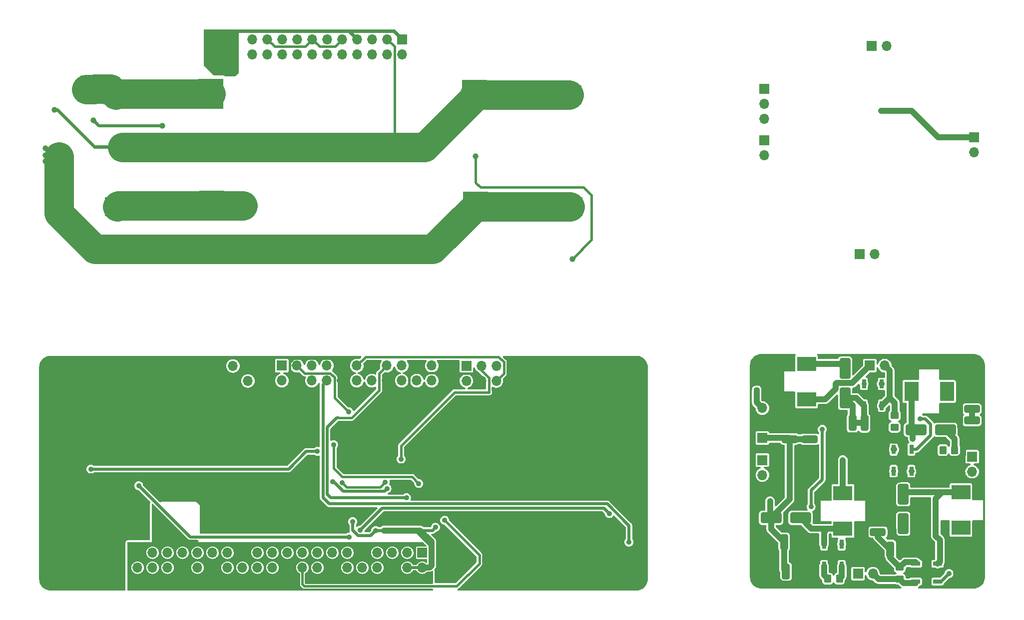
<source format=gbl>
G04 #@! TF.GenerationSoftware,KiCad,Pcbnew,7.0.10-7.0.10~ubuntu22.04.1*
G04 #@! TF.CreationDate,2025-04-10T19:03:43-06:00*
G04 #@! TF.ProjectId,OAC,4f41432e-6b69-4636-9164-5f7063625858,rev?*
G04 #@! TF.SameCoordinates,Original*
G04 #@! TF.FileFunction,Copper,L2,Bot*
G04 #@! TF.FilePolarity,Positive*
%FSLAX46Y46*%
G04 Gerber Fmt 4.6, Leading zero omitted, Abs format (unit mm)*
G04 Created by KiCad (PCBNEW 7.0.10-7.0.10~ubuntu22.04.1) date 2025-04-10 19:03:43*
%MOMM*%
%LPD*%
G01*
G04 APERTURE LIST*
G04 Aperture macros list*
%AMRoundRect*
0 Rectangle with rounded corners*
0 $1 Rounding radius*
0 $2 $3 $4 $5 $6 $7 $8 $9 X,Y pos of 4 corners*
0 Add a 4 corners polygon primitive as box body*
4,1,4,$2,$3,$4,$5,$6,$7,$8,$9,$2,$3,0*
0 Add four circle primitives for the rounded corners*
1,1,$1+$1,$2,$3*
1,1,$1+$1,$4,$5*
1,1,$1+$1,$6,$7*
1,1,$1+$1,$8,$9*
0 Add four rect primitives between the rounded corners*
20,1,$1+$1,$2,$3,$4,$5,0*
20,1,$1+$1,$4,$5,$6,$7,0*
20,1,$1+$1,$6,$7,$8,$9,0*
20,1,$1+$1,$8,$9,$2,$3,0*%
%AMFreePoly0*
4,1,17,0.500000,0.989801,1.044902,0.444901,1.063500,0.400000,1.063500,-0.400000,1.044902,-0.444901,0.500000,-0.989801,0.500000,-2.600000,-0.500000,-2.600000,-0.500000,-0.989802,-1.044901,-0.444901,-1.063500,-0.400000,-1.063500,0.400000,-1.044901,0.444901,-0.500000,0.989802,-0.500000,2.600000,0.500000,2.600000,0.500000,0.989801,0.500000,0.989801,$1*%
G04 Aperture macros list end*
G04 #@! TA.AperFunction,ComponentPad*
%ADD10R,1.700000X1.700000*%
G04 #@! TD*
G04 #@! TA.AperFunction,ComponentPad*
%ADD11O,1.700000X1.700000*%
G04 #@! TD*
G04 #@! TA.AperFunction,SMDPad,CuDef*
%ADD12RoundRect,0.250000X0.650000X-1.500000X0.650000X1.500000X-0.650000X1.500000X-0.650000X-1.500000X0*%
G04 #@! TD*
G04 #@! TA.AperFunction,SMDPad,CuDef*
%ADD13RoundRect,0.250000X0.350000X0.450000X-0.350000X0.450000X-0.350000X-0.450000X0.350000X-0.450000X0*%
G04 #@! TD*
G04 #@! TA.AperFunction,SMDPad,CuDef*
%ADD14RoundRect,0.250000X1.075000X-0.400000X1.075000X0.400000X-1.075000X0.400000X-1.075000X-0.400000X0*%
G04 #@! TD*
G04 #@! TA.AperFunction,SMDPad,CuDef*
%ADD15RoundRect,0.250000X1.500000X0.650000X-1.500000X0.650000X-1.500000X-0.650000X1.500000X-0.650000X0*%
G04 #@! TD*
G04 #@! TA.AperFunction,SMDPad,CuDef*
%ADD16R,3.251200X2.489200*%
G04 #@! TD*
G04 #@! TA.AperFunction,SMDPad,CuDef*
%ADD17RoundRect,0.250000X0.400000X1.075000X-0.400000X1.075000X-0.400000X-1.075000X0.400000X-1.075000X0*%
G04 #@! TD*
G04 #@! TA.AperFunction,SMDPad,CuDef*
%ADD18RoundRect,0.237500X-0.250000X-0.237500X0.250000X-0.237500X0.250000X0.237500X-0.250000X0.237500X0*%
G04 #@! TD*
G04 #@! TA.AperFunction,SMDPad,CuDef*
%ADD19RoundRect,0.250000X0.450000X-0.350000X0.450000X0.350000X-0.450000X0.350000X-0.450000X-0.350000X0*%
G04 #@! TD*
G04 #@! TA.AperFunction,SMDPad,CuDef*
%ADD20R,0.700000X1.500000*%
G04 #@! TD*
G04 #@! TA.AperFunction,SMDPad,CuDef*
%ADD21FreePoly0,0.000000*%
G04 #@! TD*
G04 #@! TA.AperFunction,SMDPad,CuDef*
%ADD22RoundRect,0.250000X-0.450000X0.350000X-0.450000X-0.350000X0.450000X-0.350000X0.450000X0.350000X0*%
G04 #@! TD*
G04 #@! TA.AperFunction,SMDPad,CuDef*
%ADD23RoundRect,0.250000X-1.500000X-0.650000X1.500000X-0.650000X1.500000X0.650000X-1.500000X0.650000X0*%
G04 #@! TD*
G04 #@! TA.AperFunction,SMDPad,CuDef*
%ADD24RoundRect,0.250000X-0.400000X-1.075000X0.400000X-1.075000X0.400000X1.075000X-0.400000X1.075000X0*%
G04 #@! TD*
G04 #@! TA.AperFunction,SMDPad,CuDef*
%ADD25R,2.489200X3.251200*%
G04 #@! TD*
G04 #@! TA.AperFunction,SMDPad,CuDef*
%ADD26R,4.240000X5.200000*%
G04 #@! TD*
G04 #@! TA.AperFunction,SMDPad,CuDef*
%ADD27R,4.240000X3.300000*%
G04 #@! TD*
G04 #@! TA.AperFunction,SMDPad,CuDef*
%ADD28RoundRect,0.250000X-0.350000X-0.450000X0.350000X-0.450000X0.350000X0.450000X-0.350000X0.450000X0*%
G04 #@! TD*
G04 #@! TA.AperFunction,SMDPad,CuDef*
%ADD29R,1.500000X0.700000*%
G04 #@! TD*
G04 #@! TA.AperFunction,SMDPad,CuDef*
%ADD30FreePoly0,270.000000*%
G04 #@! TD*
G04 #@! TA.AperFunction,SMDPad,CuDef*
%ADD31RoundRect,0.250000X-1.075000X0.400000X-1.075000X-0.400000X1.075000X-0.400000X1.075000X0.400000X0*%
G04 #@! TD*
G04 #@! TA.AperFunction,ViaPad*
%ADD32C,0.900000*%
G04 #@! TD*
G04 #@! TA.AperFunction,ViaPad*
%ADD33C,1.000000*%
G04 #@! TD*
G04 #@! TA.AperFunction,Conductor*
%ADD34C,0.500000*%
G04 #@! TD*
G04 #@! TA.AperFunction,Conductor*
%ADD35C,1.000000*%
G04 #@! TD*
G04 #@! TA.AperFunction,Conductor*
%ADD36C,0.400000*%
G04 #@! TD*
G04 #@! TA.AperFunction,Conductor*
%ADD37C,5.000000*%
G04 #@! TD*
G04 #@! TA.AperFunction,Conductor*
%ADD38C,0.600000*%
G04 #@! TD*
G04 APERTURE END LIST*
D10*
X180620682Y-184144257D03*
D11*
X180620682Y-186684257D03*
X178080682Y-184144257D03*
X178080682Y-186684257D03*
X175540682Y-184144257D03*
X175540682Y-186684257D03*
X173000682Y-184144257D03*
X173000682Y-186684257D03*
X170460682Y-184144257D03*
X170460682Y-186684257D03*
X167920682Y-184144257D03*
X167920682Y-186684257D03*
X165380682Y-184144257D03*
X165380682Y-186684257D03*
X162840682Y-184144257D03*
X162840682Y-186684257D03*
X160300682Y-184144257D03*
X160300682Y-186684257D03*
X157760682Y-184144257D03*
X157760682Y-186684257D03*
X155220682Y-184144257D03*
X155220682Y-186684257D03*
X152680682Y-184144257D03*
X152680682Y-186684257D03*
X150140682Y-184144257D03*
X150140682Y-186684257D03*
X147600682Y-184144257D03*
X147600682Y-186684257D03*
X145060682Y-184144257D03*
X145060682Y-186684257D03*
X142520682Y-184144257D03*
X142520682Y-186684257D03*
X139980682Y-184144257D03*
X139980682Y-186684257D03*
X137440682Y-184144257D03*
X137440682Y-186684257D03*
X134900682Y-184144257D03*
X134900682Y-186684257D03*
X132360682Y-184144257D03*
X132360682Y-186684257D03*
D10*
X254795000Y-133507500D03*
D11*
X257335000Y-133507500D03*
D10*
X188105000Y-152480000D03*
D11*
X188105000Y-155020000D03*
X190645000Y-152480000D03*
X190645000Y-155020000D03*
X193185000Y-152480000D03*
X193185000Y-155020000D03*
D10*
X274150000Y-113677500D03*
D11*
X274150000Y-116217500D03*
D10*
X254464998Y-187700000D03*
D11*
X257004998Y-187700000D03*
D10*
X238259998Y-164700000D03*
D11*
X238259998Y-162160000D03*
X238259998Y-159620000D03*
D10*
X238590000Y-105442500D03*
D11*
X238590000Y-107982500D03*
X238590000Y-110522500D03*
D10*
X256464998Y-152420000D03*
D11*
X259004998Y-152420000D03*
D10*
X256795000Y-98227500D03*
D11*
X259335000Y-98227500D03*
D10*
X238600000Y-114237500D03*
D11*
X238600000Y-116777500D03*
X148530000Y-155030000D03*
X151070000Y-155030000D03*
X148530000Y-152490000D03*
D10*
X151070000Y-152490000D03*
X273819998Y-167870000D03*
D11*
X273819998Y-170410000D03*
D10*
X156829318Y-152425743D03*
D11*
X159369318Y-152425743D03*
X161909318Y-152425743D03*
X164449318Y-152425743D03*
X166989318Y-152425743D03*
X169529318Y-152425743D03*
X172069318Y-152425743D03*
X174609318Y-152425743D03*
X177149318Y-152425743D03*
X179689318Y-152425743D03*
X182229318Y-152425743D03*
X156829318Y-154965743D03*
X159369318Y-154965743D03*
X161909318Y-154965743D03*
X164449318Y-154965743D03*
X166989318Y-154965743D03*
X169529318Y-154965743D03*
X172069318Y-154965743D03*
X174609318Y-154965743D03*
X177149318Y-154965743D03*
X179689318Y-154965743D03*
X182229318Y-154965743D03*
D10*
X238269998Y-168430000D03*
D11*
X238269998Y-170970000D03*
D12*
X262149998Y-179240000D03*
X262149998Y-174240000D03*
D13*
X270859998Y-166740000D03*
X268859998Y-166740000D03*
D14*
X242889998Y-164880000D03*
X242889998Y-161780000D03*
D15*
X269299998Y-163300000D03*
X264299998Y-163300000D03*
D16*
X245749998Y-158114400D03*
X245749998Y-152120000D03*
D17*
X241949998Y-182340000D03*
X238849998Y-182340000D03*
D18*
X237307498Y-156610000D03*
X239132498Y-156610000D03*
D12*
X252279998Y-157910000D03*
X252279998Y-152910000D03*
D19*
X260699998Y-162880000D03*
X260699998Y-160880000D03*
D20*
X255499998Y-155510000D03*
D21*
X256999998Y-157360000D03*
D20*
X258499998Y-155510000D03*
X258499998Y-159210000D03*
X255499998Y-159210000D03*
X248719998Y-182720000D03*
D21*
X250219998Y-184570000D03*
D20*
X251719998Y-182720000D03*
X251719998Y-186420000D03*
X248719998Y-186420000D03*
D14*
X246270000Y-164900000D03*
X246270000Y-161800000D03*
D22*
X261569998Y-186630000D03*
X261569998Y-188630000D03*
D10*
X177240682Y-97058243D03*
D11*
X174700682Y-97058243D03*
X172160682Y-97058243D03*
X169620682Y-97058243D03*
X167080682Y-97058243D03*
X164540682Y-97058243D03*
X162000682Y-97058243D03*
X159460682Y-97058243D03*
X156920682Y-97058243D03*
X154380682Y-97058243D03*
X151840682Y-97058243D03*
X177240682Y-99598243D03*
X174700682Y-99598243D03*
X172160682Y-99598243D03*
X169620682Y-99598243D03*
X167080682Y-99598243D03*
X164540682Y-99598243D03*
X162000682Y-99598243D03*
X159460682Y-99598243D03*
X156920682Y-99598243D03*
X154380682Y-99598243D03*
X151840682Y-99598243D03*
D23*
X239742498Y-178240000D03*
X244742498Y-178240000D03*
D24*
X259959998Y-183590000D03*
X263059998Y-183590000D03*
D16*
X271919998Y-179914400D03*
X271919998Y-173920000D03*
X251919998Y-174072800D03*
X251919998Y-180067200D03*
D25*
X269547198Y-156790000D03*
X263552798Y-156790000D03*
D14*
X273779998Y-159770000D03*
X273779998Y-156670000D03*
D24*
X242269998Y-187350000D03*
X245369998Y-187350000D03*
D14*
X257839998Y-180650000D03*
X257839998Y-177550000D03*
D17*
X253539998Y-162140000D03*
X250439998Y-162140000D03*
D24*
X255569998Y-162150000D03*
X258669998Y-162150000D03*
D26*
X144740000Y-106292500D03*
D27*
X128730000Y-106479544D03*
X205455000Y-106462500D03*
D26*
X189445000Y-106462500D03*
D28*
X249339998Y-188570000D03*
X251339998Y-188570000D03*
D26*
X144922500Y-125257044D03*
D27*
X128912500Y-125444088D03*
X205637500Y-125427044D03*
D26*
X189627500Y-125427044D03*
D20*
X260521748Y-166624250D03*
D21*
X262021748Y-168474250D03*
D20*
X263521748Y-166624250D03*
X263521748Y-170324250D03*
X260521748Y-170324250D03*
D29*
X267959998Y-186030000D03*
D30*
X266109998Y-187530000D03*
D29*
X267959998Y-189030000D03*
X264259998Y-189030000D03*
X264259998Y-186030000D03*
D31*
X273779998Y-161730000D03*
X273779998Y-164830000D03*
D32*
X176520000Y-170000000D03*
X174740000Y-162050000D03*
X176230000Y-177790000D03*
X164920000Y-179900000D03*
X170380000Y-160980000D03*
X173106041Y-163696041D03*
X184415235Y-178665235D03*
X168824765Y-178885235D03*
X182870000Y-179850000D03*
X172729880Y-180380120D03*
X174140000Y-180380120D03*
D33*
X125290000Y-107392500D03*
X124080000Y-103690161D03*
X122900000Y-106188387D03*
X125290000Y-103690161D03*
X122900000Y-107422500D03*
X122900000Y-104954274D03*
X125290000Y-106158387D03*
X124080000Y-107392500D03*
X124080000Y-106158387D03*
X125290000Y-104924274D03*
X124080000Y-104924274D03*
X122900000Y-103720161D03*
D32*
X255499998Y-155510000D03*
X252279998Y-152910000D03*
X260639998Y-166620000D03*
X263759998Y-164790000D03*
X258426500Y-109214407D03*
X212320000Y-177500000D03*
X170092323Y-180332323D03*
D33*
X148150000Y-124675833D03*
X148150000Y-127132500D03*
X149320000Y-123447500D03*
X149320000Y-125904166D03*
X150510000Y-124675833D03*
X148150000Y-125904166D03*
X149320000Y-124675833D03*
X148150000Y-123447500D03*
X150510000Y-125904166D03*
X150510000Y-127132500D03*
X150510000Y-123447500D03*
X149320000Y-127132500D03*
D32*
X177020000Y-168270000D03*
X124450000Y-169960000D03*
X162850000Y-166960000D03*
X248719998Y-186420000D03*
X259959998Y-183590000D03*
X260789998Y-162920000D03*
X262299998Y-179240000D03*
X242269998Y-187350000D03*
X255569998Y-162150000D03*
X260521748Y-170324250D03*
X257839998Y-180650000D03*
D33*
X136550000Y-111752500D03*
X124890000Y-110852500D03*
D32*
X273779998Y-161730000D03*
X239569998Y-175410000D03*
X269299998Y-163300000D03*
X168200000Y-181510000D03*
X132550000Y-172790000D03*
D33*
X206060000Y-134322500D03*
X189650000Y-116942500D03*
D32*
X215650000Y-182360000D03*
X265029998Y-161470000D03*
X165580000Y-165820000D03*
X258469998Y-155500000D03*
X251719998Y-182720000D03*
X248419998Y-163230000D03*
X269889998Y-187690000D03*
X246519998Y-176370000D03*
X180030000Y-172410000D03*
D33*
X145380000Y-99192500D03*
X147560000Y-99192500D03*
X146470000Y-99192500D03*
X145390000Y-98092500D03*
X146480000Y-98092500D03*
X147570000Y-98092500D03*
D32*
X177940000Y-174830000D03*
X174336041Y-172156041D03*
X167048299Y-172269619D03*
X165467282Y-172083567D03*
X174630000Y-173260000D03*
X269547198Y-156790000D03*
X272129998Y-180130000D03*
X251909998Y-168430000D03*
X263539998Y-170370000D03*
X268859998Y-166740000D03*
X251339998Y-188570000D03*
D33*
X130170000Y-114182500D03*
X131330000Y-114182500D03*
X130170000Y-115262500D03*
X133660000Y-116412500D03*
X134820000Y-116412500D03*
X132500000Y-116412500D03*
X133650000Y-115262500D03*
X130180000Y-116412500D03*
X132490000Y-114182500D03*
X131330000Y-115262500D03*
X118280000Y-109062500D03*
X132490000Y-115262500D03*
D32*
X168160000Y-160270000D03*
D33*
X131340000Y-116412500D03*
X134810000Y-115262500D03*
X133650000Y-114182500D03*
X120060000Y-117842500D03*
X118960000Y-115592500D03*
X116790000Y-117782500D03*
X118960000Y-116762500D03*
X121370000Y-128952500D03*
X117880000Y-117812500D03*
X117880000Y-116732500D03*
X118960000Y-117842500D03*
X120060000Y-116762500D03*
X120060000Y-115592500D03*
X116790000Y-116702500D03*
X116790000Y-115532500D03*
X117880000Y-115562500D03*
D34*
X124450000Y-169960000D02*
X157950000Y-169960000D01*
X157950000Y-169960000D02*
X160950000Y-166960000D01*
X160950000Y-166960000D02*
X162850000Y-166960000D01*
D35*
X274150000Y-113677500D02*
X268037500Y-113677500D01*
X268037500Y-113677500D02*
X263574407Y-109214407D01*
X263574407Y-109214407D02*
X258426500Y-109214407D01*
X246250000Y-161780000D02*
X246270000Y-161800000D01*
X243344998Y-189375000D02*
X245369998Y-187350000D01*
X256999998Y-160480000D02*
X258669998Y-162150000D01*
D36*
X166989318Y-152425743D02*
X165739318Y-151175743D01*
X165739318Y-151175743D02*
X158851551Y-151175743D01*
D35*
X257839998Y-177550000D02*
X260549998Y-180260000D01*
D36*
X160750682Y-98308243D02*
X155630682Y-98308243D01*
D35*
X258669998Y-163475000D02*
X260369248Y-165174250D01*
D36*
X183735743Y-153675743D02*
X180939318Y-153675743D01*
D35*
X240530386Y-184020388D02*
X240530386Y-188435818D01*
X260549998Y-181140430D02*
X262999568Y-183590000D01*
X255814998Y-179575000D02*
X257839998Y-177550000D01*
X238639998Y-161780000D02*
X238259998Y-162160000D01*
D36*
X179689318Y-152425743D02*
X178399318Y-153715743D01*
D35*
X264319998Y-183590000D02*
X266109998Y-185380000D01*
D36*
X183830000Y-153770000D02*
X183735743Y-153675743D01*
D35*
X260549998Y-180260000D02*
X260549998Y-181140430D01*
X263059998Y-183590000D02*
X264319998Y-183590000D01*
X242889998Y-160367500D02*
X239132498Y-156610000D01*
X252369998Y-184570000D02*
X255814998Y-181125000D01*
D36*
X155630682Y-98308243D02*
X154380682Y-97058243D01*
D35*
X260369248Y-165174250D02*
X261571748Y-165174250D01*
X248149998Y-184570000D02*
X250219998Y-184570000D01*
D36*
X189395000Y-153770000D02*
X183830000Y-153770000D01*
X158119318Y-151907976D02*
X158119318Y-153715743D01*
X158119318Y-153715743D02*
X159369318Y-154965743D01*
X163250682Y-98308243D02*
X162000682Y-97058243D01*
D35*
X256774248Y-168474250D02*
X262021748Y-168474250D01*
X242889998Y-161780000D02*
X242889998Y-160367500D01*
X250439998Y-162140000D02*
X256774248Y-168474250D01*
X255814998Y-181125000D02*
X255814998Y-179575000D01*
X261115318Y-171774250D02*
X257839998Y-175049570D01*
X257839998Y-175049570D02*
X257839998Y-177550000D01*
X266109998Y-185380000D02*
X266109998Y-187530000D01*
D36*
X167080682Y-97058243D02*
X165830682Y-98308243D01*
D35*
X271754998Y-162805000D02*
X271754998Y-158695000D01*
X262021748Y-171324250D02*
X261571748Y-171774250D01*
X262999568Y-183590000D02*
X263059998Y-183590000D01*
X261571748Y-165174250D02*
X262021748Y-165624250D01*
X261571748Y-171774250D02*
X261115318Y-171774250D01*
D36*
X165830682Y-98308243D02*
X163250682Y-98308243D01*
D35*
X262021748Y-168474250D02*
X271305748Y-168474250D01*
X271305748Y-168474250D02*
X272269998Y-167510000D01*
X242889998Y-161780000D02*
X238639998Y-161780000D01*
X256999998Y-157360000D02*
X256999998Y-160480000D01*
X240530386Y-188435818D02*
X241469568Y-189375000D01*
X272269998Y-167510000D02*
X272269998Y-166340000D01*
X242889998Y-161780000D02*
X246250000Y-161780000D01*
X241469568Y-189375000D02*
X243344998Y-189375000D01*
D36*
X190645000Y-155020000D02*
X189395000Y-153770000D01*
D35*
X271754998Y-158695000D02*
X273779998Y-156670000D01*
X250219998Y-184570000D02*
X252369998Y-184570000D01*
X273779998Y-164830000D02*
X271754998Y-162805000D01*
D36*
X158851551Y-151175743D02*
X158119318Y-151907976D01*
D35*
X246270000Y-161800000D02*
X250099998Y-161800000D01*
X250099998Y-161800000D02*
X250439998Y-162140000D01*
D36*
X180939318Y-153675743D02*
X179689318Y-152425743D01*
D35*
X272269998Y-166340000D02*
X273779998Y-164830000D01*
X262021748Y-165624250D02*
X262021748Y-168474250D01*
X245369998Y-187350000D02*
X248149998Y-184570000D01*
D36*
X178399318Y-153715743D02*
X178399318Y-158390682D01*
X173106041Y-163683959D02*
X174740000Y-162050000D01*
D35*
X238849998Y-182340000D02*
X240530386Y-184020388D01*
D36*
X162000682Y-97058243D02*
X160750682Y-98308243D01*
X173106041Y-163696041D02*
X173106041Y-163683959D01*
D35*
X262021748Y-168474250D02*
X262021748Y-171324250D01*
X258669998Y-162150000D02*
X258669998Y-163475000D01*
D36*
X178399318Y-158390682D02*
X174740000Y-162050000D01*
X160620000Y-189830000D02*
X183302325Y-189830000D01*
X183302325Y-189830000D02*
X183312325Y-189820000D01*
X160300682Y-186684257D02*
X160300682Y-189510682D01*
X183312325Y-189820000D02*
X186450000Y-189820000D01*
X186450000Y-189820000D02*
X190290000Y-185980000D01*
X190290000Y-184540000D02*
X184415235Y-178665235D01*
X160300682Y-189510682D02*
X160620000Y-189830000D01*
X190290000Y-185980000D02*
X190290000Y-184540000D01*
D34*
X168824765Y-180337558D02*
X168824765Y-178885235D01*
D36*
X194435000Y-151815000D02*
X193560000Y-150940000D01*
D34*
X172729880Y-180380120D02*
X171877677Y-181232323D01*
X171877677Y-181232323D02*
X169719530Y-181232323D01*
D35*
X181822763Y-186684257D02*
X182170682Y-186336338D01*
D34*
X179456545Y-180380120D02*
X181930000Y-182853575D01*
D36*
X194435000Y-153770000D02*
X194435000Y-151815000D01*
D34*
X178080682Y-186684257D02*
X180620682Y-186684257D01*
D36*
X193185000Y-155020000D02*
X194435000Y-153770000D01*
D34*
X172729880Y-180380120D02*
X179456545Y-180380120D01*
D35*
X180240120Y-180380120D02*
X174140000Y-180380120D01*
D34*
X182339880Y-180380120D02*
X172729880Y-180380120D01*
D35*
X182170682Y-182310682D02*
X180240120Y-180380120D01*
X180620682Y-186684257D02*
X181822763Y-186684257D01*
D36*
X193560000Y-150940000D02*
X171015061Y-150940000D01*
X171015061Y-150940000D02*
X169529318Y-152425743D01*
D34*
X169719530Y-181232323D02*
X168824765Y-180337558D01*
X182870000Y-179850000D02*
X182339880Y-180380120D01*
D35*
X182170682Y-186336338D02*
X182170682Y-182310682D01*
D37*
X124910000Y-105601330D02*
X123727661Y-105601330D01*
X127742956Y-105492500D02*
X125160000Y-105492500D01*
X128917044Y-106292500D02*
X128730000Y-106479544D01*
X123727661Y-105601330D02*
X123680000Y-105553669D01*
X125160000Y-105492500D02*
X125090000Y-105562500D01*
X128730000Y-106479544D02*
X127742956Y-105492500D01*
X144740000Y-106292500D02*
X128917044Y-106292500D01*
D35*
X245749998Y-152120000D02*
X251489998Y-152120000D01*
X251489998Y-152120000D02*
X252279998Y-152910000D01*
X263759998Y-163840000D02*
X264299998Y-163300000D01*
X263759998Y-164790000D02*
X263759998Y-163840000D01*
X263552798Y-162552800D02*
X264299998Y-163300000D01*
X260635748Y-166624250D02*
X260639998Y-166620000D01*
X260521748Y-166624250D02*
X260635748Y-166624250D01*
X263552798Y-156790000D02*
X263552798Y-162552800D01*
X262469998Y-173920000D02*
X262149998Y-174240000D01*
X268359998Y-185630000D02*
X267959998Y-186030000D01*
X268749090Y-173920000D02*
X267660798Y-175008292D01*
X271919998Y-173920000D02*
X268749090Y-173920000D01*
X268359998Y-181999998D02*
X268359998Y-185630000D01*
X271919998Y-173920000D02*
X262469998Y-173920000D01*
X267660798Y-181300798D02*
X268359998Y-181999998D01*
X267660798Y-175008292D02*
X267660798Y-181300798D01*
X249294398Y-180067200D02*
X248719998Y-180641600D01*
X246569698Y-180067200D02*
X251919998Y-180067200D01*
X244742498Y-178240000D02*
X246569698Y-180067200D01*
X248719998Y-180641600D02*
X248719998Y-182720000D01*
X251919998Y-180067200D02*
X249294398Y-180067200D01*
D34*
X211390000Y-176570000D02*
X212320000Y-177500000D01*
X170092323Y-180332323D02*
X173854646Y-176570000D01*
X173854646Y-176570000D02*
X211390000Y-176570000D01*
D35*
X149335456Y-125257044D02*
X149380000Y-125212500D01*
X149300000Y-123452500D02*
X149280000Y-123472500D01*
X147900000Y-126902500D02*
X147890000Y-126882500D01*
X147910000Y-123472500D02*
X147880000Y-123472500D01*
D37*
X144922500Y-125257044D02*
X129099544Y-125257044D01*
X150154544Y-125257044D02*
X150180000Y-125282500D01*
D35*
X149380000Y-123492500D02*
X149360000Y-123472500D01*
D37*
X144922500Y-125257044D02*
X150154544Y-125257044D01*
D35*
X149360000Y-126862500D02*
X147900000Y-126902500D01*
X149380000Y-125212500D02*
X149340000Y-125192500D01*
X149460000Y-125292500D02*
X149460000Y-126882500D01*
X147880000Y-123472500D02*
X147870000Y-123482500D01*
X149460000Y-126882500D02*
X149360000Y-126862500D01*
X149320000Y-123472500D02*
X149300000Y-123452500D01*
X147870000Y-126902500D02*
X147890000Y-126882500D01*
X149340000Y-125192500D02*
X149380000Y-123492500D01*
X149380000Y-125212500D02*
X149460000Y-125292500D01*
D37*
X129099544Y-125257044D02*
X128912500Y-125444088D01*
D35*
X144922500Y-125257044D02*
X149335456Y-125257044D01*
X149360000Y-123472500D02*
X149320000Y-123472500D01*
X149280000Y-123472500D02*
X147910000Y-123472500D01*
D36*
X191970000Y-156930000D02*
X191895000Y-156855000D01*
X190645000Y-153252233D02*
X190645000Y-152480000D01*
X186100000Y-156930000D02*
X191970000Y-156930000D01*
X177020000Y-168270000D02*
X177020000Y-166010000D01*
X191895000Y-154502233D02*
X190645000Y-153252233D01*
X177020000Y-166010000D02*
X186100000Y-156930000D01*
X191895000Y-156855000D02*
X191895000Y-154502233D01*
D35*
X253549998Y-162150000D02*
X253539998Y-162140000D01*
X238259998Y-164700000D02*
X242709998Y-164700000D01*
X270859998Y-164860000D02*
X269299998Y-163300000D01*
X239742498Y-180132500D02*
X241949998Y-182340000D01*
D34*
X260521748Y-170508250D02*
X260519998Y-170510000D01*
D35*
X239569998Y-178067500D02*
X239742498Y-178240000D01*
D34*
X125790000Y-111752500D02*
X124890000Y-110852500D01*
D35*
X259959998Y-183590000D02*
X259959998Y-185020000D01*
X262149998Y-179240000D02*
X262299998Y-179240000D01*
X246250000Y-164880000D02*
X246270000Y-164900000D01*
X253539998Y-162140000D02*
X253539998Y-159170000D01*
X260749998Y-162880000D02*
X260789998Y-162920000D01*
X248719998Y-186420000D02*
X248719998Y-187950000D01*
X260699998Y-162880000D02*
X260749998Y-162880000D01*
X239569998Y-175410000D02*
X239569998Y-178067500D01*
X255499998Y-162080000D02*
X255569998Y-162150000D01*
X248719998Y-187950000D02*
X249339998Y-188570000D01*
X241949998Y-182340000D02*
X241949998Y-187030000D01*
X255569998Y-162150000D02*
X253549998Y-162150000D01*
X255499998Y-159210000D02*
X255499998Y-162080000D01*
X242889998Y-164880000D02*
X246250000Y-164880000D01*
X273779998Y-161730000D02*
X273779998Y-159770000D01*
X242889998Y-175092500D02*
X242889998Y-164880000D01*
D34*
X260521748Y-170324250D02*
X260521748Y-170508250D01*
D35*
X241949998Y-187030000D02*
X242269998Y-187350000D01*
X270859998Y-166740000D02*
X270859998Y-164860000D01*
X239742498Y-178240000D02*
X242889998Y-175092500D01*
X239742498Y-178240000D02*
X239742498Y-180132500D01*
X257839998Y-181470000D02*
X259959998Y-183590000D01*
X262438730Y-185761268D02*
X264259998Y-185761268D01*
X259959998Y-185020000D02*
X261569998Y-186630000D01*
X254199998Y-157910000D02*
X255499998Y-159210000D01*
D34*
X136550000Y-111752500D02*
X125790000Y-111752500D01*
D35*
X252279998Y-157910000D02*
X254199998Y-157910000D01*
X261569998Y-186630000D02*
X262438730Y-185761268D01*
X242709998Y-164700000D02*
X242889998Y-164880000D01*
X253539998Y-159170000D02*
X252279998Y-157910000D01*
X257839998Y-180650000D02*
X257839998Y-181470000D01*
D34*
X168200000Y-181510000D02*
X141270000Y-181510000D01*
X141270000Y-181510000D02*
X132550000Y-172790000D01*
D36*
X207960000Y-122162500D02*
X209320000Y-123522500D01*
X209320000Y-123522500D02*
X209320000Y-128782500D01*
X189650000Y-121342500D02*
X189760000Y-121452500D01*
X209320000Y-131062500D02*
X206060000Y-134322500D01*
X209320000Y-128782500D02*
X209320000Y-131062500D01*
X189760000Y-121452500D02*
X190470000Y-122162500D01*
X189650000Y-116942500D02*
X189650000Y-121342500D01*
X190470000Y-122162500D02*
X207960000Y-122162500D01*
D34*
X163800000Y-174790000D02*
X163800000Y-155615061D01*
X164880000Y-175870000D02*
X163800000Y-174790000D01*
X211962793Y-175870000D02*
X164880000Y-175870000D01*
X163800000Y-155615061D02*
X164449318Y-154965743D01*
X215650000Y-182360000D02*
X215650000Y-179557207D01*
X215650000Y-179557207D02*
X211962793Y-175870000D01*
X246519998Y-176370000D02*
X246519998Y-173590000D01*
D36*
X167066041Y-171306041D02*
X165580000Y-169820000D01*
D34*
X265879998Y-161470000D02*
X265029998Y-161470000D01*
X248289998Y-171820000D02*
X248419998Y-171690000D01*
D36*
X165550000Y-165790000D02*
X165580000Y-165820000D01*
D34*
X263521748Y-166624250D02*
X264371748Y-166624250D01*
D35*
X258499998Y-155510000D02*
X258479998Y-155510000D01*
D34*
X248419998Y-171690000D02*
X248419998Y-163230000D01*
X266799998Y-162370000D02*
X266779998Y-162370000D01*
D35*
X258479998Y-155510000D02*
X258469998Y-155500000D01*
D34*
X265909998Y-161500000D02*
X265879998Y-161470000D01*
X264371748Y-166624250D02*
X266799998Y-164196000D01*
X246519998Y-173590000D02*
X248289998Y-171820000D01*
D35*
X237307498Y-158667500D02*
X238259998Y-159620000D01*
X237307498Y-156610000D02*
X237307498Y-158667500D01*
D36*
X165580000Y-169820000D02*
X165580000Y-165820000D01*
X180030000Y-172410000D02*
X178926041Y-171306041D01*
X178926041Y-171306041D02*
X167066041Y-171306041D01*
D34*
X268549998Y-189030000D02*
X269889998Y-187690000D01*
X266779998Y-162370000D02*
X265909998Y-161500000D01*
X266799998Y-164196000D02*
X266799998Y-162370000D01*
X267959998Y-189030000D02*
X268549998Y-189030000D01*
D38*
X169620682Y-97058243D02*
X168234939Y-95672500D01*
X146520000Y-95672500D02*
X146520000Y-98042500D01*
X167880000Y-95672500D02*
X146520000Y-95672500D01*
X177240682Y-97058243D02*
X175854939Y-95672500D01*
X175854939Y-95672500D02*
X167880000Y-95672500D01*
X168234939Y-95672500D02*
X167880000Y-95672500D01*
X146520000Y-98042500D02*
X146470000Y-98092500D01*
D36*
X168660000Y-161250000D02*
X173319318Y-156590682D01*
D34*
X164500000Y-174240050D02*
X165089950Y-174830000D01*
D36*
X166410000Y-161250000D02*
X168660000Y-161250000D01*
D34*
X166150000Y-161250000D02*
X164500000Y-162900000D01*
X166410000Y-161250000D02*
X166150000Y-161250000D01*
D36*
X173319318Y-156590682D02*
X173319318Y-153715743D01*
D34*
X165089950Y-174830000D02*
X177940000Y-174830000D01*
D36*
X173319318Y-153715743D02*
X174609318Y-152425743D01*
D34*
X164500000Y-162900000D02*
X164500000Y-174240050D01*
D36*
X173452082Y-173040000D02*
X174336041Y-172156041D01*
X167818680Y-173040000D02*
X173452082Y-173040000D01*
X167048299Y-172269619D02*
X167818680Y-173040000D01*
D34*
X165589454Y-172083567D02*
X167195887Y-173690000D01*
X174200000Y-173690000D02*
X174630000Y-173260000D01*
X167195887Y-173690000D02*
X174200000Y-173690000D01*
X165467282Y-172083567D02*
X165589454Y-172083567D01*
D35*
X245749998Y-158114400D02*
X248920906Y-158114400D01*
X253524998Y-155360000D02*
X256464998Y-152420000D01*
X250679998Y-155540000D02*
X250859998Y-155360000D01*
X250679998Y-156355308D02*
X250679998Y-155540000D01*
X250859998Y-155360000D02*
X253524998Y-155360000D01*
X248920906Y-158114400D02*
X250679998Y-156355308D01*
X271919998Y-179920000D02*
X272129998Y-180130000D01*
X271919998Y-179914400D02*
X271919998Y-179920000D01*
X251909998Y-168430000D02*
X251909998Y-174062800D01*
X251909998Y-174062800D02*
X251919998Y-174072800D01*
X259854998Y-153270000D02*
X259854998Y-157855000D01*
X259004998Y-152420000D02*
X259854998Y-153270000D01*
X259854998Y-157855000D02*
X258499998Y-159210000D01*
X260699998Y-160880000D02*
X260699998Y-158700000D01*
X260699998Y-158700000D02*
X259854998Y-157855000D01*
X263521748Y-170351750D02*
X263539998Y-170370000D01*
X263521748Y-170324250D02*
X263521748Y-170351750D01*
X261569998Y-188630000D02*
X262238731Y-189298733D01*
X261569998Y-188630000D02*
X257934998Y-188630000D01*
X257934998Y-188630000D02*
X257004998Y-187700000D01*
X262238731Y-189298733D02*
X264259998Y-189298733D01*
X251719998Y-186420000D02*
X251719998Y-188190000D01*
X251719998Y-188190000D02*
X251339998Y-188570000D01*
D36*
X160659318Y-153715743D02*
X165007085Y-153715743D01*
X175950682Y-114823182D02*
X176490000Y-115362500D01*
D37*
X205455000Y-106462500D02*
X189445000Y-106462500D01*
X189445000Y-106462500D02*
X189445000Y-106897500D01*
D36*
X174700682Y-97058243D02*
X175950682Y-98308243D01*
D37*
X135710000Y-115362500D02*
X129770000Y-115362500D01*
D36*
X175950682Y-98308243D02*
X175950682Y-114823182D01*
D37*
X189445000Y-106897500D02*
X180980000Y-115362500D01*
D36*
X165007085Y-153715743D02*
X165739318Y-154447976D01*
X165739318Y-154447976D02*
X165739318Y-157849318D01*
X159369318Y-152425743D02*
X160659318Y-153715743D01*
D37*
X176490000Y-115362500D02*
X135710000Y-115362500D01*
X180980000Y-115362500D02*
X176490000Y-115362500D01*
D36*
X165739318Y-157849318D02*
X168160000Y-160270000D01*
D38*
X118810000Y-109062500D02*
X125010000Y-115262500D01*
X125010000Y-115262500D02*
X130170000Y-115262500D01*
X118280000Y-109062500D02*
X118810000Y-109062500D01*
D37*
X125172500Y-132692500D02*
X121432500Y-128952500D01*
X189627500Y-125427044D02*
X182362044Y-132692500D01*
X205637500Y-125427044D02*
X189627500Y-125427044D01*
X119010000Y-117042500D02*
X119000000Y-117032500D01*
X182362044Y-132692500D02*
X125172500Y-132692500D01*
X121370000Y-128952500D02*
X119010000Y-126592500D01*
X119010000Y-126592500D02*
X119010000Y-117042500D01*
X121432500Y-128952500D02*
X121370000Y-128952500D01*
G04 #@! TA.AperFunction,Conductor*
G36*
X170221529Y-150760462D02*
G01*
X170276067Y-150815000D01*
X170296029Y-150889500D01*
X170276067Y-150964000D01*
X170252388Y-150994859D01*
X169974609Y-151272636D01*
X169907814Y-151311200D01*
X169841872Y-151313740D01*
X169635934Y-151275243D01*
X169635928Y-151275243D01*
X169422708Y-151275243D01*
X169422703Y-151275243D01*
X169213120Y-151314422D01*
X169213113Y-151314424D01*
X169014301Y-151391443D01*
X169014295Y-151391446D01*
X168833016Y-151503690D01*
X168833015Y-151503691D01*
X168675445Y-151647336D01*
X168546954Y-151817483D01*
X168451912Y-152008355D01*
X168451911Y-152008357D01*
X168393561Y-152213437D01*
X168373889Y-152425738D01*
X168373889Y-152425747D01*
X168393561Y-152638048D01*
X168393561Y-152638050D01*
X168393562Y-152638053D01*
X168409000Y-152692310D01*
X168451911Y-152843128D01*
X168451912Y-152843130D01*
X168546954Y-153034002D01*
X168633455Y-153148546D01*
X168675446Y-153204150D01*
X168830759Y-153345737D01*
X168833015Y-153347794D01*
X168833016Y-153347795D01*
X169014295Y-153460039D01*
X169014301Y-153460042D01*
X169048816Y-153473413D01*
X169213120Y-153537064D01*
X169278470Y-153549280D01*
X169348034Y-153582592D01*
X169391621Y-153646223D01*
X169397554Y-153723122D01*
X169364242Y-153792686D01*
X169300611Y-153836273D01*
X169278471Y-153842205D01*
X169253129Y-153846943D01*
X169213120Y-153854422D01*
X169213113Y-153854424D01*
X169014301Y-153931443D01*
X169014295Y-153931446D01*
X168833016Y-154043690D01*
X168833015Y-154043691D01*
X168675445Y-154187336D01*
X168546954Y-154357483D01*
X168451912Y-154548355D01*
X168451911Y-154548357D01*
X168393561Y-154753437D01*
X168373889Y-154965738D01*
X168373889Y-154965747D01*
X168393561Y-155178048D01*
X168451911Y-155383128D01*
X168451912Y-155383130D01*
X168546954Y-155574002D01*
X168675445Y-155744149D01*
X168675446Y-155744150D01*
X168799335Y-155857090D01*
X168833015Y-155887794D01*
X168833016Y-155887795D01*
X169014295Y-156000039D01*
X169014301Y-156000042D01*
X169101507Y-156033825D01*
X169213120Y-156077064D01*
X169422708Y-156116243D01*
X169422711Y-156116243D01*
X169635925Y-156116243D01*
X169635928Y-156116243D01*
X169845516Y-156077064D01*
X170044337Y-156000041D01*
X170225620Y-155887795D01*
X170383190Y-155744150D01*
X170511684Y-155573998D01*
X170606723Y-155383132D01*
X170656006Y-155209920D01*
X170695594Y-155143729D01*
X170762975Y-155106198D01*
X170840094Y-155107386D01*
X170906287Y-155146974D01*
X170942630Y-155209922D01*
X170991911Y-155383128D01*
X170991912Y-155383130D01*
X171086954Y-155574002D01*
X171215445Y-155744149D01*
X171215446Y-155744150D01*
X171339335Y-155857090D01*
X171373015Y-155887794D01*
X171373016Y-155887795D01*
X171554295Y-156000039D01*
X171554301Y-156000042D01*
X171641507Y-156033825D01*
X171753120Y-156077064D01*
X171962708Y-156116243D01*
X171962711Y-156116243D01*
X172175925Y-156116243D01*
X172175928Y-156116243D01*
X172385516Y-156077064D01*
X172584337Y-156000041D01*
X172586570Y-155998658D01*
X172591378Y-155995682D01*
X172665227Y-155973434D01*
X172740307Y-155991091D01*
X172796499Y-156043923D01*
X172818747Y-156117772D01*
X172818818Y-156122363D01*
X172818818Y-156321649D01*
X172798856Y-156396149D01*
X172775177Y-156427008D01*
X169116852Y-160085332D01*
X169050057Y-160123896D01*
X168972929Y-160123896D01*
X168906134Y-160085332D01*
X168870854Y-160029184D01*
X168840456Y-159942310D01*
X168750477Y-159799110D01*
X168630890Y-159679523D01*
X168487690Y-159589544D01*
X168328059Y-159533687D01*
X168328058Y-159533686D01*
X168328057Y-159533686D01*
X168158349Y-159514564D01*
X168086553Y-159486385D01*
X168069674Y-159471860D01*
X166283459Y-157685645D01*
X166244895Y-157618850D01*
X166239818Y-157580286D01*
X166239818Y-154517808D01*
X166243223Y-154486136D01*
X166243677Y-154484047D01*
X166240198Y-154435410D01*
X166239818Y-154424778D01*
X166239818Y-154412176D01*
X166239504Y-154409995D01*
X166238021Y-154399687D01*
X166236889Y-154389159D01*
X166233409Y-154340493D01*
X166232665Y-154338500D01*
X166224786Y-154307631D01*
X166224483Y-154305519D01*
X166204219Y-154261148D01*
X166200163Y-154251357D01*
X166183114Y-154205645D01*
X166181832Y-154203932D01*
X166165578Y-154176536D01*
X166164696Y-154174605D01*
X166164695Y-154174604D01*
X166164695Y-154174603D01*
X166132762Y-154137750D01*
X166126094Y-154129476D01*
X166123466Y-154125965D01*
X166118539Y-154119383D01*
X166109626Y-154110470D01*
X166102378Y-154102685D01*
X166098277Y-154097952D01*
X166070446Y-154065833D01*
X166070445Y-154065832D01*
X166070443Y-154065831D01*
X166068645Y-154064675D01*
X166043847Y-154044691D01*
X165410369Y-153411213D01*
X165390379Y-153386406D01*
X165389230Y-153384618D01*
X165389229Y-153384617D01*
X165389228Y-153384615D01*
X165360127Y-153359399D01*
X165316896Y-153295525D01*
X165311394Y-153218594D01*
X165338795Y-153157000D01*
X165431684Y-153033998D01*
X165526723Y-152843132D01*
X165585074Y-152638053D01*
X165596003Y-152520103D01*
X165604747Y-152425747D01*
X165604747Y-152425738D01*
X165591622Y-152284099D01*
X165585074Y-152213433D01*
X165526723Y-152008354D01*
X165431684Y-151817488D01*
X165431682Y-151817486D01*
X165431681Y-151817483D01*
X165303190Y-151647336D01*
X165145620Y-151503691D01*
X165145619Y-151503690D01*
X164964340Y-151391446D01*
X164964334Y-151391443D01*
X164765522Y-151314424D01*
X164765518Y-151314423D01*
X164765516Y-151314422D01*
X164715413Y-151305056D01*
X164555932Y-151275243D01*
X164555928Y-151275243D01*
X164342708Y-151275243D01*
X164342703Y-151275243D01*
X164133120Y-151314422D01*
X164133113Y-151314424D01*
X163934301Y-151391443D01*
X163934295Y-151391446D01*
X163753016Y-151503690D01*
X163753015Y-151503691D01*
X163595445Y-151647336D01*
X163466954Y-151817483D01*
X163371912Y-152008355D01*
X163371911Y-152008357D01*
X163322630Y-152181563D01*
X163283042Y-152247756D01*
X163215661Y-152285287D01*
X163138542Y-152284099D01*
X163072349Y-152244511D01*
X163036006Y-152181563D01*
X162986724Y-152008357D01*
X162986723Y-152008355D01*
X162986723Y-152008354D01*
X162891684Y-151817488D01*
X162891682Y-151817486D01*
X162891681Y-151817483D01*
X162763190Y-151647336D01*
X162605620Y-151503691D01*
X162605619Y-151503690D01*
X162424340Y-151391446D01*
X162424334Y-151391443D01*
X162225522Y-151314424D01*
X162225518Y-151314423D01*
X162225516Y-151314422D01*
X162175413Y-151305056D01*
X162015932Y-151275243D01*
X162015928Y-151275243D01*
X161802708Y-151275243D01*
X161802703Y-151275243D01*
X161593120Y-151314422D01*
X161593113Y-151314424D01*
X161394301Y-151391443D01*
X161394295Y-151391446D01*
X161213016Y-151503690D01*
X161213015Y-151503691D01*
X161055445Y-151647336D01*
X160926954Y-151817483D01*
X160831912Y-152008355D01*
X160831911Y-152008357D01*
X160782630Y-152181563D01*
X160743042Y-152247756D01*
X160675661Y-152285287D01*
X160598542Y-152284099D01*
X160532349Y-152244511D01*
X160496006Y-152181563D01*
X160446724Y-152008357D01*
X160446723Y-152008355D01*
X160446723Y-152008354D01*
X160351684Y-151817488D01*
X160351682Y-151817486D01*
X160351681Y-151817483D01*
X160223190Y-151647336D01*
X160065620Y-151503691D01*
X160065619Y-151503690D01*
X159884340Y-151391446D01*
X159884334Y-151391443D01*
X159685522Y-151314424D01*
X159685518Y-151314423D01*
X159685516Y-151314422D01*
X159635413Y-151305056D01*
X159475932Y-151275243D01*
X159475928Y-151275243D01*
X159262708Y-151275243D01*
X159262703Y-151275243D01*
X159053120Y-151314422D01*
X159053113Y-151314424D01*
X158854301Y-151391443D01*
X158854295Y-151391446D01*
X158673016Y-151503690D01*
X158673015Y-151503691D01*
X158515445Y-151647336D01*
X158386954Y-151817483D01*
X158291912Y-152008355D01*
X158272129Y-152077886D01*
X158232540Y-152144078D01*
X158165159Y-152181609D01*
X158088040Y-152180421D01*
X158021848Y-152140832D01*
X157984317Y-152073451D01*
X157979817Y-152037109D01*
X157979817Y-151530876D01*
X157976903Y-151505753D01*
X157976902Y-151505751D01*
X157931524Y-151402978D01*
X157852083Y-151323537D01*
X157852082Y-151323536D01*
X157749312Y-151278159D01*
X157749309Y-151278158D01*
X157749300Y-151278157D01*
X157724183Y-151275243D01*
X157724177Y-151275243D01*
X155934451Y-151275243D01*
X155909328Y-151278157D01*
X155909325Y-151278158D01*
X155806553Y-151323536D01*
X155727111Y-151402978D01*
X155681734Y-151505748D01*
X155681733Y-151505751D01*
X155681733Y-151505752D01*
X155678818Y-151530878D01*
X155678818Y-151530879D01*
X155678818Y-151530883D01*
X155678818Y-153320609D01*
X155681732Y-153345732D01*
X155681733Y-153345735D01*
X155727111Y-153448507D01*
X155727112Y-153448508D01*
X155806553Y-153527949D01*
X155909327Y-153573328D01*
X155934453Y-153576243D01*
X156434105Y-153576242D01*
X156508603Y-153596204D01*
X156563141Y-153650742D01*
X156583103Y-153725242D01*
X156563141Y-153799742D01*
X156508603Y-153854280D01*
X156487928Y-153864180D01*
X156314301Y-153931443D01*
X156314295Y-153931446D01*
X156133016Y-154043690D01*
X156133015Y-154043691D01*
X155975445Y-154187336D01*
X155846954Y-154357483D01*
X155751912Y-154548355D01*
X155751911Y-154548357D01*
X155693561Y-154753437D01*
X155673889Y-154965738D01*
X155673889Y-154965747D01*
X155693561Y-155178048D01*
X155751911Y-155383128D01*
X155751912Y-155383130D01*
X155846954Y-155574002D01*
X155975445Y-155744149D01*
X155975446Y-155744150D01*
X156099335Y-155857090D01*
X156133015Y-155887794D01*
X156133016Y-155887795D01*
X156314295Y-156000039D01*
X156314301Y-156000042D01*
X156401507Y-156033825D01*
X156513120Y-156077064D01*
X156722708Y-156116243D01*
X156722711Y-156116243D01*
X156935925Y-156116243D01*
X156935928Y-156116243D01*
X157145516Y-156077064D01*
X157344337Y-156000041D01*
X157525620Y-155887795D01*
X157683190Y-155744150D01*
X157811684Y-155573998D01*
X157906723Y-155383132D01*
X157965074Y-155178053D01*
X157976003Y-155060103D01*
X157984747Y-154965747D01*
X157984747Y-154965738D01*
X157971622Y-154824099D01*
X157965074Y-154753433D01*
X157906723Y-154548354D01*
X157811684Y-154357488D01*
X157811682Y-154357486D01*
X157811681Y-154357483D01*
X157683190Y-154187336D01*
X157525620Y-154043691D01*
X157525619Y-154043690D01*
X157344340Y-153931446D01*
X157344334Y-153931443D01*
X157170706Y-153864180D01*
X157108448Y-153818654D01*
X157077294Y-153748098D01*
X157085593Y-153671417D01*
X157131119Y-153609159D01*
X157201675Y-153578005D01*
X157224527Y-153576242D01*
X157724182Y-153576242D01*
X157724185Y-153576242D01*
X157739258Y-153574493D01*
X157749309Y-153573328D01*
X157852083Y-153527949D01*
X157931524Y-153448508D01*
X157976903Y-153345734D01*
X157979818Y-153320608D01*
X157979817Y-152814375D01*
X157999779Y-152739878D01*
X158054317Y-152685340D01*
X158128817Y-152665378D01*
X158203317Y-152685340D01*
X158257855Y-152739878D01*
X158272129Y-152773601D01*
X158291912Y-152843130D01*
X158386954Y-153034002D01*
X158473455Y-153148546D01*
X158515446Y-153204150D01*
X158670759Y-153345737D01*
X158673015Y-153347794D01*
X158673016Y-153347795D01*
X158854295Y-153460039D01*
X158854301Y-153460042D01*
X158888816Y-153473413D01*
X159053120Y-153537064D01*
X159262708Y-153576243D01*
X159262711Y-153576243D01*
X159475925Y-153576243D01*
X159475928Y-153576243D01*
X159681872Y-153537745D01*
X159758772Y-153543678D01*
X159814610Y-153578849D01*
X160256033Y-154020272D01*
X160276017Y-154045070D01*
X160277173Y-154046868D01*
X160277175Y-154046871D01*
X160299059Y-154065833D01*
X160314029Y-154078805D01*
X160321810Y-154086049D01*
X160330724Y-154094963D01*
X160340826Y-154102525D01*
X160349092Y-154109187D01*
X160366909Y-154124625D01*
X160385941Y-154141117D01*
X160385942Y-154141117D01*
X160385945Y-154141120D01*
X160387874Y-154142001D01*
X160415279Y-154158260D01*
X160416985Y-154159537D01*
X160416988Y-154159539D01*
X160462679Y-154176581D01*
X160472502Y-154180649D01*
X160516861Y-154200908D01*
X160518962Y-154201210D01*
X160549847Y-154209092D01*
X160551835Y-154209834D01*
X160568237Y-154211006D01*
X160600467Y-154213312D01*
X160611031Y-154214447D01*
X160623519Y-154216243D01*
X160636130Y-154216243D01*
X160646759Y-154216622D01*
X160655936Y-154217279D01*
X160695388Y-154220101D01*
X160695390Y-154220101D01*
X160695390Y-154220100D01*
X160695391Y-154220101D01*
X160696704Y-154219815D01*
X160697474Y-154219648D01*
X160729145Y-154216243D01*
X160756641Y-154216243D01*
X160831141Y-154236205D01*
X160885679Y-154290743D01*
X160905641Y-154365243D01*
X160890021Y-154431654D01*
X160863934Y-154484047D01*
X160831911Y-154548358D01*
X160773561Y-154753437D01*
X160753889Y-154965738D01*
X160753889Y-154965747D01*
X160773561Y-155178048D01*
X160831911Y-155383128D01*
X160831912Y-155383130D01*
X160926954Y-155574002D01*
X161055445Y-155744149D01*
X161055446Y-155744150D01*
X161179335Y-155857090D01*
X161213015Y-155887794D01*
X161213016Y-155887795D01*
X161394295Y-156000039D01*
X161394301Y-156000042D01*
X161481507Y-156033825D01*
X161593120Y-156077064D01*
X161802708Y-156116243D01*
X161802711Y-156116243D01*
X162015925Y-156116243D01*
X162015928Y-156116243D01*
X162225516Y-156077064D01*
X162424337Y-156000041D01*
X162605620Y-155887795D01*
X162763190Y-155744150D01*
X162891684Y-155573998D01*
X162978818Y-155399005D01*
X163029893Y-155341217D01*
X163103022Y-155316706D01*
X163178610Y-155332043D01*
X163236402Y-155383120D01*
X163260913Y-155456249D01*
X163260414Y-155480665D01*
X163258506Y-155499219D01*
X163253766Y-155524166D01*
X163249500Y-155539395D01*
X163249500Y-155579196D01*
X163248719Y-155594433D01*
X163244648Y-155634033D01*
X163247333Y-155649605D01*
X163249500Y-155674923D01*
X163249500Y-166094676D01*
X163229538Y-166169176D01*
X163175000Y-166223714D01*
X163100500Y-166243676D01*
X163051291Y-166235315D01*
X163032655Y-166228794D01*
X163018057Y-166223686D01*
X162850001Y-166204751D01*
X162849999Y-166204751D01*
X162681943Y-166223686D01*
X162522309Y-166279544D01*
X162379110Y-166369523D01*
X162372567Y-166374741D01*
X162370934Y-166372694D01*
X162315979Y-166404423D01*
X162277415Y-166409500D01*
X160961954Y-166409500D01*
X160956867Y-166409413D01*
X160893170Y-166407236D01*
X160854503Y-166416660D01*
X160839515Y-166419509D01*
X160800084Y-166424928D01*
X160800077Y-166424930D01*
X160785573Y-166431230D01*
X160761506Y-166439323D01*
X160746153Y-166443065D01*
X160746145Y-166443068D01*
X160711445Y-166462578D01*
X160697789Y-166469361D01*
X160661278Y-166485221D01*
X160649017Y-166495196D01*
X160628018Y-166509487D01*
X160614243Y-166517232D01*
X160586096Y-166545378D01*
X160574776Y-166555594D01*
X160543892Y-166580721D01*
X160543890Y-166580723D01*
X160534774Y-166593637D01*
X160518410Y-166613063D01*
X157765616Y-169365859D01*
X157698821Y-169404423D01*
X157660257Y-169409500D01*
X125022585Y-169409500D01*
X124948085Y-169389538D01*
X124927952Y-169374089D01*
X124927433Y-169374741D01*
X124920893Y-169369526D01*
X124920890Y-169369523D01*
X124777690Y-169279544D01*
X124618059Y-169223687D01*
X124618058Y-169223686D01*
X124618056Y-169223686D01*
X124450001Y-169204751D01*
X124449999Y-169204751D01*
X124281943Y-169223686D01*
X124122309Y-169279544D01*
X123979110Y-169369523D01*
X123859523Y-169489110D01*
X123769544Y-169632309D01*
X123713686Y-169791943D01*
X123694751Y-169959999D01*
X123694751Y-169960000D01*
X123713686Y-170128056D01*
X123713686Y-170128058D01*
X123713687Y-170128059D01*
X123769544Y-170287690D01*
X123859523Y-170430890D01*
X123979110Y-170550477D01*
X124122310Y-170640456D01*
X124281941Y-170696313D01*
X124393980Y-170708937D01*
X124449999Y-170715249D01*
X124450000Y-170715249D01*
X124450001Y-170715249D01*
X124492014Y-170710515D01*
X124618059Y-170696313D01*
X124777690Y-170640456D01*
X124920890Y-170550477D01*
X124920898Y-170550468D01*
X124927433Y-170545259D01*
X124929065Y-170547305D01*
X124984021Y-170515577D01*
X125022585Y-170510500D01*
X157938064Y-170510500D01*
X157943149Y-170510586D01*
X158006826Y-170512762D01*
X158045490Y-170503338D01*
X158060473Y-170500490D01*
X158099920Y-170495070D01*
X158114418Y-170488771D01*
X158138501Y-170480673D01*
X158153852Y-170476933D01*
X158188543Y-170457427D01*
X158202204Y-170450640D01*
X158238720Y-170434780D01*
X158250977Y-170424806D01*
X158271975Y-170410515D01*
X158285759Y-170402766D01*
X158313908Y-170374615D01*
X158325214Y-170364410D01*
X158356108Y-170339278D01*
X158365221Y-170326365D01*
X158381584Y-170306939D01*
X161134384Y-167554141D01*
X161201179Y-167515577D01*
X161239743Y-167510500D01*
X162277415Y-167510500D01*
X162351915Y-167530462D01*
X162372047Y-167545910D01*
X162372567Y-167545259D01*
X162379105Y-167550472D01*
X162379110Y-167550477D01*
X162522310Y-167640456D01*
X162681941Y-167696313D01*
X162793980Y-167708937D01*
X162849999Y-167715249D01*
X162850000Y-167715249D01*
X162850001Y-167715249D01*
X162904280Y-167709133D01*
X163018059Y-167696313D01*
X163051291Y-167684684D01*
X163128199Y-167678920D01*
X163197689Y-167712384D01*
X163241138Y-167776109D01*
X163249500Y-167825323D01*
X163249500Y-174778062D01*
X163249413Y-174783149D01*
X163247237Y-174846826D01*
X163256662Y-174885499D01*
X163259510Y-174900486D01*
X163264930Y-174939919D01*
X163271226Y-174954414D01*
X163279324Y-174978495D01*
X163283065Y-174993846D01*
X163283067Y-174993852D01*
X163302573Y-175028544D01*
X163309356Y-175042202D01*
X163325217Y-175078714D01*
X163325221Y-175078721D01*
X163335191Y-175090976D01*
X163349484Y-175111977D01*
X163357233Y-175125758D01*
X163385382Y-175153907D01*
X163395604Y-175165234D01*
X163420721Y-175196107D01*
X163433631Y-175205220D01*
X163453065Y-175221590D01*
X164482296Y-176250821D01*
X164485831Y-176254479D01*
X164529320Y-176301044D01*
X164529321Y-176301045D01*
X164563330Y-176321727D01*
X164575941Y-176330310D01*
X164607655Y-176354359D01*
X164607659Y-176354362D01*
X164622362Y-176360160D01*
X164645113Y-176371459D01*
X164658618Y-176379672D01*
X164696951Y-176390412D01*
X164711398Y-176395270D01*
X164748436Y-176409876D01*
X164764154Y-176411492D01*
X164789116Y-176416236D01*
X164796589Y-176418329D01*
X164804335Y-176420500D01*
X164844135Y-176420500D01*
X164859372Y-176421281D01*
X164861091Y-176421457D01*
X164898972Y-176425352D01*
X164914545Y-176422666D01*
X164939862Y-176420500D01*
X172865904Y-176420500D01*
X172940404Y-176440462D01*
X172994942Y-176495000D01*
X173014904Y-176569500D01*
X172994942Y-176644000D01*
X172971263Y-176674859D01*
X170102957Y-179543162D01*
X170036162Y-179581726D01*
X170014283Y-179585866D01*
X169924264Y-179596010D01*
X169764632Y-179651867D01*
X169621430Y-179741847D01*
X169617160Y-179745253D01*
X169546467Y-179776093D01*
X169469824Y-179767454D01*
X169407768Y-179721651D01*
X169376928Y-179650958D01*
X169375265Y-179628756D01*
X169375265Y-179457820D01*
X169395227Y-179383320D01*
X169410675Y-179363187D01*
X169410024Y-179362668D01*
X169415233Y-179356133D01*
X169415242Y-179356125D01*
X169505221Y-179212925D01*
X169561078Y-179053294D01*
X169580014Y-178885235D01*
X169561078Y-178717176D01*
X169505221Y-178557545D01*
X169415242Y-178414345D01*
X169295655Y-178294758D01*
X169152455Y-178204779D01*
X168992824Y-178148922D01*
X168992823Y-178148921D01*
X168992821Y-178148921D01*
X168824766Y-178129986D01*
X168824764Y-178129986D01*
X168656708Y-178148921D01*
X168497074Y-178204779D01*
X168353875Y-178294758D01*
X168234288Y-178414345D01*
X168144309Y-178557544D01*
X168088451Y-178717178D01*
X168069516Y-178885234D01*
X168069516Y-178885235D01*
X168088451Y-179053291D01*
X168088451Y-179053293D01*
X168088452Y-179053294D01*
X168144309Y-179212925D01*
X168234288Y-179356125D01*
X168234291Y-179356128D01*
X168239506Y-179362668D01*
X168237459Y-179364300D01*
X168269188Y-179419256D01*
X168274265Y-179457820D01*
X168274265Y-180325620D01*
X168274178Y-180330707D01*
X168272002Y-180394384D01*
X168281427Y-180433057D01*
X168284275Y-180448044D01*
X168289695Y-180487477D01*
X168295991Y-180501972D01*
X168304089Y-180526053D01*
X168307830Y-180541404D01*
X168311570Y-180550887D01*
X168308505Y-180552095D01*
X168323167Y-180609407D01*
X168302362Y-180683676D01*
X168247209Y-180737591D01*
X168190861Y-180755780D01*
X168031942Y-180773686D01*
X167872309Y-180829544D01*
X167729110Y-180919523D01*
X167722567Y-180924741D01*
X167720934Y-180922694D01*
X167665979Y-180954423D01*
X167627415Y-180959500D01*
X143074500Y-180959500D01*
X143000000Y-180939538D01*
X142945462Y-180885000D01*
X142925500Y-180810500D01*
X142925500Y-176271006D01*
X142924777Y-176252618D01*
X142924558Y-176247036D01*
X142923339Y-176231549D01*
X142922705Y-176224527D01*
X142890985Y-176116830D01*
X142863208Y-176062313D01*
X142842736Y-176034135D01*
X142807030Y-175984989D01*
X142807023Y-175984981D01*
X142465010Y-175642968D01*
X142447406Y-175626695D01*
X142445151Y-175624769D01*
X142435586Y-175616600D01*
X142430169Y-175612081D01*
X142430170Y-175612081D01*
X142430167Y-175612079D01*
X142331583Y-175558357D01*
X142331580Y-175558356D01*
X142273400Y-175539452D01*
X142220948Y-175531145D01*
X142178992Y-175524500D01*
X136466111Y-175524500D01*
X136466110Y-175524500D01*
X136394800Y-175532939D01*
X136349852Y-175543729D01*
X136297770Y-175561319D01*
X136297764Y-175561322D01*
X136282379Y-175571861D01*
X136209635Y-175597493D01*
X136133820Y-175583319D01*
X136092818Y-175554293D01*
X133339159Y-172800634D01*
X133300595Y-172733839D01*
X133296455Y-172711957D01*
X133286313Y-172621943D01*
X133286313Y-172621941D01*
X133230456Y-172462310D01*
X133140477Y-172319110D01*
X133020890Y-172199523D01*
X132877690Y-172109544D01*
X132718059Y-172053687D01*
X132718058Y-172053686D01*
X132718056Y-172053686D01*
X132550001Y-172034751D01*
X132549999Y-172034751D01*
X132381943Y-172053686D01*
X132222309Y-172109544D01*
X132079110Y-172199523D01*
X131959523Y-172319110D01*
X131869544Y-172462309D01*
X131813686Y-172621943D01*
X131794751Y-172789999D01*
X131794751Y-172790000D01*
X131813686Y-172958056D01*
X131813686Y-172958058D01*
X131813687Y-172958059D01*
X131869544Y-173117690D01*
X131959523Y-173260890D01*
X132079110Y-173380477D01*
X132222310Y-173470456D01*
X132381941Y-173526313D01*
X132471958Y-173536455D01*
X132543754Y-173564633D01*
X132560634Y-173579159D01*
X134504625Y-175523150D01*
X134543189Y-175589945D01*
X134543189Y-175667073D01*
X134530101Y-175699805D01*
X134488359Y-175776403D01*
X134488356Y-175776411D01*
X134469452Y-175834591D01*
X134454500Y-175929003D01*
X134454500Y-181895500D01*
X134434538Y-181970000D01*
X134380000Y-182024538D01*
X134305500Y-182044500D01*
X130729000Y-182044500D01*
X130701124Y-182046693D01*
X130681209Y-182048261D01*
X130650645Y-182053101D01*
X130650587Y-182053112D01*
X130620247Y-182059512D01*
X130620243Y-182059514D01*
X130518843Y-182107687D01*
X130518838Y-182107691D01*
X130469340Y-182143652D01*
X130469338Y-182143655D01*
X130412081Y-182197822D01*
X130412080Y-182197824D01*
X130358359Y-182296405D01*
X130358356Y-182296411D01*
X130339452Y-182354591D01*
X130324500Y-182449003D01*
X130324500Y-190410500D01*
X130304538Y-190485000D01*
X130250000Y-190539538D01*
X130175500Y-190559500D01*
X117634878Y-190559500D01*
X117625133Y-190559181D01*
X117385284Y-190543460D01*
X117365960Y-190540916D01*
X117135010Y-190494977D01*
X117116184Y-190489932D01*
X116893204Y-190414240D01*
X116875198Y-190406782D01*
X116664009Y-190302636D01*
X116647130Y-190292891D01*
X116451341Y-190162068D01*
X116435879Y-190150203D01*
X116258838Y-189994943D01*
X116245056Y-189981161D01*
X116089796Y-189804120D01*
X116077931Y-189788658D01*
X115947108Y-189592869D01*
X115937363Y-189575990D01*
X115833217Y-189364801D01*
X115825759Y-189346795D01*
X115750067Y-189123815D01*
X115745024Y-189104997D01*
X115699082Y-188874035D01*
X115696539Y-188854715D01*
X115680819Y-188614867D01*
X115680500Y-188605122D01*
X115680500Y-155030004D01*
X149914571Y-155030004D01*
X149934243Y-155242305D01*
X149992593Y-155447385D01*
X149992594Y-155447387D01*
X150087636Y-155638259D01*
X150216127Y-155808406D01*
X150216128Y-155808407D01*
X150362728Y-155942051D01*
X150373697Y-155952051D01*
X150373698Y-155952052D01*
X150554977Y-156064296D01*
X150554983Y-156064299D01*
X150587934Y-156077064D01*
X150753802Y-156141321D01*
X150963390Y-156180500D01*
X150963393Y-156180500D01*
X151176607Y-156180500D01*
X151176610Y-156180500D01*
X151386198Y-156141321D01*
X151585019Y-156064298D01*
X151766302Y-155952052D01*
X151923872Y-155808407D01*
X152052366Y-155638255D01*
X152147405Y-155447389D01*
X152205756Y-155242310D01*
X152225429Y-155030000D01*
X152224502Y-155020000D01*
X152205756Y-154817694D01*
X152205756Y-154817690D01*
X152147405Y-154612611D01*
X152052366Y-154421745D01*
X152052364Y-154421743D01*
X152052363Y-154421740D01*
X151923872Y-154251593D01*
X151766302Y-154107948D01*
X151766301Y-154107947D01*
X151585022Y-153995703D01*
X151585016Y-153995700D01*
X151386204Y-153918681D01*
X151386200Y-153918680D01*
X151386198Y-153918679D01*
X151341674Y-153910356D01*
X151176614Y-153879500D01*
X151176610Y-153879500D01*
X150963390Y-153879500D01*
X150963385Y-153879500D01*
X150753802Y-153918679D01*
X150753795Y-153918681D01*
X150554983Y-153995700D01*
X150554977Y-153995703D01*
X150373698Y-154107947D01*
X150373697Y-154107948D01*
X150216127Y-154251593D01*
X150087636Y-154421740D01*
X149992594Y-154612612D01*
X149992593Y-154612614D01*
X149952527Y-154753433D01*
X149937091Y-154807686D01*
X149934243Y-154817694D01*
X149914571Y-155029995D01*
X149914571Y-155030004D01*
X115680500Y-155030004D01*
X115680500Y-152694877D01*
X115680819Y-152685132D01*
X115693608Y-152490004D01*
X147374571Y-152490004D01*
X147394243Y-152702305D01*
X147394243Y-152702307D01*
X147394244Y-152702310D01*
X147404853Y-152739597D01*
X147452593Y-152907385D01*
X147452594Y-152907387D01*
X147547636Y-153098259D01*
X147668576Y-153258407D01*
X147676128Y-153268407D01*
X147822728Y-153402051D01*
X147833697Y-153412051D01*
X147833698Y-153412052D01*
X148014977Y-153524296D01*
X148014983Y-153524299D01*
X148102189Y-153558082D01*
X148213802Y-153601321D01*
X148423390Y-153640500D01*
X148423393Y-153640500D01*
X148636607Y-153640500D01*
X148636610Y-153640500D01*
X148846198Y-153601321D01*
X149045019Y-153524298D01*
X149226302Y-153412052D01*
X149383872Y-153268407D01*
X149512366Y-153098255D01*
X149607405Y-152907389D01*
X149665756Y-152702310D01*
X149685429Y-152490000D01*
X149684502Y-152480000D01*
X149665756Y-152277694D01*
X149665756Y-152277690D01*
X149607405Y-152072611D01*
X149512366Y-151881745D01*
X149512364Y-151881743D01*
X149512363Y-151881740D01*
X149383872Y-151711593D01*
X149226302Y-151567948D01*
X149226301Y-151567947D01*
X149045022Y-151455703D01*
X149045016Y-151455700D01*
X148846204Y-151378681D01*
X148846200Y-151378680D01*
X148846198Y-151378679D01*
X148804280Y-151370843D01*
X148636614Y-151339500D01*
X148636610Y-151339500D01*
X148423390Y-151339500D01*
X148423385Y-151339500D01*
X148213802Y-151378679D01*
X148213795Y-151378681D01*
X148014983Y-151455700D01*
X148014977Y-151455703D01*
X147833698Y-151567947D01*
X147833697Y-151567948D01*
X147676127Y-151711593D01*
X147547636Y-151881740D01*
X147452594Y-152072612D01*
X147452593Y-152072614D01*
X147394243Y-152277694D01*
X147374571Y-152489995D01*
X147374571Y-152490004D01*
X115693608Y-152490004D01*
X115696539Y-152445284D01*
X115699083Y-152425960D01*
X115745025Y-152194998D01*
X115750067Y-152176184D01*
X115762068Y-152140832D01*
X115814869Y-151985284D01*
X115825759Y-151953204D01*
X115833217Y-151935198D01*
X115859577Y-151881745D01*
X115937366Y-151724002D01*
X115947103Y-151707137D01*
X116077936Y-151511334D01*
X116089796Y-151495879D01*
X116245056Y-151318838D01*
X116258838Y-151305056D01*
X116435879Y-151149796D01*
X116451334Y-151137936D01*
X116647137Y-151007103D01*
X116664002Y-150997366D01*
X116875203Y-150893214D01*
X116893204Y-150885759D01*
X117000792Y-150849237D01*
X117116187Y-150810065D01*
X117134998Y-150805025D01*
X117365966Y-150759082D01*
X117385279Y-150756539D01*
X117625133Y-150740819D01*
X117634878Y-150740500D01*
X117646408Y-150740500D01*
X170147029Y-150740500D01*
X170221529Y-150760462D01*
G37*
G04 #@! TD.AperFunction*
G04 #@! TA.AperFunction,Conductor*
G36*
X216914867Y-150740819D02*
G01*
X217154718Y-150756539D01*
X217174035Y-150759082D01*
X217404997Y-150805024D01*
X217423815Y-150810067D01*
X217646795Y-150885759D01*
X217664801Y-150893217D01*
X217875990Y-150997363D01*
X217892869Y-151007108D01*
X218088658Y-151137931D01*
X218104120Y-151149796D01*
X218281161Y-151305056D01*
X218294943Y-151318838D01*
X218450203Y-151495879D01*
X218462068Y-151511341D01*
X218592891Y-151707130D01*
X218602636Y-151724009D01*
X218706782Y-151935198D01*
X218714240Y-151953204D01*
X218789932Y-152176184D01*
X218794977Y-152195010D01*
X218840916Y-152425960D01*
X218843460Y-152445284D01*
X218859181Y-152685132D01*
X218859500Y-152694877D01*
X218859500Y-188605122D01*
X218859181Y-188614867D01*
X218843460Y-188854715D01*
X218840916Y-188874039D01*
X218794977Y-189104989D01*
X218789932Y-189123815D01*
X218714240Y-189346795D01*
X218706782Y-189364801D01*
X218602636Y-189575990D01*
X218592891Y-189592869D01*
X218462068Y-189788658D01*
X218450203Y-189804120D01*
X218294943Y-189981161D01*
X218281161Y-189994943D01*
X218104120Y-190150203D01*
X218088658Y-190162068D01*
X217892869Y-190292891D01*
X217875990Y-190302636D01*
X217664801Y-190406782D01*
X217646795Y-190414240D01*
X217423815Y-190489932D01*
X217404989Y-190494977D01*
X217174039Y-190540916D01*
X217154715Y-190543460D01*
X216914867Y-190559181D01*
X216905122Y-190559500D01*
X186725368Y-190559500D01*
X186650868Y-190539538D01*
X186596330Y-190485000D01*
X186576368Y-190410500D01*
X186596330Y-190336000D01*
X186650868Y-190281462D01*
X186673296Y-190270895D01*
X186692331Y-190263796D01*
X186694039Y-190262517D01*
X186721439Y-190246259D01*
X186723373Y-190245377D01*
X186760222Y-190213445D01*
X186768490Y-190206782D01*
X186778593Y-190199221D01*
X186787510Y-190190303D01*
X186795299Y-190183052D01*
X186827725Y-190154956D01*
X186832143Y-190151128D01*
X186833294Y-190149336D01*
X186853279Y-190124533D01*
X190594533Y-186383279D01*
X190619336Y-186363294D01*
X190621128Y-186362143D01*
X190653057Y-186325293D01*
X190660307Y-186317506D01*
X190669221Y-186308593D01*
X190676782Y-186298490D01*
X190683448Y-186290220D01*
X190715377Y-186253373D01*
X190716259Y-186251439D01*
X190732517Y-186224039D01*
X190733796Y-186222331D01*
X190750840Y-186176630D01*
X190754900Y-186166829D01*
X190775165Y-186122457D01*
X190775467Y-186120355D01*
X190783349Y-186089470D01*
X190784091Y-186087483D01*
X190787571Y-186038812D01*
X190788704Y-186028285D01*
X190790500Y-186015799D01*
X190790500Y-186003197D01*
X190790880Y-185992565D01*
X190794359Y-185943928D01*
X190794359Y-185943926D01*
X190793905Y-185941839D01*
X190790500Y-185910169D01*
X190790500Y-184609832D01*
X190793905Y-184578160D01*
X190794359Y-184576071D01*
X190790880Y-184527434D01*
X190790500Y-184516802D01*
X190790500Y-184504200D01*
X190790186Y-184502019D01*
X190788703Y-184491711D01*
X190787571Y-184481183D01*
X190784091Y-184432517D01*
X190783347Y-184430524D01*
X190775468Y-184399655D01*
X190775165Y-184397543D01*
X190754901Y-184353172D01*
X190750845Y-184343381D01*
X190733796Y-184297669D01*
X190732514Y-184295956D01*
X190716260Y-184268560D01*
X190715378Y-184266629D01*
X190715377Y-184266628D01*
X190715377Y-184266627D01*
X190683438Y-184229767D01*
X190676768Y-184221490D01*
X190669220Y-184211407D01*
X190660315Y-184202502D01*
X190653067Y-184194717D01*
X190621128Y-184157857D01*
X190619326Y-184156699D01*
X190594527Y-184136714D01*
X185213373Y-178755559D01*
X185174809Y-178688764D01*
X185170669Y-178666882D01*
X185170483Y-178665237D01*
X185170484Y-178665235D01*
X185151548Y-178497176D01*
X185095691Y-178337545D01*
X185005712Y-178194345D01*
X184886125Y-178074758D01*
X184742925Y-177984779D01*
X184583294Y-177928922D01*
X184583293Y-177928921D01*
X184583291Y-177928921D01*
X184415236Y-177909986D01*
X184415234Y-177909986D01*
X184247178Y-177928921D01*
X184087544Y-177984779D01*
X183944345Y-178074758D01*
X183824758Y-178194345D01*
X183734779Y-178337544D01*
X183678921Y-178497178D01*
X183659986Y-178665234D01*
X183659986Y-178665235D01*
X183678921Y-178833291D01*
X183678921Y-178833293D01*
X183678922Y-178833294D01*
X183734779Y-178992925D01*
X183824758Y-179136125D01*
X183944345Y-179255712D01*
X184087545Y-179345691D01*
X184247176Y-179401548D01*
X184415235Y-179420484D01*
X184415237Y-179420483D01*
X184416882Y-179420669D01*
X184488679Y-179448847D01*
X184505559Y-179463373D01*
X189745859Y-184703672D01*
X189784423Y-184770467D01*
X189789500Y-184809031D01*
X189789500Y-185710968D01*
X189769538Y-185785468D01*
X189745859Y-185816327D01*
X186286327Y-189275859D01*
X186219532Y-189314423D01*
X186180968Y-189319500D01*
X183382157Y-189319500D01*
X183350485Y-189316095D01*
X183348396Y-189315640D01*
X183303384Y-189318860D01*
X183299757Y-189319120D01*
X183289128Y-189319500D01*
X183276526Y-189319500D01*
X183264043Y-189321294D01*
X183253480Y-189322429D01*
X183204843Y-189325908D01*
X183203986Y-189326095D01*
X183172314Y-189329500D01*
X182884500Y-189329500D01*
X182810000Y-189309538D01*
X182755462Y-189255000D01*
X182735500Y-189180500D01*
X182735500Y-187304918D01*
X182735500Y-187304911D01*
X182732294Y-187260767D01*
X182728160Y-187232458D01*
X182723001Y-187205601D01*
X182677287Y-187103058D01*
X182677284Y-187103054D01*
X182675452Y-187098944D01*
X182663350Y-187022771D01*
X182690955Y-186950752D01*
X182706179Y-186932918D01*
X182768508Y-186870590D01*
X182800498Y-186838600D01*
X182820116Y-186807377D01*
X182829773Y-186793764D01*
X182852774Y-186764924D01*
X182868778Y-186731690D01*
X182876850Y-186717085D01*
X182896471Y-186685860D01*
X182900289Y-186674946D01*
X182908651Y-186651054D01*
X182915045Y-186635616D01*
X182931042Y-186602399D01*
X182939248Y-186566443D01*
X182943867Y-186550409D01*
X182956050Y-186515593D01*
X182960178Y-186478950D01*
X182962977Y-186462478D01*
X182971182Y-186426532D01*
X182971182Y-186246144D01*
X182971182Y-182265728D01*
X182971182Y-182220488D01*
X182962975Y-182184533D01*
X182960178Y-182168067D01*
X182956050Y-182131427D01*
X182943870Y-182096618D01*
X182939249Y-182080581D01*
X182931042Y-182044621D01*
X182915045Y-182011402D01*
X182908651Y-181995966D01*
X182896471Y-181961160D01*
X182876851Y-181929935D01*
X182868768Y-181915309D01*
X182852775Y-181882098D01*
X182852773Y-181882095D01*
X182829771Y-181853252D01*
X182820120Y-181839649D01*
X182800498Y-181808420D01*
X182672944Y-181680866D01*
X182177057Y-181184979D01*
X182138493Y-181118184D01*
X182138493Y-181041056D01*
X182177057Y-180974261D01*
X182243852Y-180935697D01*
X182282416Y-180930620D01*
X182327944Y-180930620D01*
X182333029Y-180930706D01*
X182396706Y-180932882D01*
X182435370Y-180923458D01*
X182450353Y-180920610D01*
X182489800Y-180915190D01*
X182504298Y-180908891D01*
X182528381Y-180900793D01*
X182543732Y-180897053D01*
X182578423Y-180877547D01*
X182592084Y-180870760D01*
X182628600Y-180854900D01*
X182640857Y-180844926D01*
X182661855Y-180830635D01*
X182675639Y-180822886D01*
X182703788Y-180794735D01*
X182715094Y-180784530D01*
X182745988Y-180759398D01*
X182755101Y-180746485D01*
X182771464Y-180727059D01*
X182859366Y-180639157D01*
X182926159Y-180600595D01*
X182948034Y-180596456D01*
X183038059Y-180586313D01*
X183197690Y-180530456D01*
X183340890Y-180440477D01*
X183460477Y-180320890D01*
X183550456Y-180177690D01*
X183606313Y-180018059D01*
X183625249Y-179850000D01*
X183620703Y-179809658D01*
X183614016Y-179750304D01*
X183606313Y-179681941D01*
X183550456Y-179522310D01*
X183460477Y-179379110D01*
X183340890Y-179259523D01*
X183197690Y-179169544D01*
X183038059Y-179113687D01*
X183038058Y-179113686D01*
X183038056Y-179113686D01*
X182870001Y-179094751D01*
X182869999Y-179094751D01*
X182701943Y-179113686D01*
X182542309Y-179169544D01*
X182399110Y-179259523D01*
X182279523Y-179379110D01*
X182189544Y-179522309D01*
X182133687Y-179681941D01*
X182131956Y-179697304D01*
X182103777Y-179769100D01*
X182043476Y-179817188D01*
X181983893Y-179829620D01*
X180883416Y-179829620D01*
X180808916Y-179809658D01*
X180778057Y-179785979D01*
X180742383Y-179750305D01*
X180742379Y-179750302D01*
X180711158Y-179730684D01*
X180697533Y-179721016D01*
X180668712Y-179698032D01*
X180668708Y-179698030D01*
X180668707Y-179698029D01*
X180648554Y-179688323D01*
X180635480Y-179682027D01*
X180620859Y-179673946D01*
X180589645Y-179654333D01*
X180589642Y-179654331D01*
X180554832Y-179642150D01*
X180539404Y-179635759D01*
X180506178Y-179619758D01*
X180470222Y-179611551D01*
X180454174Y-179606928D01*
X180443953Y-179603352D01*
X180419375Y-179594752D01*
X180412135Y-179593936D01*
X180382730Y-179590622D01*
X180366267Y-179587824D01*
X180330321Y-179579620D01*
X180330314Y-179579620D01*
X180285074Y-179579620D01*
X174095046Y-179579620D01*
X174079915Y-179581324D01*
X173960746Y-179594751D01*
X173790477Y-179654331D01*
X173637738Y-179750304D01*
X173602063Y-179785979D01*
X173535268Y-179824543D01*
X173496704Y-179829620D01*
X173302465Y-179829620D01*
X173227965Y-179809658D01*
X173207832Y-179794209D01*
X173207313Y-179794861D01*
X173200773Y-179789646D01*
X173200770Y-179789643D01*
X173057570Y-179699664D01*
X172897939Y-179643807D01*
X172897938Y-179643806D01*
X172897936Y-179643806D01*
X172729881Y-179624871D01*
X172729879Y-179624871D01*
X172561823Y-179643806D01*
X172402189Y-179699664D01*
X172258990Y-179789643D01*
X172139403Y-179909230D01*
X172049424Y-180052429D01*
X171993567Y-180212061D01*
X171983423Y-180302080D01*
X171955244Y-180373876D01*
X171940719Y-180390753D01*
X171693293Y-180638181D01*
X171626499Y-180676746D01*
X171587934Y-180681823D01*
X170974063Y-180681823D01*
X170899563Y-180661861D01*
X170845025Y-180607323D01*
X170825063Y-180532823D01*
X170827780Y-180508707D01*
X170827699Y-180508698D01*
X170834533Y-180448044D01*
X170838778Y-180410362D01*
X170866955Y-180338567D01*
X170881475Y-180321694D01*
X174039029Y-177164141D01*
X174105824Y-177125577D01*
X174144388Y-177120500D01*
X211100257Y-177120500D01*
X211174757Y-177140462D01*
X211205616Y-177164141D01*
X211530839Y-177489364D01*
X211569403Y-177556159D01*
X211573543Y-177578038D01*
X211581955Y-177652690D01*
X211583687Y-177668059D01*
X211639544Y-177827690D01*
X211729523Y-177970890D01*
X211849110Y-178090477D01*
X211992310Y-178180456D01*
X212151941Y-178236313D01*
X212263980Y-178248937D01*
X212319999Y-178255249D01*
X212320000Y-178255249D01*
X212320001Y-178255249D01*
X212362014Y-178250515D01*
X212488059Y-178236313D01*
X212647690Y-178180456D01*
X212790890Y-178090477D01*
X212910477Y-177970890D01*
X212955656Y-177898988D01*
X213012191Y-177846531D01*
X213087385Y-177829368D01*
X213161087Y-177852101D01*
X213187174Y-177872905D01*
X215055859Y-179741590D01*
X215094423Y-179808385D01*
X215099500Y-179846949D01*
X215099500Y-181787415D01*
X215079538Y-181861915D01*
X215064089Y-181882047D01*
X215064741Y-181882567D01*
X215059523Y-181889110D01*
X214969544Y-182032309D01*
X214913686Y-182191943D01*
X214894751Y-182359999D01*
X214894751Y-182360000D01*
X214913686Y-182528056D01*
X214913686Y-182528058D01*
X214913687Y-182528059D01*
X214969544Y-182687690D01*
X215059523Y-182830890D01*
X215179110Y-182950477D01*
X215322310Y-183040456D01*
X215481941Y-183096313D01*
X215593980Y-183108937D01*
X215649999Y-183115249D01*
X215650000Y-183115249D01*
X215650001Y-183115249D01*
X215692014Y-183110515D01*
X215818059Y-183096313D01*
X215977690Y-183040456D01*
X216120890Y-182950477D01*
X216240477Y-182830890D01*
X216330456Y-182687690D01*
X216386313Y-182528059D01*
X216405249Y-182360000D01*
X216386313Y-182191941D01*
X216330456Y-182032310D01*
X216240477Y-181889110D01*
X216240472Y-181889105D01*
X216235259Y-181882567D01*
X216237305Y-181880934D01*
X216205577Y-181825979D01*
X216200500Y-181787415D01*
X216200500Y-179569143D01*
X216200587Y-179564056D01*
X216202762Y-179500381D01*
X216193340Y-179461719D01*
X216190490Y-179446726D01*
X216185070Y-179407287D01*
X216178772Y-179392788D01*
X216170672Y-179368700D01*
X216169600Y-179364300D01*
X216166933Y-179353355D01*
X216147424Y-179318658D01*
X216140641Y-179305002D01*
X216124780Y-179268487D01*
X216114805Y-179256227D01*
X216100510Y-179235223D01*
X216092765Y-179221448D01*
X216084242Y-179212925D01*
X216064620Y-179193302D01*
X216054399Y-179181977D01*
X216029277Y-179151098D01*
X216016364Y-179141983D01*
X215996931Y-179125614D01*
X212360496Y-175489178D01*
X212356961Y-175485520D01*
X212313472Y-175438955D01*
X212313468Y-175438952D01*
X212279465Y-175418274D01*
X212266854Y-175409692D01*
X212235132Y-175385637D01*
X212220425Y-175379837D01*
X212197677Y-175368538D01*
X212184176Y-175360328D01*
X212184171Y-175360326D01*
X212145840Y-175349586D01*
X212131382Y-175344724D01*
X212094355Y-175330123D01*
X212094356Y-175330123D01*
X212078636Y-175328507D01*
X212053681Y-175323765D01*
X212038459Y-175319500D01*
X212038458Y-175319500D01*
X211998658Y-175319500D01*
X211983421Y-175318719D01*
X211969938Y-175317333D01*
X211943821Y-175314648D01*
X211943820Y-175314648D01*
X211943819Y-175314648D01*
X211932147Y-175316660D01*
X211928247Y-175317333D01*
X211902931Y-175319500D01*
X178773832Y-175319500D01*
X178699332Y-175299538D01*
X178644794Y-175245000D01*
X178624832Y-175170500D01*
X178633193Y-175121289D01*
X178676313Y-174998059D01*
X178695249Y-174830000D01*
X178676313Y-174661941D01*
X178620456Y-174502310D01*
X178530477Y-174359110D01*
X178410890Y-174239523D01*
X178267690Y-174149544D01*
X178108059Y-174093687D01*
X178108058Y-174093686D01*
X178108056Y-174093686D01*
X177940001Y-174074751D01*
X177939999Y-174074751D01*
X177771943Y-174093686D01*
X177612309Y-174149544D01*
X177469110Y-174239523D01*
X177462567Y-174244741D01*
X177460934Y-174242694D01*
X177405979Y-174274423D01*
X177367415Y-174279500D01*
X174865707Y-174279500D01*
X174791207Y-174259538D01*
X174736669Y-174205000D01*
X174716707Y-174130500D01*
X174736669Y-174056000D01*
X174791207Y-174001462D01*
X174816490Y-173989863D01*
X174957690Y-173940456D01*
X175100890Y-173850477D01*
X175220477Y-173730890D01*
X175310456Y-173587690D01*
X175366313Y-173428059D01*
X175385249Y-173260000D01*
X175366313Y-173091941D01*
X175310456Y-172932310D01*
X175220477Y-172789110D01*
X175100890Y-172669523D01*
X175100888Y-172669522D01*
X175100886Y-172669520D01*
X175079025Y-172655784D01*
X175026564Y-172599245D01*
X175009401Y-172524051D01*
X175017657Y-172480415D01*
X175072354Y-172324100D01*
X175091290Y-172156041D01*
X175072354Y-171987982D01*
X175072353Y-171987981D01*
X175071417Y-171979667D01*
X175072861Y-171979504D01*
X175075400Y-171911626D01*
X175116433Y-171846319D01*
X175184622Y-171810278D01*
X175217781Y-171806541D01*
X178657009Y-171806541D01*
X178731509Y-171826503D01*
X178762368Y-171850182D01*
X179231861Y-172319675D01*
X179270425Y-172386470D01*
X179274565Y-172408351D01*
X179293686Y-172578056D01*
X179293686Y-172578058D01*
X179293687Y-172578059D01*
X179349544Y-172737690D01*
X179439523Y-172880890D01*
X179559110Y-173000477D01*
X179702310Y-173090456D01*
X179861941Y-173146313D01*
X179973980Y-173158937D01*
X180029999Y-173165249D01*
X180030000Y-173165249D01*
X180030001Y-173165249D01*
X180072014Y-173160515D01*
X180198059Y-173146313D01*
X180357690Y-173090456D01*
X180500890Y-173000477D01*
X180620477Y-172880890D01*
X180710456Y-172737690D01*
X180766313Y-172578059D01*
X180785249Y-172410000D01*
X180766313Y-172241941D01*
X180710456Y-172082310D01*
X180620477Y-171939110D01*
X180500890Y-171819523D01*
X180357690Y-171729544D01*
X180198059Y-171673687D01*
X180198058Y-171673686D01*
X180198056Y-171673686D01*
X180028351Y-171654565D01*
X179956554Y-171626387D01*
X179939675Y-171611861D01*
X179329325Y-171001511D01*
X179309335Y-170976704D01*
X179308186Y-170974916D01*
X179308185Y-170974915D01*
X179308184Y-170974913D01*
X179271330Y-170942979D01*
X179263545Y-170935731D01*
X179254635Y-170926821D01*
X179254634Y-170926820D01*
X179244542Y-170919265D01*
X179236261Y-170912592D01*
X179199414Y-170880664D01*
X179199408Y-170880660D01*
X179197470Y-170879775D01*
X179170089Y-170863529D01*
X179168376Y-170862246D01*
X179122684Y-170845204D01*
X179112860Y-170841135D01*
X179068500Y-170820877D01*
X179068493Y-170820874D01*
X179066373Y-170820570D01*
X179035525Y-170812696D01*
X179033528Y-170811951D01*
X179033525Y-170811950D01*
X179033524Y-170811950D01*
X179033522Y-170811949D01*
X179033518Y-170811949D01*
X178984885Y-170808470D01*
X178974322Y-170807335D01*
X178965876Y-170806121D01*
X178961840Y-170805541D01*
X178961839Y-170805541D01*
X178949238Y-170805541D01*
X178938608Y-170805161D01*
X178934506Y-170804867D01*
X178889968Y-170801681D01*
X178887881Y-170802136D01*
X178856209Y-170805541D01*
X167335072Y-170805541D01*
X167260572Y-170785579D01*
X167229713Y-170761900D01*
X166124141Y-169656327D01*
X166085577Y-169589532D01*
X166080500Y-169550968D01*
X166080500Y-166442585D01*
X166100462Y-166368085D01*
X166124141Y-166337226D01*
X166170476Y-166290891D01*
X166170477Y-166290890D01*
X166260456Y-166147690D01*
X166316313Y-165988059D01*
X166335249Y-165820000D01*
X166316313Y-165651941D01*
X166260456Y-165492310D01*
X166170477Y-165349110D01*
X166050890Y-165229523D01*
X165907690Y-165139544D01*
X165748059Y-165083687D01*
X165748058Y-165083686D01*
X165748056Y-165083686D01*
X165580001Y-165064751D01*
X165579999Y-165064751D01*
X165411943Y-165083686D01*
X165411942Y-165083686D01*
X165248711Y-165140803D01*
X165171798Y-165146566D01*
X165102308Y-165113101D01*
X165058861Y-165049375D01*
X165050500Y-165000164D01*
X165050500Y-163189742D01*
X165070462Y-163115242D01*
X165094141Y-163084383D01*
X166334383Y-161844141D01*
X166401178Y-161805577D01*
X166439742Y-161800500D01*
X166447657Y-161800500D01*
X166447658Y-161800500D01*
X166559920Y-161785070D01*
X166611108Y-161762835D01*
X166670469Y-161750500D01*
X168590168Y-161750500D01*
X168621840Y-161753905D01*
X168623927Y-161754359D01*
X168672567Y-161750879D01*
X168683197Y-161750500D01*
X168695793Y-161750500D01*
X168695799Y-161750500D01*
X168708285Y-161748704D01*
X168718812Y-161747571D01*
X168767483Y-161744091D01*
X168769470Y-161743349D01*
X168800356Y-161735467D01*
X168802457Y-161735165D01*
X168846829Y-161714900D01*
X168856630Y-161710840D01*
X168902331Y-161693796D01*
X168904039Y-161692517D01*
X168931439Y-161676259D01*
X168933373Y-161675377D01*
X168970222Y-161643445D01*
X168978490Y-161636782D01*
X168988593Y-161629221D01*
X168997510Y-161620303D01*
X169005299Y-161613052D01*
X169042143Y-161581128D01*
X169043294Y-161579336D01*
X169063279Y-161554533D01*
X173623851Y-156993961D01*
X173648654Y-156973976D01*
X173650446Y-156972825D01*
X173682375Y-156935975D01*
X173689625Y-156928188D01*
X173698539Y-156919275D01*
X173706100Y-156909172D01*
X173712766Y-156900902D01*
X173744695Y-156864055D01*
X173745577Y-156862121D01*
X173761835Y-156834721D01*
X173763114Y-156833013D01*
X173780158Y-156787312D01*
X173784218Y-156777511D01*
X173804483Y-156733139D01*
X173804785Y-156731037D01*
X173812667Y-156700152D01*
X173813409Y-156698165D01*
X173816889Y-156649494D01*
X173818022Y-156638967D01*
X173819818Y-156626481D01*
X173819818Y-156613879D01*
X173820198Y-156603247D01*
X173823677Y-156554610D01*
X173823677Y-156554608D01*
X173823223Y-156552521D01*
X173819818Y-156520851D01*
X173819818Y-153984774D01*
X173839780Y-153910274D01*
X173863456Y-153879418D01*
X174164027Y-153578846D01*
X174230820Y-153540284D01*
X174296758Y-153537744D01*
X174502708Y-153576243D01*
X174502711Y-153576243D01*
X174715925Y-153576243D01*
X174715928Y-153576243D01*
X174925516Y-153537064D01*
X175124337Y-153460041D01*
X175305620Y-153347795D01*
X175463190Y-153204150D01*
X175591684Y-153033998D01*
X175686723Y-152843132D01*
X175736006Y-152669920D01*
X175775594Y-152603729D01*
X175842975Y-152566198D01*
X175920094Y-152567386D01*
X175986287Y-152606974D01*
X176022629Y-152669920D01*
X176029000Y-152692310D01*
X176071911Y-152843128D01*
X176071912Y-152843130D01*
X176166954Y-153034002D01*
X176253455Y-153148546D01*
X176295446Y-153204150D01*
X176450759Y-153345737D01*
X176453015Y-153347794D01*
X176453016Y-153347795D01*
X176634295Y-153460039D01*
X176634301Y-153460042D01*
X176668816Y-153473413D01*
X176833120Y-153537064D01*
X176898470Y-153549280D01*
X176968034Y-153582592D01*
X177011621Y-153646223D01*
X177017554Y-153723122D01*
X176984242Y-153792686D01*
X176920611Y-153836273D01*
X176898471Y-153842205D01*
X176873129Y-153846943D01*
X176833120Y-153854422D01*
X176833113Y-153854424D01*
X176634301Y-153931443D01*
X176634295Y-153931446D01*
X176453016Y-154043690D01*
X176453015Y-154043691D01*
X176295445Y-154187336D01*
X176166954Y-154357483D01*
X176071912Y-154548355D01*
X176071911Y-154548357D01*
X176013561Y-154753437D01*
X175993889Y-154965738D01*
X175993889Y-154965747D01*
X176013561Y-155178048D01*
X176071911Y-155383128D01*
X176071912Y-155383130D01*
X176166954Y-155574002D01*
X176295445Y-155744149D01*
X176295446Y-155744150D01*
X176419335Y-155857090D01*
X176453015Y-155887794D01*
X176453016Y-155887795D01*
X176634295Y-156000039D01*
X176634301Y-156000042D01*
X176721507Y-156033825D01*
X176833120Y-156077064D01*
X177042708Y-156116243D01*
X177042711Y-156116243D01*
X177255925Y-156116243D01*
X177255928Y-156116243D01*
X177465516Y-156077064D01*
X177664337Y-156000041D01*
X177845620Y-155887795D01*
X178003190Y-155744150D01*
X178131684Y-155573998D01*
X178226723Y-155383132D01*
X178276006Y-155209920D01*
X178315594Y-155143729D01*
X178382975Y-155106198D01*
X178460094Y-155107386D01*
X178526287Y-155146974D01*
X178562630Y-155209922D01*
X178611911Y-155383128D01*
X178611912Y-155383130D01*
X178706954Y-155574002D01*
X178835445Y-155744149D01*
X178835446Y-155744150D01*
X178959335Y-155857090D01*
X178993015Y-155887794D01*
X178993016Y-155887795D01*
X179174295Y-156000039D01*
X179174301Y-156000042D01*
X179261507Y-156033825D01*
X179373120Y-156077064D01*
X179582708Y-156116243D01*
X179582711Y-156116243D01*
X179795925Y-156116243D01*
X179795928Y-156116243D01*
X180005516Y-156077064D01*
X180204337Y-156000041D01*
X180385620Y-155887795D01*
X180543190Y-155744150D01*
X180671684Y-155573998D01*
X180766723Y-155383132D01*
X180816006Y-155209920D01*
X180855594Y-155143729D01*
X180922975Y-155106198D01*
X181000094Y-155107386D01*
X181066287Y-155146974D01*
X181102630Y-155209922D01*
X181151911Y-155383128D01*
X181151912Y-155383130D01*
X181246954Y-155574002D01*
X181375445Y-155744149D01*
X181375446Y-155744150D01*
X181499335Y-155857090D01*
X181533015Y-155887794D01*
X181533016Y-155887795D01*
X181714295Y-156000039D01*
X181714301Y-156000042D01*
X181801507Y-156033825D01*
X181913120Y-156077064D01*
X182122708Y-156116243D01*
X182122711Y-156116243D01*
X182335925Y-156116243D01*
X182335928Y-156116243D01*
X182545516Y-156077064D01*
X182744337Y-156000041D01*
X182925620Y-155887795D01*
X183083190Y-155744150D01*
X183211684Y-155573998D01*
X183306723Y-155383132D01*
X183365074Y-155178053D01*
X183376003Y-155060103D01*
X183384747Y-154965747D01*
X183384747Y-154965738D01*
X183371622Y-154824099D01*
X183365074Y-154753433D01*
X183306723Y-154548354D01*
X183211684Y-154357488D01*
X183211682Y-154357486D01*
X183211681Y-154357483D01*
X183083190Y-154187336D01*
X182925620Y-154043691D01*
X182925619Y-154043690D01*
X182744340Y-153931446D01*
X182744334Y-153931443D01*
X182545522Y-153854424D01*
X182545518Y-153854423D01*
X182545516Y-153854422D01*
X182480164Y-153842205D01*
X182410602Y-153808894D01*
X182367014Y-153745264D01*
X182361081Y-153668364D01*
X182394393Y-153598801D01*
X182458023Y-153555213D01*
X182480161Y-153549280D01*
X182545516Y-153537064D01*
X182744337Y-153460041D01*
X182925620Y-153347795D01*
X183083190Y-153204150D01*
X183211684Y-153033998D01*
X183306723Y-152843132D01*
X183365074Y-152638053D01*
X183376003Y-152520103D01*
X183384747Y-152425747D01*
X183384747Y-152425738D01*
X183371622Y-152284099D01*
X183365074Y-152213433D01*
X183306723Y-152008354D01*
X183211684Y-151817488D01*
X183211683Y-151817487D01*
X183211683Y-151817486D01*
X183141091Y-151724009D01*
X183107322Y-151679291D01*
X183078356Y-151607812D01*
X183089012Y-151531423D01*
X183136433Y-151470596D01*
X183207915Y-151441629D01*
X183226227Y-151440500D01*
X186805500Y-151440500D01*
X186880000Y-151460462D01*
X186934538Y-151515000D01*
X186954500Y-151589500D01*
X186954500Y-153374866D01*
X186957414Y-153399989D01*
X186957415Y-153399992D01*
X187002793Y-153502764D01*
X187002794Y-153502765D01*
X187082235Y-153582206D01*
X187185009Y-153627585D01*
X187210135Y-153630500D01*
X187709787Y-153630499D01*
X187784285Y-153650461D01*
X187838823Y-153704999D01*
X187858785Y-153779499D01*
X187838823Y-153853999D01*
X187784285Y-153908537D01*
X187763610Y-153918437D01*
X187589983Y-153985700D01*
X187589977Y-153985703D01*
X187408698Y-154097947D01*
X187408697Y-154097948D01*
X187251127Y-154241593D01*
X187122636Y-154411740D01*
X187027594Y-154602612D01*
X187027593Y-154602614D01*
X186969243Y-154807694D01*
X186949571Y-155019995D01*
X186949571Y-155020004D01*
X186969243Y-155232305D01*
X186969243Y-155232307D01*
X186969244Y-155232310D01*
X186988197Y-155298920D01*
X187027593Y-155437385D01*
X187027594Y-155437387D01*
X187027595Y-155437389D01*
X187102010Y-155586837D01*
X187122636Y-155628259D01*
X187251127Y-155798406D01*
X187251128Y-155798407D01*
X187262098Y-155808407D01*
X187408697Y-155942051D01*
X187408698Y-155942052D01*
X187589977Y-156054296D01*
X187589983Y-156054299D01*
X187648745Y-156077063D01*
X187788802Y-156131321D01*
X187803332Y-156134037D01*
X187872896Y-156167349D01*
X187916484Y-156230979D01*
X187922417Y-156307878D01*
X187889105Y-156377442D01*
X187825475Y-156421030D01*
X187775954Y-156429500D01*
X186169832Y-156429500D01*
X186138160Y-156426095D01*
X186136071Y-156425640D01*
X186091059Y-156428860D01*
X186087432Y-156429120D01*
X186076803Y-156429500D01*
X186064201Y-156429500D01*
X186051718Y-156431294D01*
X186041156Y-156432429D01*
X185992520Y-156435908D01*
X185992505Y-156435911D01*
X185990504Y-156436658D01*
X185959670Y-156444528D01*
X185957550Y-156444832D01*
X185957541Y-156444835D01*
X185913176Y-156465095D01*
X185903355Y-156469163D01*
X185857670Y-156486203D01*
X185857667Y-156486204D01*
X185855949Y-156487491D01*
X185828575Y-156503733D01*
X185826628Y-156504621D01*
X185826626Y-156504623D01*
X185789772Y-156536556D01*
X185781505Y-156543218D01*
X185771414Y-156550773D01*
X185771399Y-156550785D01*
X185762490Y-156559695D01*
X185754721Y-156566928D01*
X185717857Y-156598872D01*
X185717856Y-156598873D01*
X185717852Y-156598877D01*
X185716697Y-156600675D01*
X185696716Y-156625468D01*
X176715468Y-165606716D01*
X176690675Y-165626697D01*
X176688877Y-165627852D01*
X176688873Y-165627856D01*
X176688872Y-165627857D01*
X176656928Y-165664721D01*
X176649695Y-165672490D01*
X176640785Y-165681399D01*
X176640773Y-165681414D01*
X176633218Y-165691505D01*
X176626556Y-165699772D01*
X176594623Y-165736626D01*
X176594621Y-165736628D01*
X176593733Y-165738575D01*
X176577491Y-165765949D01*
X176576204Y-165767667D01*
X176576203Y-165767670D01*
X176559163Y-165813355D01*
X176555095Y-165823176D01*
X176534835Y-165867541D01*
X176534832Y-165867550D01*
X176534528Y-165869670D01*
X176526658Y-165900504D01*
X176525911Y-165902505D01*
X176525908Y-165902520D01*
X176522429Y-165951156D01*
X176521294Y-165961718D01*
X176519500Y-165974201D01*
X176519500Y-165986802D01*
X176519120Y-165997434D01*
X176515640Y-166046071D01*
X176516095Y-166048160D01*
X176519500Y-166079832D01*
X176519500Y-167647415D01*
X176499538Y-167721915D01*
X176475859Y-167752774D01*
X176429523Y-167799110D01*
X176339544Y-167942309D01*
X176283686Y-168101943D01*
X176264751Y-168269999D01*
X176264751Y-168270000D01*
X176283686Y-168438056D01*
X176283686Y-168438058D01*
X176283687Y-168438059D01*
X176339544Y-168597690D01*
X176429523Y-168740890D01*
X176549110Y-168860477D01*
X176692310Y-168950456D01*
X176851941Y-169006313D01*
X176963980Y-169018937D01*
X177019999Y-169025249D01*
X177020000Y-169025249D01*
X177020001Y-169025249D01*
X177062014Y-169020515D01*
X177188059Y-169006313D01*
X177347690Y-168950456D01*
X177490890Y-168860477D01*
X177610477Y-168740890D01*
X177700456Y-168597690D01*
X177756313Y-168438059D01*
X177775249Y-168270000D01*
X177756313Y-168101941D01*
X177700456Y-167942310D01*
X177610477Y-167799110D01*
X177564141Y-167752774D01*
X177525577Y-167685979D01*
X177520500Y-167647415D01*
X177520500Y-166279032D01*
X177540462Y-166204532D01*
X177564141Y-166173673D01*
X186263673Y-157474141D01*
X186330468Y-157435577D01*
X186369032Y-157430500D01*
X191946803Y-157430500D01*
X191957432Y-157430879D01*
X191969272Y-157431726D01*
X192006069Y-157434359D01*
X192006069Y-157434358D01*
X192006073Y-157434359D01*
X192053760Y-157423984D01*
X192064163Y-157422107D01*
X192112457Y-157415165D01*
X192114393Y-157414280D01*
X192144634Y-157404216D01*
X192146706Y-157403766D01*
X192189534Y-157380378D01*
X192199015Y-157375633D01*
X192243373Y-157355377D01*
X192244981Y-157353983D01*
X192271155Y-157335810D01*
X192273023Y-157334791D01*
X192307507Y-157300305D01*
X192315278Y-157293069D01*
X192352143Y-157261128D01*
X192353293Y-157259337D01*
X192373290Y-157234523D01*
X192374791Y-157233023D01*
X192398167Y-157190211D01*
X192403580Y-157181089D01*
X192429953Y-157140053D01*
X192430551Y-157138013D01*
X192442747Y-157108570D01*
X192443766Y-157106706D01*
X192454136Y-157059033D01*
X192456759Y-157048758D01*
X192470500Y-157001961D01*
X192470500Y-156999832D01*
X192473905Y-156968160D01*
X192474359Y-156966071D01*
X192470880Y-156917434D01*
X192470500Y-156906802D01*
X192470500Y-156858039D01*
X192469902Y-156856004D01*
X192464242Y-156824632D01*
X192464091Y-156822518D01*
X192464090Y-156822515D01*
X192447049Y-156776828D01*
X192443694Y-156766750D01*
X192429953Y-156719947D01*
X192429951Y-156719944D01*
X192429951Y-156719943D01*
X192429950Y-156719941D01*
X192428798Y-156718148D01*
X192414541Y-156689666D01*
X192414366Y-156689199D01*
X192413796Y-156687669D01*
X192413794Y-156687666D01*
X192413722Y-156687533D01*
X192413671Y-156687334D01*
X192410073Y-156677687D01*
X192411110Y-156677300D01*
X192395500Y-156616132D01*
X192395500Y-156151853D01*
X192415462Y-156077353D01*
X192470000Y-156022815D01*
X192544500Y-156002853D01*
X192619000Y-156022815D01*
X192622939Y-156025171D01*
X192669977Y-156054296D01*
X192669983Y-156054299D01*
X192728745Y-156077063D01*
X192868802Y-156131321D01*
X193078390Y-156170500D01*
X193078393Y-156170500D01*
X193291607Y-156170500D01*
X193291610Y-156170500D01*
X193501198Y-156131321D01*
X193700019Y-156054298D01*
X193881302Y-155942052D01*
X194038872Y-155798407D01*
X194167366Y-155628255D01*
X194262405Y-155437389D01*
X194320756Y-155232310D01*
X194339502Y-155030004D01*
X194340429Y-155020004D01*
X194340429Y-155019995D01*
X194320757Y-154807699D01*
X194320756Y-154807694D01*
X194320756Y-154807690D01*
X194296955Y-154724039D01*
X194295767Y-154646920D01*
X194333298Y-154579539D01*
X194334843Y-154577969D01*
X194739533Y-154173279D01*
X194764336Y-154153294D01*
X194766128Y-154152143D01*
X194798057Y-154115293D01*
X194805307Y-154107506D01*
X194807109Y-154105704D01*
X194814221Y-154098593D01*
X194821782Y-154088490D01*
X194828448Y-154080220D01*
X194829674Y-154078805D01*
X194860377Y-154043373D01*
X194861259Y-154041439D01*
X194877517Y-154014039D01*
X194878796Y-154012331D01*
X194895840Y-153966630D01*
X194899900Y-153956829D01*
X194920165Y-153912457D01*
X194920467Y-153910355D01*
X194928349Y-153879470D01*
X194929091Y-153877483D01*
X194932571Y-153828812D01*
X194933704Y-153818285D01*
X194935500Y-153805799D01*
X194935500Y-153793197D01*
X194935880Y-153782565D01*
X194939359Y-153733928D01*
X194939359Y-153733926D01*
X194938905Y-153731839D01*
X194935500Y-153700169D01*
X194935500Y-151884832D01*
X194938905Y-151853160D01*
X194939359Y-151851071D01*
X194935880Y-151802434D01*
X194935500Y-151791802D01*
X194935500Y-151779200D01*
X194935186Y-151777019D01*
X194933703Y-151766711D01*
X194932571Y-151756183D01*
X194929091Y-151707517D01*
X194928347Y-151705524D01*
X194920468Y-151674655D01*
X194920165Y-151672543D01*
X194899901Y-151628172D01*
X194895845Y-151618381D01*
X194878796Y-151572669D01*
X194877514Y-151570956D01*
X194861260Y-151543560D01*
X194860378Y-151541629D01*
X194860377Y-151541628D01*
X194860377Y-151541627D01*
X194828444Y-151504774D01*
X194821776Y-151496500D01*
X194821311Y-151495879D01*
X194814221Y-151486407D01*
X194805308Y-151477494D01*
X194798060Y-151469709D01*
X194766127Y-151432856D01*
X194766125Y-151432855D01*
X194764327Y-151431699D01*
X194739529Y-151411715D01*
X194322673Y-150994859D01*
X194284109Y-150928064D01*
X194284109Y-150850936D01*
X194322673Y-150784141D01*
X194389468Y-150745577D01*
X194428032Y-150740500D01*
X216893592Y-150740500D01*
X216905122Y-150740500D01*
X216914867Y-150740819D01*
G37*
G04 #@! TD.AperFunction*
G04 #@! TA.AperFunction,Conductor*
G36*
X189478999Y-152739597D02*
G01*
X189533537Y-152794135D01*
X189547811Y-152827858D01*
X189567594Y-152897387D01*
X189662636Y-153088259D01*
X189761062Y-153218594D01*
X189791128Y-153258407D01*
X189948698Y-153402052D01*
X190013812Y-153442369D01*
X190129977Y-153514296D01*
X190129981Y-153514298D01*
X190213747Y-153546748D01*
X190265280Y-153580327D01*
X190274690Y-153589737D01*
X190281938Y-153597522D01*
X190313872Y-153634376D01*
X190313874Y-153634377D01*
X190313875Y-153634378D01*
X190315663Y-153635527D01*
X190340470Y-153655517D01*
X191350859Y-154665906D01*
X191389423Y-154732701D01*
X191394500Y-154771265D01*
X191394500Y-156280500D01*
X191374538Y-156355000D01*
X191320000Y-156409538D01*
X191245500Y-156429500D01*
X188434046Y-156429500D01*
X188359546Y-156409538D01*
X188305008Y-156355000D01*
X188285046Y-156280500D01*
X188305008Y-156206000D01*
X188359546Y-156151462D01*
X188406667Y-156134037D01*
X188421198Y-156131321D01*
X188620019Y-156054298D01*
X188801302Y-155942052D01*
X188958872Y-155798407D01*
X189087366Y-155628255D01*
X189182405Y-155437389D01*
X189240756Y-155232310D01*
X189259502Y-155030004D01*
X189260429Y-155020004D01*
X189260429Y-155019995D01*
X189249499Y-154902050D01*
X189240756Y-154807690D01*
X189182405Y-154602611D01*
X189087366Y-154411745D01*
X189087364Y-154411743D01*
X189087363Y-154411740D01*
X188958872Y-154241593D01*
X188801302Y-154097948D01*
X188801301Y-154097947D01*
X188620022Y-153985703D01*
X188620016Y-153985700D01*
X188446388Y-153918437D01*
X188384130Y-153872911D01*
X188352976Y-153802355D01*
X188361275Y-153725674D01*
X188406801Y-153663416D01*
X188477357Y-153632262D01*
X188500209Y-153630499D01*
X188999864Y-153630499D01*
X188999867Y-153630499D01*
X189014940Y-153628750D01*
X189024991Y-153627585D01*
X189127765Y-153582206D01*
X189207206Y-153502765D01*
X189252585Y-153399991D01*
X189255500Y-153374865D01*
X189255499Y-152868632D01*
X189275461Y-152794135D01*
X189329999Y-152739597D01*
X189404499Y-152719635D01*
X189478999Y-152739597D01*
G37*
G04 #@! TD.AperFunction*
G04 #@! TA.AperFunction,Conductor*
G36*
X173686909Y-151460462D02*
G01*
X173741447Y-151515000D01*
X173761409Y-151589500D01*
X173741447Y-151664000D01*
X173731318Y-151679285D01*
X173710001Y-151707515D01*
X173626952Y-151817486D01*
X173531912Y-152008355D01*
X173531911Y-152008357D01*
X173473561Y-152213437D01*
X173453889Y-152425738D01*
X173453889Y-152425747D01*
X173473561Y-152638048D01*
X173473561Y-152638050D01*
X173473562Y-152638053D01*
X173488342Y-152690000D01*
X173497362Y-152721701D01*
X173498550Y-152798820D01*
X173461019Y-152866201D01*
X173459409Y-152867836D01*
X173014786Y-153312459D01*
X172989993Y-153332440D01*
X172988195Y-153333595D01*
X172988191Y-153333599D01*
X172988190Y-153333600D01*
X172956246Y-153370464D01*
X172949013Y-153378233D01*
X172940103Y-153387142D01*
X172940091Y-153387157D01*
X172932536Y-153397248D01*
X172925874Y-153405515D01*
X172893941Y-153442369D01*
X172893939Y-153442371D01*
X172893051Y-153444318D01*
X172876809Y-153471692D01*
X172875522Y-153473410D01*
X172875521Y-153473413D01*
X172858481Y-153519098D01*
X172854413Y-153528919D01*
X172834153Y-153573284D01*
X172834150Y-153573293D01*
X172833846Y-153575413D01*
X172825976Y-153606247D01*
X172825229Y-153608248D01*
X172825226Y-153608263D01*
X172821747Y-153656899D01*
X172820612Y-153667461D01*
X172818818Y-153679944D01*
X172818818Y-153692545D01*
X172818438Y-153703177D01*
X172814958Y-153751814D01*
X172815413Y-153753903D01*
X172818818Y-153785575D01*
X172818818Y-153809122D01*
X172798856Y-153883622D01*
X172744318Y-153938160D01*
X172669818Y-153958122D01*
X172595318Y-153938160D01*
X172591385Y-153935808D01*
X172584341Y-153931447D01*
X172584334Y-153931443D01*
X172385522Y-153854424D01*
X172385518Y-153854423D01*
X172385516Y-153854422D01*
X172320167Y-153842206D01*
X172175932Y-153815243D01*
X172175928Y-153815243D01*
X171962708Y-153815243D01*
X171962703Y-153815243D01*
X171753120Y-153854422D01*
X171753113Y-153854424D01*
X171554301Y-153931443D01*
X171554295Y-153931446D01*
X171373016Y-154043690D01*
X171373015Y-154043691D01*
X171215445Y-154187336D01*
X171086954Y-154357483D01*
X170991912Y-154548355D01*
X170991911Y-154548357D01*
X170942630Y-154721563D01*
X170903042Y-154787756D01*
X170835661Y-154825287D01*
X170758542Y-154824099D01*
X170692349Y-154784511D01*
X170656006Y-154721563D01*
X170606724Y-154548357D01*
X170606723Y-154548355D01*
X170550484Y-154435410D01*
X170511684Y-154357488D01*
X170511682Y-154357486D01*
X170511681Y-154357483D01*
X170383190Y-154187336D01*
X170225620Y-154043691D01*
X170225619Y-154043690D01*
X170044340Y-153931446D01*
X170044334Y-153931443D01*
X169845522Y-153854424D01*
X169845518Y-153854423D01*
X169845516Y-153854422D01*
X169780164Y-153842205D01*
X169710602Y-153808894D01*
X169667014Y-153745264D01*
X169661081Y-153668364D01*
X169694393Y-153598801D01*
X169758023Y-153555213D01*
X169780161Y-153549280D01*
X169845516Y-153537064D01*
X170044337Y-153460041D01*
X170225620Y-153347795D01*
X170383190Y-153204150D01*
X170511684Y-153033998D01*
X170606723Y-152843132D01*
X170665074Y-152638053D01*
X170676003Y-152520103D01*
X170684747Y-152425747D01*
X170684747Y-152425738D01*
X170665075Y-152213442D01*
X170665074Y-152213437D01*
X170665074Y-152213433D01*
X170641272Y-152129783D01*
X170640085Y-152052665D01*
X170677616Y-151985284D01*
X170679226Y-151983648D01*
X171178734Y-151484141D01*
X171245529Y-151445577D01*
X171284093Y-151440500D01*
X173612409Y-151440500D01*
X173686909Y-151460462D01*
G37*
G04 #@! TD.AperFunction*
G04 #@! TA.AperFunction,Conductor*
G36*
X181306909Y-151460462D02*
G01*
X181361447Y-151515000D01*
X181381409Y-151589500D01*
X181361447Y-151664000D01*
X181351318Y-151679285D01*
X181330001Y-151707515D01*
X181246952Y-151817486D01*
X181151912Y-152008355D01*
X181151911Y-152008357D01*
X181093561Y-152213437D01*
X181073889Y-152425738D01*
X181073889Y-152425747D01*
X181093561Y-152638048D01*
X181093561Y-152638050D01*
X181093562Y-152638053D01*
X181109000Y-152692310D01*
X181151911Y-152843128D01*
X181151912Y-152843130D01*
X181246954Y-153034002D01*
X181333455Y-153148546D01*
X181375446Y-153204150D01*
X181530759Y-153345737D01*
X181533015Y-153347794D01*
X181533016Y-153347795D01*
X181714295Y-153460039D01*
X181714301Y-153460042D01*
X181748816Y-153473413D01*
X181913120Y-153537064D01*
X181978470Y-153549280D01*
X182048034Y-153582592D01*
X182091621Y-153646223D01*
X182097554Y-153723122D01*
X182064242Y-153792686D01*
X182000611Y-153836273D01*
X181978471Y-153842205D01*
X181953129Y-153846943D01*
X181913120Y-153854422D01*
X181913113Y-153854424D01*
X181714301Y-153931443D01*
X181714295Y-153931446D01*
X181533016Y-154043690D01*
X181533015Y-154043691D01*
X181375445Y-154187336D01*
X181246954Y-154357483D01*
X181151912Y-154548355D01*
X181151911Y-154548357D01*
X181102630Y-154721563D01*
X181063042Y-154787756D01*
X180995661Y-154825287D01*
X180918542Y-154824099D01*
X180852349Y-154784511D01*
X180816006Y-154721563D01*
X180766724Y-154548357D01*
X180766723Y-154548355D01*
X180710484Y-154435410D01*
X180671684Y-154357488D01*
X180671682Y-154357486D01*
X180671681Y-154357483D01*
X180543190Y-154187336D01*
X180385620Y-154043691D01*
X180385619Y-154043690D01*
X180204340Y-153931446D01*
X180204334Y-153931443D01*
X180005522Y-153854424D01*
X180005518Y-153854423D01*
X180005516Y-153854422D01*
X179940167Y-153842206D01*
X179795932Y-153815243D01*
X179795928Y-153815243D01*
X179582708Y-153815243D01*
X179582703Y-153815243D01*
X179373120Y-153854422D01*
X179373113Y-153854424D01*
X179174301Y-153931443D01*
X179174295Y-153931446D01*
X178993016Y-154043690D01*
X178993015Y-154043691D01*
X178835445Y-154187336D01*
X178706954Y-154357483D01*
X178611912Y-154548355D01*
X178611911Y-154548357D01*
X178562630Y-154721563D01*
X178523042Y-154787756D01*
X178455661Y-154825287D01*
X178378542Y-154824099D01*
X178312349Y-154784511D01*
X178276006Y-154721563D01*
X178226724Y-154548357D01*
X178226723Y-154548355D01*
X178170484Y-154435410D01*
X178131684Y-154357488D01*
X178131682Y-154357486D01*
X178131681Y-154357483D01*
X178003190Y-154187336D01*
X177845620Y-154043691D01*
X177845619Y-154043690D01*
X177664340Y-153931446D01*
X177664334Y-153931443D01*
X177465522Y-153854424D01*
X177465518Y-153854423D01*
X177465516Y-153854422D01*
X177400164Y-153842205D01*
X177330602Y-153808894D01*
X177287014Y-153745264D01*
X177281081Y-153668364D01*
X177314393Y-153598801D01*
X177378023Y-153555213D01*
X177400161Y-153549280D01*
X177465516Y-153537064D01*
X177664337Y-153460041D01*
X177845620Y-153347795D01*
X178003190Y-153204150D01*
X178131684Y-153033998D01*
X178226723Y-152843132D01*
X178285074Y-152638053D01*
X178296003Y-152520103D01*
X178304747Y-152425747D01*
X178304747Y-152425738D01*
X178291622Y-152284099D01*
X178285074Y-152213433D01*
X178226723Y-152008354D01*
X178131684Y-151817488D01*
X178131683Y-151817487D01*
X178131683Y-151817486D01*
X178061091Y-151724009D01*
X178027322Y-151679291D01*
X177998356Y-151607812D01*
X178009012Y-151531423D01*
X178056433Y-151470596D01*
X178127915Y-151441629D01*
X178146227Y-151440500D01*
X181232409Y-151440500D01*
X181306909Y-151460462D01*
G37*
G04 #@! TD.AperFunction*
G04 #@! TA.AperFunction,Conductor*
G36*
X149443039Y-95392685D02*
G01*
X149488794Y-95445489D01*
X149500000Y-95497000D01*
X149500000Y-102731138D01*
X149480315Y-102798177D01*
X149463681Y-102818819D01*
X148996319Y-103286181D01*
X148934996Y-103319666D01*
X148908638Y-103322500D01*
X147242182Y-103322500D01*
X147175143Y-103302815D01*
X147167871Y-103297767D01*
X147102331Y-103248704D01*
X147102328Y-103248702D01*
X146967482Y-103198408D01*
X146967483Y-103198408D01*
X146907883Y-103192001D01*
X146907881Y-103192000D01*
X146907873Y-103192000D01*
X146907865Y-103192000D01*
X145280862Y-103192000D01*
X145213823Y-103172315D01*
X145193181Y-103155681D01*
X143646319Y-101608819D01*
X143612834Y-101547496D01*
X143610000Y-101521138D01*
X143610000Y-95497000D01*
X143629685Y-95429961D01*
X143682489Y-95384206D01*
X143734000Y-95373000D01*
X149376000Y-95373000D01*
X149443039Y-95392685D01*
G37*
G04 #@! TD.AperFunction*
G04 #@! TA.AperFunction,Conductor*
G36*
X134970079Y-175848907D02*
G01*
X134981892Y-175858996D01*
X140929629Y-181806732D01*
X140937025Y-181815009D01*
X140960121Y-181843970D01*
X140993844Y-181866962D01*
X141007745Y-181876440D01*
X141010757Y-181878577D01*
X141057118Y-181912793D01*
X141057121Y-181912794D01*
X141063677Y-181916259D01*
X141063469Y-181916651D01*
X141065450Y-181917651D01*
X141065643Y-181917253D01*
X141072327Y-181920472D01*
X141127434Y-181937470D01*
X141130875Y-181938601D01*
X141185300Y-181957646D01*
X141185301Y-181957646D01*
X141192593Y-181959026D01*
X141192510Y-181959460D01*
X141194697Y-181959831D01*
X141194763Y-181959394D01*
X141202096Y-181960499D01*
X141202098Y-181960500D01*
X141259715Y-181960500D01*
X141263416Y-181960569D01*
X141265580Y-181960649D01*
X141321010Y-181962724D01*
X141321016Y-181962722D01*
X141328385Y-181961893D01*
X141328434Y-181962331D01*
X141342344Y-181960500D01*
X142521000Y-181960500D01*
X142579191Y-181979407D01*
X142615155Y-182028907D01*
X142620000Y-182059500D01*
X142620000Y-182390000D01*
X142620001Y-182390000D01*
X180788314Y-182390000D01*
X180846505Y-182408907D01*
X180858318Y-182418996D01*
X181364075Y-182924753D01*
X181391852Y-182979270D01*
X181382281Y-183039702D01*
X181339016Y-183082967D01*
X181294071Y-183093757D01*
X179750934Y-183093757D01*
X179750933Y-183093757D01*
X179750923Y-183093758D01*
X179692454Y-183105389D01*
X179692448Y-183105391D01*
X179626133Y-183149702D01*
X179626127Y-183149708D01*
X179581816Y-183216023D01*
X179581814Y-183216029D01*
X179570183Y-183274498D01*
X179570182Y-183274510D01*
X179570182Y-185014003D01*
X179570183Y-185014015D01*
X179581814Y-185072484D01*
X179581816Y-185072490D01*
X179626127Y-185138805D01*
X179626130Y-185138809D01*
X179692451Y-185183124D01*
X179736913Y-185191968D01*
X179750923Y-185194755D01*
X179750928Y-185194755D01*
X179750934Y-185194757D01*
X181371182Y-185194757D01*
X181429373Y-185213664D01*
X181465337Y-185263164D01*
X181470182Y-185293757D01*
X181470182Y-185813133D01*
X181451275Y-185871324D01*
X181401775Y-185907288D01*
X181340589Y-185907288D01*
X181308377Y-185889661D01*
X181281309Y-185867447D01*
X181207134Y-185806573D01*
X181024636Y-185709025D01*
X180826616Y-185648956D01*
X180826611Y-185648955D01*
X180620685Y-185628674D01*
X180620679Y-185628674D01*
X180414752Y-185648955D01*
X180414747Y-185648956D01*
X180216727Y-185709025D01*
X180034229Y-185806573D01*
X179874277Y-185937842D01*
X179874267Y-185937852D01*
X179742997Y-186097806D01*
X179726131Y-186129359D01*
X179698301Y-186181426D01*
X179654197Y-186223832D01*
X179610992Y-186233757D01*
X179090372Y-186233757D01*
X179032181Y-186214850D01*
X179003063Y-186181427D01*
X178958367Y-186097807D01*
X178827092Y-185937847D01*
X178675127Y-185813133D01*
X178667134Y-185806573D01*
X178484636Y-185709025D01*
X178286616Y-185648956D01*
X178286611Y-185648955D01*
X178080685Y-185628674D01*
X178080679Y-185628674D01*
X177874752Y-185648955D01*
X177874747Y-185648956D01*
X177676727Y-185709025D01*
X177494229Y-185806573D01*
X177334277Y-185937842D01*
X177334267Y-185937852D01*
X177202998Y-186097804D01*
X177105450Y-186280302D01*
X177045381Y-186478322D01*
X177045380Y-186478327D01*
X177025099Y-186684253D01*
X177025099Y-186684260D01*
X177045380Y-186890186D01*
X177045381Y-186890191D01*
X177105450Y-187088211D01*
X177202998Y-187270709D01*
X177290750Y-187377635D01*
X177334272Y-187430667D01*
X177334277Y-187430671D01*
X177494229Y-187561940D01*
X177494230Y-187561940D01*
X177494232Y-187561942D01*
X177676728Y-187659489D01*
X177814679Y-187701335D01*
X177874747Y-187719557D01*
X177874752Y-187719558D01*
X178080679Y-187739840D01*
X178080682Y-187739840D01*
X178080685Y-187739840D01*
X178286611Y-187719558D01*
X178286616Y-187719557D01*
X178484636Y-187659489D01*
X178667132Y-187561942D01*
X178827092Y-187430667D01*
X178958367Y-187270707D01*
X179003062Y-187187087D01*
X179047167Y-187144682D01*
X179090372Y-187134757D01*
X179610992Y-187134757D01*
X179669183Y-187153664D01*
X179698300Y-187187086D01*
X179730343Y-187247033D01*
X179742997Y-187270707D01*
X179793074Y-187331727D01*
X179874272Y-187430667D01*
X179874277Y-187430671D01*
X180034229Y-187561940D01*
X180034230Y-187561940D01*
X180034232Y-187561942D01*
X180216728Y-187659489D01*
X180354679Y-187701335D01*
X180414747Y-187719557D01*
X180414752Y-187719558D01*
X180620679Y-187739840D01*
X180620682Y-187739840D01*
X180620685Y-187739840D01*
X180826611Y-187719558D01*
X180826616Y-187719557D01*
X181024636Y-187659489D01*
X181207132Y-187561942D01*
X181367092Y-187430667D01*
X181375066Y-187420950D01*
X181426597Y-187387964D01*
X181451593Y-187384757D01*
X181798608Y-187384757D01*
X181804585Y-187384937D01*
X181834419Y-187386742D01*
X181865368Y-187388615D01*
X181865368Y-187388614D01*
X181865369Y-187388615D01*
X181925302Y-187377631D01*
X181931182Y-187376736D01*
X181991635Y-187369397D01*
X182003225Y-187365001D01*
X182020488Y-187360188D01*
X182032695Y-187357952D01*
X182088250Y-187332947D01*
X182093766Y-187330664D01*
X182095659Y-187329946D01*
X182150693Y-187309075D01*
X182160905Y-187302025D01*
X182176513Y-187293222D01*
X182187820Y-187288135D01*
X182187820Y-187288134D01*
X182187822Y-187288134D01*
X182235758Y-187250578D01*
X182240575Y-187247033D01*
X182274761Y-187223436D01*
X182333392Y-187205940D01*
X182391109Y-187226248D01*
X182425866Y-187276602D01*
X182430000Y-187304911D01*
X182430000Y-189330500D01*
X182411093Y-189388691D01*
X182361593Y-189424655D01*
X182331000Y-189429500D01*
X160826901Y-189429500D01*
X160768710Y-189410593D01*
X160756897Y-189400504D01*
X160730178Y-189373785D01*
X160702401Y-189319268D01*
X160701182Y-189303781D01*
X160701182Y-187720673D01*
X160720089Y-187662482D01*
X160753511Y-187633364D01*
X160887132Y-187561942D01*
X161047092Y-187430667D01*
X161178367Y-187270707D01*
X161275914Y-187088211D01*
X161335982Y-186890191D01*
X161335983Y-186890186D01*
X161356265Y-186684260D01*
X161785099Y-186684260D01*
X161805380Y-186890186D01*
X161805381Y-186890191D01*
X161865450Y-187088211D01*
X161962998Y-187270709D01*
X162050750Y-187377635D01*
X162094272Y-187430667D01*
X162094277Y-187430671D01*
X162254229Y-187561940D01*
X162254230Y-187561940D01*
X162254232Y-187561942D01*
X162436728Y-187659489D01*
X162574679Y-187701335D01*
X162634747Y-187719557D01*
X162634752Y-187719558D01*
X162840679Y-187739840D01*
X162840682Y-187739840D01*
X162840685Y-187739840D01*
X163046611Y-187719558D01*
X163046616Y-187719557D01*
X163244636Y-187659489D01*
X163427132Y-187561942D01*
X163587092Y-187430667D01*
X163718367Y-187270707D01*
X163815914Y-187088211D01*
X163875982Y-186890191D01*
X163875983Y-186890186D01*
X163896265Y-186684260D01*
X166865099Y-186684260D01*
X166885380Y-186890186D01*
X166885381Y-186890191D01*
X166945450Y-187088211D01*
X167042998Y-187270709D01*
X167130750Y-187377635D01*
X167174272Y-187430667D01*
X167174277Y-187430671D01*
X167334229Y-187561940D01*
X167334230Y-187561940D01*
X167334232Y-187561942D01*
X167516728Y-187659489D01*
X167654679Y-187701335D01*
X167714747Y-187719557D01*
X167714752Y-187719558D01*
X167920679Y-187739840D01*
X167920682Y-187739840D01*
X167920685Y-187739840D01*
X168126611Y-187719558D01*
X168126616Y-187719557D01*
X168324636Y-187659489D01*
X168507132Y-187561942D01*
X168667092Y-187430667D01*
X168798367Y-187270707D01*
X168895914Y-187088211D01*
X168955982Y-186890191D01*
X168955983Y-186890186D01*
X168976265Y-186684260D01*
X169405099Y-186684260D01*
X169425380Y-186890186D01*
X169425381Y-186890191D01*
X169485450Y-187088211D01*
X169582998Y-187270709D01*
X169670750Y-187377635D01*
X169714272Y-187430667D01*
X169714277Y-187430671D01*
X169874229Y-187561940D01*
X169874230Y-187561940D01*
X169874232Y-187561942D01*
X170056728Y-187659489D01*
X170194679Y-187701335D01*
X170254747Y-187719557D01*
X170254752Y-187719558D01*
X170460679Y-187739840D01*
X170460682Y-187739840D01*
X170460685Y-187739840D01*
X170666611Y-187719558D01*
X170666616Y-187719557D01*
X170864636Y-187659489D01*
X171047132Y-187561942D01*
X171207092Y-187430667D01*
X171338367Y-187270707D01*
X171435914Y-187088211D01*
X171495982Y-186890191D01*
X171495983Y-186890186D01*
X171516265Y-186684260D01*
X171945099Y-186684260D01*
X171965380Y-186890186D01*
X171965381Y-186890191D01*
X172025450Y-187088211D01*
X172122998Y-187270709D01*
X172210750Y-187377635D01*
X172254272Y-187430667D01*
X172254277Y-187430671D01*
X172414229Y-187561940D01*
X172414230Y-187561940D01*
X172414232Y-187561942D01*
X172596728Y-187659489D01*
X172734679Y-187701335D01*
X172794747Y-187719557D01*
X172794752Y-187719558D01*
X173000679Y-187739840D01*
X173000682Y-187739840D01*
X173000685Y-187739840D01*
X173206611Y-187719558D01*
X173206616Y-187719557D01*
X173404636Y-187659489D01*
X173587132Y-187561942D01*
X173747092Y-187430667D01*
X173878367Y-187270707D01*
X173975914Y-187088211D01*
X174035982Y-186890191D01*
X174035983Y-186890186D01*
X174056265Y-186684260D01*
X174056265Y-186684253D01*
X174035983Y-186478327D01*
X174035982Y-186478322D01*
X173986490Y-186315169D01*
X173975914Y-186280303D01*
X173878367Y-186097807D01*
X173747092Y-185937847D01*
X173595127Y-185813133D01*
X173587134Y-185806573D01*
X173404636Y-185709025D01*
X173206616Y-185648956D01*
X173206611Y-185648955D01*
X173000685Y-185628674D01*
X173000679Y-185628674D01*
X172794752Y-185648955D01*
X172794747Y-185648956D01*
X172596727Y-185709025D01*
X172414229Y-185806573D01*
X172254277Y-185937842D01*
X172254267Y-185937852D01*
X172122998Y-186097804D01*
X172025450Y-186280302D01*
X171965381Y-186478322D01*
X171965380Y-186478327D01*
X171945099Y-186684253D01*
X171945099Y-186684260D01*
X171516265Y-186684260D01*
X171516265Y-186684253D01*
X171495983Y-186478327D01*
X171495982Y-186478322D01*
X171446490Y-186315169D01*
X171435914Y-186280303D01*
X171338367Y-186097807D01*
X171207092Y-185937847D01*
X171055127Y-185813133D01*
X171047134Y-185806573D01*
X170864636Y-185709025D01*
X170666616Y-185648956D01*
X170666611Y-185648955D01*
X170460685Y-185628674D01*
X170460679Y-185628674D01*
X170254752Y-185648955D01*
X170254747Y-185648956D01*
X170056727Y-185709025D01*
X169874229Y-185806573D01*
X169714277Y-185937842D01*
X169714267Y-185937852D01*
X169582998Y-186097804D01*
X169485450Y-186280302D01*
X169425381Y-186478322D01*
X169425380Y-186478327D01*
X169405099Y-186684253D01*
X169405099Y-186684260D01*
X168976265Y-186684260D01*
X168976265Y-186684253D01*
X168955983Y-186478327D01*
X168955982Y-186478322D01*
X168906490Y-186315169D01*
X168895914Y-186280303D01*
X168798367Y-186097807D01*
X168667092Y-185937847D01*
X168515127Y-185813133D01*
X168507134Y-185806573D01*
X168324636Y-185709025D01*
X168126616Y-185648956D01*
X168126611Y-185648955D01*
X167920685Y-185628674D01*
X167920679Y-185628674D01*
X167714752Y-185648955D01*
X167714747Y-185648956D01*
X167516727Y-185709025D01*
X167334229Y-185806573D01*
X167174277Y-185937842D01*
X167174267Y-185937852D01*
X167042998Y-186097804D01*
X166945450Y-186280302D01*
X166885381Y-186478322D01*
X166885380Y-186478327D01*
X166865099Y-186684253D01*
X166865099Y-186684260D01*
X163896265Y-186684260D01*
X163896265Y-186684253D01*
X163875983Y-186478327D01*
X163875982Y-186478322D01*
X163826490Y-186315169D01*
X163815914Y-186280303D01*
X163718367Y-186097807D01*
X163587092Y-185937847D01*
X163435127Y-185813133D01*
X163427134Y-185806573D01*
X163244636Y-185709025D01*
X163046616Y-185648956D01*
X163046611Y-185648955D01*
X162840685Y-185628674D01*
X162840679Y-185628674D01*
X162634752Y-185648955D01*
X162634747Y-185648956D01*
X162436727Y-185709025D01*
X162254229Y-185806573D01*
X162094277Y-185937842D01*
X162094267Y-185937852D01*
X161962998Y-186097804D01*
X161865450Y-186280302D01*
X161805381Y-186478322D01*
X161805380Y-186478327D01*
X161785099Y-186684253D01*
X161785099Y-186684260D01*
X161356265Y-186684260D01*
X161356265Y-186684253D01*
X161335983Y-186478327D01*
X161335982Y-186478322D01*
X161286490Y-186315169D01*
X161275914Y-186280303D01*
X161178367Y-186097807D01*
X161047092Y-185937847D01*
X160895127Y-185813133D01*
X160887134Y-185806573D01*
X160704636Y-185709025D01*
X160506616Y-185648956D01*
X160506611Y-185648955D01*
X160300685Y-185628674D01*
X160300679Y-185628674D01*
X160094752Y-185648955D01*
X160094747Y-185648956D01*
X159896727Y-185709025D01*
X159714229Y-185806573D01*
X159554277Y-185937842D01*
X159554267Y-185937852D01*
X159422998Y-186097804D01*
X159325450Y-186280302D01*
X159265381Y-186478322D01*
X159265380Y-186478327D01*
X159245099Y-186684253D01*
X159245099Y-186684260D01*
X159265380Y-186890186D01*
X159265381Y-186890191D01*
X159325450Y-187088211D01*
X159422998Y-187270709D01*
X159510750Y-187377635D01*
X159554272Y-187430667D01*
X159554277Y-187430671D01*
X159714229Y-187561940D01*
X159714230Y-187561940D01*
X159714232Y-187561942D01*
X159847851Y-187633363D01*
X159890257Y-187677469D01*
X159900182Y-187720673D01*
X159900182Y-189574119D01*
X159907635Y-189597056D01*
X159911261Y-189612156D01*
X159915036Y-189635988D01*
X159925983Y-189657470D01*
X159931929Y-189671824D01*
X159939385Y-189694770D01*
X159939384Y-189694770D01*
X159953566Y-189714290D01*
X159961679Y-189727529D01*
X159972632Y-189749024D01*
X159972633Y-189749025D01*
X159992712Y-189769105D01*
X159992713Y-189769105D01*
X159995195Y-189771587D01*
X159995198Y-189771591D01*
X160359091Y-190135484D01*
X160359094Y-190135486D01*
X160359093Y-190135486D01*
X160381656Y-190158048D01*
X160381658Y-190158050D01*
X160403145Y-190168998D01*
X160416386Y-190177112D01*
X160435908Y-190191294D01*
X160435909Y-190191294D01*
X160435911Y-190191296D01*
X160458861Y-190198752D01*
X160473201Y-190204693D01*
X160494696Y-190215646D01*
X160518534Y-190219421D01*
X160533611Y-190223041D01*
X160556567Y-190230500D01*
X160556570Y-190230500D01*
X182331000Y-190230500D01*
X182389191Y-190249407D01*
X182425155Y-190298907D01*
X182430000Y-190329500D01*
X182430000Y-190460500D01*
X182411093Y-190518691D01*
X182361593Y-190554655D01*
X182331000Y-190559500D01*
X130729000Y-190559500D01*
X130670809Y-190540593D01*
X130634845Y-190491093D01*
X130630000Y-190460500D01*
X130630000Y-186684260D01*
X131305099Y-186684260D01*
X131325380Y-186890186D01*
X131325381Y-186890191D01*
X131385450Y-187088211D01*
X131482998Y-187270709D01*
X131570750Y-187377635D01*
X131614272Y-187430667D01*
X131614277Y-187430671D01*
X131774229Y-187561940D01*
X131774230Y-187561940D01*
X131774232Y-187561942D01*
X131956728Y-187659489D01*
X132094679Y-187701335D01*
X132154747Y-187719557D01*
X132154752Y-187719558D01*
X132360679Y-187739840D01*
X132360682Y-187739840D01*
X132360685Y-187739840D01*
X132566611Y-187719558D01*
X132566616Y-187719557D01*
X132764636Y-187659489D01*
X132947132Y-187561942D01*
X133107092Y-187430667D01*
X133238367Y-187270707D01*
X133335914Y-187088211D01*
X133395982Y-186890191D01*
X133395983Y-186890186D01*
X133416265Y-186684260D01*
X133845099Y-186684260D01*
X133865380Y-186890186D01*
X133865381Y-186890191D01*
X133925450Y-187088211D01*
X134022998Y-187270709D01*
X134110750Y-187377635D01*
X134154272Y-187430667D01*
X134154277Y-187430671D01*
X134314229Y-187561940D01*
X134314230Y-187561940D01*
X134314232Y-187561942D01*
X134496728Y-187659489D01*
X134634679Y-187701335D01*
X134694747Y-187719557D01*
X134694752Y-187719558D01*
X134900679Y-187739840D01*
X134900682Y-187739840D01*
X134900685Y-187739840D01*
X135106611Y-187719558D01*
X135106616Y-187719557D01*
X135304636Y-187659489D01*
X135487132Y-187561942D01*
X135647092Y-187430667D01*
X135778367Y-187270707D01*
X135875914Y-187088211D01*
X135935982Y-186890191D01*
X135935983Y-186890186D01*
X135956265Y-186684260D01*
X136385099Y-186684260D01*
X136405380Y-186890186D01*
X136405381Y-186890191D01*
X136465450Y-187088211D01*
X136562998Y-187270709D01*
X136650750Y-187377635D01*
X136694272Y-187430667D01*
X136694277Y-187430671D01*
X136854229Y-187561940D01*
X136854230Y-187561940D01*
X136854232Y-187561942D01*
X137036728Y-187659489D01*
X137174679Y-187701335D01*
X137234747Y-187719557D01*
X137234752Y-187719558D01*
X137440679Y-187739840D01*
X137440682Y-187739840D01*
X137440685Y-187739840D01*
X137646611Y-187719558D01*
X137646616Y-187719557D01*
X137844636Y-187659489D01*
X138027132Y-187561942D01*
X138187092Y-187430667D01*
X138318367Y-187270707D01*
X138415914Y-187088211D01*
X138475982Y-186890191D01*
X138475983Y-186890186D01*
X138496265Y-186684260D01*
X141465099Y-186684260D01*
X141485380Y-186890186D01*
X141485381Y-186890191D01*
X141545450Y-187088211D01*
X141642998Y-187270709D01*
X141730750Y-187377635D01*
X141774272Y-187430667D01*
X141774277Y-187430671D01*
X141934229Y-187561940D01*
X141934230Y-187561940D01*
X141934232Y-187561942D01*
X142116728Y-187659489D01*
X142254679Y-187701335D01*
X142314747Y-187719557D01*
X142314752Y-187719558D01*
X142520679Y-187739840D01*
X142520682Y-187739840D01*
X142520685Y-187739840D01*
X142726611Y-187719558D01*
X142726616Y-187719557D01*
X142924636Y-187659489D01*
X143107132Y-187561942D01*
X143267092Y-187430667D01*
X143398367Y-187270707D01*
X143495914Y-187088211D01*
X143555982Y-186890191D01*
X143555983Y-186890186D01*
X143576265Y-186684260D01*
X146545099Y-186684260D01*
X146565380Y-186890186D01*
X146565381Y-186890191D01*
X146625450Y-187088211D01*
X146722998Y-187270709D01*
X146810750Y-187377635D01*
X146854272Y-187430667D01*
X146854277Y-187430671D01*
X147014229Y-187561940D01*
X147014230Y-187561940D01*
X147014232Y-187561942D01*
X147196728Y-187659489D01*
X147334679Y-187701335D01*
X147394747Y-187719557D01*
X147394752Y-187719558D01*
X147600679Y-187739840D01*
X147600682Y-187739840D01*
X147600685Y-187739840D01*
X147806611Y-187719558D01*
X147806616Y-187719557D01*
X148004636Y-187659489D01*
X148187132Y-187561942D01*
X148347092Y-187430667D01*
X148478367Y-187270707D01*
X148575914Y-187088211D01*
X148635982Y-186890191D01*
X148635983Y-186890186D01*
X148656265Y-186684260D01*
X149085099Y-186684260D01*
X149105380Y-186890186D01*
X149105381Y-186890191D01*
X149165450Y-187088211D01*
X149262998Y-187270709D01*
X149350750Y-187377635D01*
X149394272Y-187430667D01*
X149394277Y-187430671D01*
X149554229Y-187561940D01*
X149554230Y-187561940D01*
X149554232Y-187561942D01*
X149736728Y-187659489D01*
X149874679Y-187701335D01*
X149934747Y-187719557D01*
X149934752Y-187719558D01*
X150140679Y-187739840D01*
X150140682Y-187739840D01*
X150140685Y-187739840D01*
X150346611Y-187719558D01*
X150346616Y-187719557D01*
X150544636Y-187659489D01*
X150727132Y-187561942D01*
X150887092Y-187430667D01*
X151018367Y-187270707D01*
X151115914Y-187088211D01*
X151175982Y-186890191D01*
X151175983Y-186890186D01*
X151196265Y-186684260D01*
X151625099Y-186684260D01*
X151645380Y-186890186D01*
X151645381Y-186890191D01*
X151705450Y-187088211D01*
X151802998Y-187270709D01*
X151890750Y-187377635D01*
X151934272Y-187430667D01*
X151934277Y-187430671D01*
X152094229Y-187561940D01*
X152094230Y-187561940D01*
X152094232Y-187561942D01*
X152276728Y-187659489D01*
X152414679Y-187701335D01*
X152474747Y-187719557D01*
X152474752Y-187719558D01*
X152680679Y-187739840D01*
X152680682Y-187739840D01*
X152680685Y-187739840D01*
X152886611Y-187719558D01*
X152886616Y-187719557D01*
X153084636Y-187659489D01*
X153267132Y-187561942D01*
X153427092Y-187430667D01*
X153558367Y-187270707D01*
X153655914Y-187088211D01*
X153715982Y-186890191D01*
X153715983Y-186890186D01*
X153736265Y-186684260D01*
X154165099Y-186684260D01*
X154185380Y-186890186D01*
X154185381Y-186890191D01*
X154245450Y-187088211D01*
X154342998Y-187270709D01*
X154430750Y-187377635D01*
X154474272Y-187430667D01*
X154474277Y-187430671D01*
X154634229Y-187561940D01*
X154634230Y-187561940D01*
X154634232Y-187561942D01*
X154816728Y-187659489D01*
X154954679Y-187701335D01*
X155014747Y-187719557D01*
X155014752Y-187719558D01*
X155220679Y-187739840D01*
X155220682Y-187739840D01*
X155220685Y-187739840D01*
X155426611Y-187719558D01*
X155426616Y-187719557D01*
X155624636Y-187659489D01*
X155807132Y-187561942D01*
X155967092Y-187430667D01*
X156098367Y-187270707D01*
X156195914Y-187088211D01*
X156255982Y-186890191D01*
X156255983Y-186890186D01*
X156276265Y-186684260D01*
X156276265Y-186684253D01*
X156255983Y-186478327D01*
X156255982Y-186478322D01*
X156206490Y-186315169D01*
X156195914Y-186280303D01*
X156098367Y-186097807D01*
X155967092Y-185937847D01*
X155815127Y-185813133D01*
X155807134Y-185806573D01*
X155624636Y-185709025D01*
X155426616Y-185648956D01*
X155426611Y-185648955D01*
X155220685Y-185628674D01*
X155220679Y-185628674D01*
X155014752Y-185648955D01*
X155014747Y-185648956D01*
X154816727Y-185709025D01*
X154634229Y-185806573D01*
X154474277Y-185937842D01*
X154474267Y-185937852D01*
X154342998Y-186097804D01*
X154245450Y-186280302D01*
X154185381Y-186478322D01*
X154185380Y-186478327D01*
X154165099Y-186684253D01*
X154165099Y-186684260D01*
X153736265Y-186684260D01*
X153736265Y-186684253D01*
X153715983Y-186478327D01*
X153715982Y-186478322D01*
X153666490Y-186315169D01*
X153655914Y-186280303D01*
X153558367Y-186097807D01*
X153427092Y-185937847D01*
X153275127Y-185813133D01*
X153267134Y-185806573D01*
X153084636Y-185709025D01*
X152886616Y-185648956D01*
X152886611Y-185648955D01*
X152680685Y-185628674D01*
X152680679Y-185628674D01*
X152474752Y-185648955D01*
X152474747Y-185648956D01*
X152276727Y-185709025D01*
X152094229Y-185806573D01*
X151934277Y-185937842D01*
X151934267Y-185937852D01*
X151802998Y-186097804D01*
X151705450Y-186280302D01*
X151645381Y-186478322D01*
X151645380Y-186478327D01*
X151625099Y-186684253D01*
X151625099Y-186684260D01*
X151196265Y-186684260D01*
X151196265Y-186684253D01*
X151175983Y-186478327D01*
X151175982Y-186478322D01*
X151126490Y-186315169D01*
X151115914Y-186280303D01*
X151018367Y-186097807D01*
X150887092Y-185937847D01*
X150735127Y-185813133D01*
X150727134Y-185806573D01*
X150544636Y-185709025D01*
X150346616Y-185648956D01*
X150346611Y-185648955D01*
X150140685Y-185628674D01*
X150140679Y-185628674D01*
X149934752Y-185648955D01*
X149934747Y-185648956D01*
X149736727Y-185709025D01*
X149554229Y-185806573D01*
X149394277Y-185937842D01*
X149394267Y-185937852D01*
X149262998Y-186097804D01*
X149165450Y-186280302D01*
X149105381Y-186478322D01*
X149105380Y-186478327D01*
X149085099Y-186684253D01*
X149085099Y-186684260D01*
X148656265Y-186684260D01*
X148656265Y-186684253D01*
X148635983Y-186478327D01*
X148635982Y-186478322D01*
X148586490Y-186315169D01*
X148575914Y-186280303D01*
X148478367Y-186097807D01*
X148347092Y-185937847D01*
X148195127Y-185813133D01*
X148187134Y-185806573D01*
X148004636Y-185709025D01*
X147806616Y-185648956D01*
X147806611Y-185648955D01*
X147600685Y-185628674D01*
X147600679Y-185628674D01*
X147394752Y-185648955D01*
X147394747Y-185648956D01*
X147196727Y-185709025D01*
X147014229Y-185806573D01*
X146854277Y-185937842D01*
X146854267Y-185937852D01*
X146722998Y-186097804D01*
X146625450Y-186280302D01*
X146565381Y-186478322D01*
X146565380Y-186478327D01*
X146545099Y-186684253D01*
X146545099Y-186684260D01*
X143576265Y-186684260D01*
X143576265Y-186684253D01*
X143555983Y-186478327D01*
X143555982Y-186478322D01*
X143506490Y-186315169D01*
X143495914Y-186280303D01*
X143398367Y-186097807D01*
X143267092Y-185937847D01*
X143115127Y-185813133D01*
X143107134Y-185806573D01*
X142924636Y-185709025D01*
X142726616Y-185648956D01*
X142726611Y-185648955D01*
X142520685Y-185628674D01*
X142520679Y-185628674D01*
X142314752Y-185648955D01*
X142314747Y-185648956D01*
X142116727Y-185709025D01*
X141934229Y-185806573D01*
X141774277Y-185937842D01*
X141774267Y-185937852D01*
X141642998Y-186097804D01*
X141545450Y-186280302D01*
X141485381Y-186478322D01*
X141485380Y-186478327D01*
X141465099Y-186684253D01*
X141465099Y-186684260D01*
X138496265Y-186684260D01*
X138496265Y-186684253D01*
X138475983Y-186478327D01*
X138475982Y-186478322D01*
X138426490Y-186315169D01*
X138415914Y-186280303D01*
X138318367Y-186097807D01*
X138187092Y-185937847D01*
X138035127Y-185813133D01*
X138027134Y-185806573D01*
X137844636Y-185709025D01*
X137646616Y-185648956D01*
X137646611Y-185648955D01*
X137440685Y-185628674D01*
X137440679Y-185628674D01*
X137234752Y-185648955D01*
X137234747Y-185648956D01*
X137036727Y-185709025D01*
X136854229Y-185806573D01*
X136694277Y-185937842D01*
X136694267Y-185937852D01*
X136562998Y-186097804D01*
X136465450Y-186280302D01*
X136405381Y-186478322D01*
X136405380Y-186478327D01*
X136385099Y-186684253D01*
X136385099Y-186684260D01*
X135956265Y-186684260D01*
X135956265Y-186684253D01*
X135935983Y-186478327D01*
X135935982Y-186478322D01*
X135886490Y-186315169D01*
X135875914Y-186280303D01*
X135778367Y-186097807D01*
X135647092Y-185937847D01*
X135495127Y-185813133D01*
X135487134Y-185806573D01*
X135304636Y-185709025D01*
X135106616Y-185648956D01*
X135106611Y-185648955D01*
X134900685Y-185628674D01*
X134900679Y-185628674D01*
X134694752Y-185648955D01*
X134694747Y-185648956D01*
X134496727Y-185709025D01*
X134314229Y-185806573D01*
X134154277Y-185937842D01*
X134154267Y-185937852D01*
X134022998Y-186097804D01*
X133925450Y-186280302D01*
X133865381Y-186478322D01*
X133865380Y-186478327D01*
X133845099Y-186684253D01*
X133845099Y-186684260D01*
X133416265Y-186684260D01*
X133416265Y-186684253D01*
X133395983Y-186478327D01*
X133395982Y-186478322D01*
X133346490Y-186315169D01*
X133335914Y-186280303D01*
X133238367Y-186097807D01*
X133107092Y-185937847D01*
X132955127Y-185813133D01*
X132947134Y-185806573D01*
X132764636Y-185709025D01*
X132566616Y-185648956D01*
X132566611Y-185648955D01*
X132360685Y-185628674D01*
X132360679Y-185628674D01*
X132154752Y-185648955D01*
X132154747Y-185648956D01*
X131956727Y-185709025D01*
X131774229Y-185806573D01*
X131614277Y-185937842D01*
X131614267Y-185937852D01*
X131482998Y-186097804D01*
X131385450Y-186280302D01*
X131325381Y-186478322D01*
X131325380Y-186478327D01*
X131305099Y-186684253D01*
X131305099Y-186684260D01*
X130630000Y-186684260D01*
X130630000Y-184144260D01*
X133845099Y-184144260D01*
X133865380Y-184350186D01*
X133865381Y-184350191D01*
X133925450Y-184548211D01*
X134022998Y-184730709D01*
X134154267Y-184890661D01*
X134154272Y-184890667D01*
X134154277Y-184890671D01*
X134314229Y-185021940D01*
X134314230Y-185021940D01*
X134314232Y-185021942D01*
X134496728Y-185119489D01*
X134634679Y-185161335D01*
X134694747Y-185179557D01*
X134694752Y-185179558D01*
X134900679Y-185199840D01*
X134900682Y-185199840D01*
X134900685Y-185199840D01*
X135106611Y-185179558D01*
X135106616Y-185179557D01*
X135304636Y-185119489D01*
X135487132Y-185021942D01*
X135647092Y-184890667D01*
X135778367Y-184730707D01*
X135875914Y-184548211D01*
X135935982Y-184350191D01*
X135935983Y-184350186D01*
X135956265Y-184144260D01*
X136385099Y-184144260D01*
X136405380Y-184350186D01*
X136405381Y-184350191D01*
X136465450Y-184548211D01*
X136562998Y-184730709D01*
X136694267Y-184890661D01*
X136694272Y-184890667D01*
X136694277Y-184890671D01*
X136854229Y-185021940D01*
X136854230Y-185021940D01*
X136854232Y-185021942D01*
X137036728Y-185119489D01*
X137174679Y-185161335D01*
X137234747Y-185179557D01*
X137234752Y-185179558D01*
X137440679Y-185199840D01*
X137440682Y-185199840D01*
X137440685Y-185199840D01*
X137646611Y-185179558D01*
X137646616Y-185179557D01*
X137844636Y-185119489D01*
X138027132Y-185021942D01*
X138187092Y-184890667D01*
X138318367Y-184730707D01*
X138415914Y-184548211D01*
X138475982Y-184350191D01*
X138475983Y-184350186D01*
X138496265Y-184144260D01*
X138925099Y-184144260D01*
X138945380Y-184350186D01*
X138945381Y-184350191D01*
X139005450Y-184548211D01*
X139102998Y-184730709D01*
X139234267Y-184890661D01*
X139234272Y-184890667D01*
X139234277Y-184890671D01*
X139394229Y-185021940D01*
X139394230Y-185021940D01*
X139394232Y-185021942D01*
X139576728Y-185119489D01*
X139714679Y-185161335D01*
X139774747Y-185179557D01*
X139774752Y-185179558D01*
X139980679Y-185199840D01*
X139980682Y-185199840D01*
X139980685Y-185199840D01*
X140186611Y-185179558D01*
X140186616Y-185179557D01*
X140384636Y-185119489D01*
X140567132Y-185021942D01*
X140727092Y-184890667D01*
X140858367Y-184730707D01*
X140955914Y-184548211D01*
X141015982Y-184350191D01*
X141015983Y-184350186D01*
X141036265Y-184144260D01*
X141465099Y-184144260D01*
X141485380Y-184350186D01*
X141485381Y-184350191D01*
X141545450Y-184548211D01*
X141642998Y-184730709D01*
X141774267Y-184890661D01*
X141774272Y-184890667D01*
X141774277Y-184890671D01*
X141934229Y-185021940D01*
X141934230Y-185021940D01*
X141934232Y-185021942D01*
X142116728Y-185119489D01*
X142254679Y-185161335D01*
X142314747Y-185179557D01*
X142314752Y-185179558D01*
X142520679Y-185199840D01*
X142520682Y-185199840D01*
X142520685Y-185199840D01*
X142726611Y-185179558D01*
X142726616Y-185179557D01*
X142924636Y-185119489D01*
X143107132Y-185021942D01*
X143267092Y-184890667D01*
X143398367Y-184730707D01*
X143495914Y-184548211D01*
X143555982Y-184350191D01*
X143555983Y-184350186D01*
X143576265Y-184144260D01*
X144005099Y-184144260D01*
X144025380Y-184350186D01*
X144025381Y-184350191D01*
X144085450Y-184548211D01*
X144182998Y-184730709D01*
X144314267Y-184890661D01*
X144314272Y-184890667D01*
X144314277Y-184890671D01*
X144474229Y-185021940D01*
X144474230Y-185021940D01*
X144474232Y-185021942D01*
X144656728Y-185119489D01*
X144794679Y-185161335D01*
X144854747Y-185179557D01*
X144854752Y-185179558D01*
X145060679Y-185199840D01*
X145060682Y-185199840D01*
X145060685Y-185199840D01*
X145266611Y-185179558D01*
X145266616Y-185179557D01*
X145464636Y-185119489D01*
X145647132Y-185021942D01*
X145807092Y-184890667D01*
X145938367Y-184730707D01*
X146035914Y-184548211D01*
X146095982Y-184350191D01*
X146095983Y-184350186D01*
X146116265Y-184144260D01*
X146545099Y-184144260D01*
X146565380Y-184350186D01*
X146565381Y-184350191D01*
X146625450Y-184548211D01*
X146722998Y-184730709D01*
X146854267Y-184890661D01*
X146854272Y-184890667D01*
X146854277Y-184890671D01*
X147014229Y-185021940D01*
X147014230Y-185021940D01*
X147014232Y-185021942D01*
X147196728Y-185119489D01*
X147334679Y-185161335D01*
X147394747Y-185179557D01*
X147394752Y-185179558D01*
X147600679Y-185199840D01*
X147600682Y-185199840D01*
X147600685Y-185199840D01*
X147806611Y-185179558D01*
X147806616Y-185179557D01*
X148004636Y-185119489D01*
X148187132Y-185021942D01*
X148347092Y-184890667D01*
X148478367Y-184730707D01*
X148575914Y-184548211D01*
X148635982Y-184350191D01*
X148635983Y-184350186D01*
X148656265Y-184144260D01*
X151625099Y-184144260D01*
X151645380Y-184350186D01*
X151645381Y-184350191D01*
X151705450Y-184548211D01*
X151802998Y-184730709D01*
X151934267Y-184890661D01*
X151934272Y-184890667D01*
X151934277Y-184890671D01*
X152094229Y-185021940D01*
X152094230Y-185021940D01*
X152094232Y-185021942D01*
X152276728Y-185119489D01*
X152414679Y-185161335D01*
X152474747Y-185179557D01*
X152474752Y-185179558D01*
X152680679Y-185199840D01*
X152680682Y-185199840D01*
X152680685Y-185199840D01*
X152886611Y-185179558D01*
X152886616Y-185179557D01*
X153084636Y-185119489D01*
X153267132Y-185021942D01*
X153427092Y-184890667D01*
X153558367Y-184730707D01*
X153655914Y-184548211D01*
X153715982Y-184350191D01*
X153715983Y-184350186D01*
X153736265Y-184144260D01*
X154165099Y-184144260D01*
X154185380Y-184350186D01*
X154185381Y-184350191D01*
X154245450Y-184548211D01*
X154342998Y-184730709D01*
X154474267Y-184890661D01*
X154474272Y-184890667D01*
X154474277Y-184890671D01*
X154634229Y-185021940D01*
X154634230Y-185021940D01*
X154634232Y-185021942D01*
X154816728Y-185119489D01*
X154954679Y-185161335D01*
X155014747Y-185179557D01*
X155014752Y-185179558D01*
X155220679Y-185199840D01*
X155220682Y-185199840D01*
X155220685Y-185199840D01*
X155426611Y-185179558D01*
X155426616Y-185179557D01*
X155624636Y-185119489D01*
X155807132Y-185021942D01*
X155967092Y-184890667D01*
X156098367Y-184730707D01*
X156195914Y-184548211D01*
X156255982Y-184350191D01*
X156255983Y-184350186D01*
X156276265Y-184144260D01*
X156705099Y-184144260D01*
X156725380Y-184350186D01*
X156725381Y-184350191D01*
X156785450Y-184548211D01*
X156882998Y-184730709D01*
X157014267Y-184890661D01*
X157014272Y-184890667D01*
X157014277Y-184890671D01*
X157174229Y-185021940D01*
X157174230Y-185021940D01*
X157174232Y-185021942D01*
X157356728Y-185119489D01*
X157494679Y-185161335D01*
X157554747Y-185179557D01*
X157554752Y-185179558D01*
X157760679Y-185199840D01*
X157760682Y-185199840D01*
X157760685Y-185199840D01*
X157966611Y-185179558D01*
X157966616Y-185179557D01*
X158164636Y-185119489D01*
X158347132Y-185021942D01*
X158507092Y-184890667D01*
X158638367Y-184730707D01*
X158735914Y-184548211D01*
X158795982Y-184350191D01*
X158795983Y-184350186D01*
X158816265Y-184144260D01*
X159245099Y-184144260D01*
X159265380Y-184350186D01*
X159265381Y-184350191D01*
X159325450Y-184548211D01*
X159422998Y-184730709D01*
X159554267Y-184890661D01*
X159554272Y-184890667D01*
X159554277Y-184890671D01*
X159714229Y-185021940D01*
X159714230Y-185021940D01*
X159714232Y-185021942D01*
X159896728Y-185119489D01*
X160034679Y-185161335D01*
X160094747Y-185179557D01*
X160094752Y-185179558D01*
X160300679Y-185199840D01*
X160300682Y-185199840D01*
X160300685Y-185199840D01*
X160506611Y-185179558D01*
X160506616Y-185179557D01*
X160704636Y-185119489D01*
X160887132Y-185021942D01*
X161047092Y-184890667D01*
X161178367Y-184730707D01*
X161275914Y-184548211D01*
X161335982Y-184350191D01*
X161335983Y-184350186D01*
X161356265Y-184144260D01*
X161785099Y-184144260D01*
X161805380Y-184350186D01*
X161805381Y-184350191D01*
X161865450Y-184548211D01*
X161962998Y-184730709D01*
X162094267Y-184890661D01*
X162094272Y-184890667D01*
X162094277Y-184890671D01*
X162254229Y-185021940D01*
X162254230Y-185021940D01*
X162254232Y-185021942D01*
X162436728Y-185119489D01*
X162574679Y-185161335D01*
X162634747Y-185179557D01*
X162634752Y-185179558D01*
X162840679Y-185199840D01*
X162840682Y-185199840D01*
X162840685Y-185199840D01*
X163046611Y-185179558D01*
X163046616Y-185179557D01*
X163244636Y-185119489D01*
X163427132Y-185021942D01*
X163587092Y-184890667D01*
X163718367Y-184730707D01*
X163815914Y-184548211D01*
X163875982Y-184350191D01*
X163875983Y-184350186D01*
X163896265Y-184144260D01*
X164325099Y-184144260D01*
X164345380Y-184350186D01*
X164345381Y-184350191D01*
X164405450Y-184548211D01*
X164502998Y-184730709D01*
X164634267Y-184890661D01*
X164634272Y-184890667D01*
X164634277Y-184890671D01*
X164794229Y-185021940D01*
X164794230Y-185021940D01*
X164794232Y-185021942D01*
X164976728Y-185119489D01*
X165114679Y-185161335D01*
X165174747Y-185179557D01*
X165174752Y-185179558D01*
X165380679Y-185199840D01*
X165380682Y-185199840D01*
X165380685Y-185199840D01*
X165586611Y-185179558D01*
X165586616Y-185179557D01*
X165784636Y-185119489D01*
X165967132Y-185021942D01*
X166127092Y-184890667D01*
X166258367Y-184730707D01*
X166355914Y-184548211D01*
X166415982Y-184350191D01*
X166415983Y-184350186D01*
X166436265Y-184144260D01*
X166865099Y-184144260D01*
X166885380Y-184350186D01*
X166885381Y-184350191D01*
X166945450Y-184548211D01*
X167042998Y-184730709D01*
X167174267Y-184890661D01*
X167174272Y-184890667D01*
X167174277Y-184890671D01*
X167334229Y-185021940D01*
X167334230Y-185021940D01*
X167334232Y-185021942D01*
X167516728Y-185119489D01*
X167654679Y-185161335D01*
X167714747Y-185179557D01*
X167714752Y-185179558D01*
X167920679Y-185199840D01*
X167920682Y-185199840D01*
X167920685Y-185199840D01*
X168126611Y-185179558D01*
X168126616Y-185179557D01*
X168324636Y-185119489D01*
X168507132Y-185021942D01*
X168667092Y-184890667D01*
X168798367Y-184730707D01*
X168895914Y-184548211D01*
X168955982Y-184350191D01*
X168955983Y-184350186D01*
X168976265Y-184144260D01*
X171945099Y-184144260D01*
X171965380Y-184350186D01*
X171965381Y-184350191D01*
X172025450Y-184548211D01*
X172122998Y-184730709D01*
X172254267Y-184890661D01*
X172254272Y-184890667D01*
X172254277Y-184890671D01*
X172414229Y-185021940D01*
X172414230Y-185021940D01*
X172414232Y-185021942D01*
X172596728Y-185119489D01*
X172734679Y-185161335D01*
X172794747Y-185179557D01*
X172794752Y-185179558D01*
X173000679Y-185199840D01*
X173000682Y-185199840D01*
X173000685Y-185199840D01*
X173206611Y-185179558D01*
X173206616Y-185179557D01*
X173404636Y-185119489D01*
X173587132Y-185021942D01*
X173747092Y-184890667D01*
X173878367Y-184730707D01*
X173975914Y-184548211D01*
X174035982Y-184350191D01*
X174035983Y-184350186D01*
X174056265Y-184144260D01*
X174485099Y-184144260D01*
X174505380Y-184350186D01*
X174505381Y-184350191D01*
X174565450Y-184548211D01*
X174662998Y-184730709D01*
X174794267Y-184890661D01*
X174794272Y-184890667D01*
X174794277Y-184890671D01*
X174954229Y-185021940D01*
X174954230Y-185021940D01*
X174954232Y-185021942D01*
X175136728Y-185119489D01*
X175274679Y-185161335D01*
X175334747Y-185179557D01*
X175334752Y-185179558D01*
X175540679Y-185199840D01*
X175540682Y-185199840D01*
X175540685Y-185199840D01*
X175746611Y-185179558D01*
X175746616Y-185179557D01*
X175944636Y-185119489D01*
X176127132Y-185021942D01*
X176287092Y-184890667D01*
X176418367Y-184730707D01*
X176515914Y-184548211D01*
X176575982Y-184350191D01*
X176575983Y-184350186D01*
X176596265Y-184144260D01*
X177025099Y-184144260D01*
X177045380Y-184350186D01*
X177045381Y-184350191D01*
X177105450Y-184548211D01*
X177202998Y-184730709D01*
X177334267Y-184890661D01*
X177334272Y-184890667D01*
X177334277Y-184890671D01*
X177494229Y-185021940D01*
X177494230Y-185021940D01*
X177494232Y-185021942D01*
X177676728Y-185119489D01*
X177814679Y-185161335D01*
X177874747Y-185179557D01*
X177874752Y-185179558D01*
X178080679Y-185199840D01*
X178080682Y-185199840D01*
X178080685Y-185199840D01*
X178286611Y-185179558D01*
X178286616Y-185179557D01*
X178484636Y-185119489D01*
X178667132Y-185021942D01*
X178827092Y-184890667D01*
X178958367Y-184730707D01*
X179055914Y-184548211D01*
X179115982Y-184350191D01*
X179115983Y-184350186D01*
X179136265Y-184144260D01*
X179136265Y-184144253D01*
X179115983Y-183938327D01*
X179115982Y-183938322D01*
X179097760Y-183878254D01*
X179055914Y-183740303D01*
X178958367Y-183557807D01*
X178827092Y-183397847D01*
X178676805Y-183274510D01*
X178667134Y-183266573D01*
X178484636Y-183169025D01*
X178286616Y-183108956D01*
X178286611Y-183108955D01*
X178080685Y-183088674D01*
X178080679Y-183088674D01*
X177874752Y-183108955D01*
X177874747Y-183108956D01*
X177676727Y-183169025D01*
X177494229Y-183266573D01*
X177334277Y-183397842D01*
X177334267Y-183397852D01*
X177202998Y-183557804D01*
X177105450Y-183740302D01*
X177045381Y-183938322D01*
X177045380Y-183938327D01*
X177025099Y-184144253D01*
X177025099Y-184144260D01*
X176596265Y-184144260D01*
X176596265Y-184144253D01*
X176575983Y-183938327D01*
X176575982Y-183938322D01*
X176557760Y-183878254D01*
X176515914Y-183740303D01*
X176418367Y-183557807D01*
X176287092Y-183397847D01*
X176136805Y-183274510D01*
X176127134Y-183266573D01*
X175944636Y-183169025D01*
X175746616Y-183108956D01*
X175746611Y-183108955D01*
X175540685Y-183088674D01*
X175540679Y-183088674D01*
X175334752Y-183108955D01*
X175334747Y-183108956D01*
X175136727Y-183169025D01*
X174954229Y-183266573D01*
X174794277Y-183397842D01*
X174794267Y-183397852D01*
X174662998Y-183557804D01*
X174565450Y-183740302D01*
X174505381Y-183938322D01*
X174505380Y-183938327D01*
X174485099Y-184144253D01*
X174485099Y-184144260D01*
X174056265Y-184144260D01*
X174056265Y-184144253D01*
X174035983Y-183938327D01*
X174035982Y-183938322D01*
X174017760Y-183878254D01*
X173975914Y-183740303D01*
X173878367Y-183557807D01*
X173747092Y-183397847D01*
X173596805Y-183274510D01*
X173587134Y-183266573D01*
X173404636Y-183169025D01*
X173206616Y-183108956D01*
X173206611Y-183108955D01*
X173000685Y-183088674D01*
X173000679Y-183088674D01*
X172794752Y-183108955D01*
X172794747Y-183108956D01*
X172596727Y-183169025D01*
X172414229Y-183266573D01*
X172254277Y-183397842D01*
X172254267Y-183397852D01*
X172122998Y-183557804D01*
X172025450Y-183740302D01*
X171965381Y-183938322D01*
X171965380Y-183938327D01*
X171945099Y-184144253D01*
X171945099Y-184144260D01*
X168976265Y-184144260D01*
X168976265Y-184144253D01*
X168955983Y-183938327D01*
X168955982Y-183938322D01*
X168937760Y-183878254D01*
X168895914Y-183740303D01*
X168798367Y-183557807D01*
X168667092Y-183397847D01*
X168516805Y-183274510D01*
X168507134Y-183266573D01*
X168324636Y-183169025D01*
X168126616Y-183108956D01*
X168126611Y-183108955D01*
X167920685Y-183088674D01*
X167920679Y-183088674D01*
X167714752Y-183108955D01*
X167714747Y-183108956D01*
X167516727Y-183169025D01*
X167334229Y-183266573D01*
X167174277Y-183397842D01*
X167174267Y-183397852D01*
X167042998Y-183557804D01*
X166945450Y-183740302D01*
X166885381Y-183938322D01*
X166885380Y-183938327D01*
X166865099Y-184144253D01*
X166865099Y-184144260D01*
X166436265Y-184144260D01*
X166436265Y-184144253D01*
X166415983Y-183938327D01*
X166415982Y-183938322D01*
X166397760Y-183878254D01*
X166355914Y-183740303D01*
X166258367Y-183557807D01*
X166127092Y-183397847D01*
X165976805Y-183274510D01*
X165967134Y-183266573D01*
X165784636Y-183169025D01*
X165586616Y-183108956D01*
X165586611Y-183108955D01*
X165380685Y-183088674D01*
X165380679Y-183088674D01*
X165174752Y-183108955D01*
X165174747Y-183108956D01*
X164976727Y-183169025D01*
X164794229Y-183266573D01*
X164634277Y-183397842D01*
X164634267Y-183397852D01*
X164502998Y-183557804D01*
X164405450Y-183740302D01*
X164345381Y-183938322D01*
X164345380Y-183938327D01*
X164325099Y-184144253D01*
X164325099Y-184144260D01*
X163896265Y-184144260D01*
X163896265Y-184144253D01*
X163875983Y-183938327D01*
X163875982Y-183938322D01*
X163857760Y-183878254D01*
X163815914Y-183740303D01*
X163718367Y-183557807D01*
X163587092Y-183397847D01*
X163436805Y-183274510D01*
X163427134Y-183266573D01*
X163244636Y-183169025D01*
X163046616Y-183108956D01*
X163046611Y-183108955D01*
X162840685Y-183088674D01*
X162840679Y-183088674D01*
X162634752Y-183108955D01*
X162634747Y-183108956D01*
X162436727Y-183169025D01*
X162254229Y-183266573D01*
X162094277Y-183397842D01*
X162094267Y-183397852D01*
X161962998Y-183557804D01*
X161865450Y-183740302D01*
X161805381Y-183938322D01*
X161805380Y-183938327D01*
X161785099Y-184144253D01*
X161785099Y-184144260D01*
X161356265Y-184144260D01*
X161356265Y-184144253D01*
X161335983Y-183938327D01*
X161335982Y-183938322D01*
X161317760Y-183878254D01*
X161275914Y-183740303D01*
X161178367Y-183557807D01*
X161047092Y-183397847D01*
X160896805Y-183274510D01*
X160887134Y-183266573D01*
X160704636Y-183169025D01*
X160506616Y-183108956D01*
X160506611Y-183108955D01*
X160300685Y-183088674D01*
X160300679Y-183088674D01*
X160094752Y-183108955D01*
X160094747Y-183108956D01*
X159896727Y-183169025D01*
X159714229Y-183266573D01*
X159554277Y-183397842D01*
X159554267Y-183397852D01*
X159422998Y-183557804D01*
X159325450Y-183740302D01*
X159265381Y-183938322D01*
X159265380Y-183938327D01*
X159245099Y-184144253D01*
X159245099Y-184144260D01*
X158816265Y-184144260D01*
X158816265Y-184144253D01*
X158795983Y-183938327D01*
X158795982Y-183938322D01*
X158777760Y-183878254D01*
X158735914Y-183740303D01*
X158638367Y-183557807D01*
X158507092Y-183397847D01*
X158356805Y-183274510D01*
X158347134Y-183266573D01*
X158164636Y-183169025D01*
X157966616Y-183108956D01*
X157966611Y-183108955D01*
X157760685Y-183088674D01*
X157760679Y-183088674D01*
X157554752Y-183108955D01*
X157554747Y-183108956D01*
X157356727Y-183169025D01*
X157174229Y-183266573D01*
X157014277Y-183397842D01*
X157014267Y-183397852D01*
X156882998Y-183557804D01*
X156785450Y-183740302D01*
X156725381Y-183938322D01*
X156725380Y-183938327D01*
X156705099Y-184144253D01*
X156705099Y-184144260D01*
X156276265Y-184144260D01*
X156276265Y-184144253D01*
X156255983Y-183938327D01*
X156255982Y-183938322D01*
X156237760Y-183878254D01*
X156195914Y-183740303D01*
X156098367Y-183557807D01*
X155967092Y-183397847D01*
X155816805Y-183274510D01*
X155807134Y-183266573D01*
X155624636Y-183169025D01*
X155426616Y-183108956D01*
X155426611Y-183108955D01*
X155220685Y-183088674D01*
X155220679Y-183088674D01*
X155014752Y-183108955D01*
X155014747Y-183108956D01*
X154816727Y-183169025D01*
X154634229Y-183266573D01*
X154474277Y-183397842D01*
X154474267Y-183397852D01*
X154342998Y-183557804D01*
X154245450Y-183740302D01*
X154185381Y-183938322D01*
X154185380Y-183938327D01*
X154165099Y-184144253D01*
X154165099Y-184144260D01*
X153736265Y-184144260D01*
X153736265Y-184144253D01*
X153715983Y-183938327D01*
X153715982Y-183938322D01*
X153697760Y-183878254D01*
X153655914Y-183740303D01*
X153558367Y-183557807D01*
X153427092Y-183397847D01*
X153276805Y-183274510D01*
X153267134Y-183266573D01*
X153084636Y-183169025D01*
X152886616Y-183108956D01*
X152886611Y-183108955D01*
X152680685Y-183088674D01*
X152680679Y-183088674D01*
X152474752Y-183108955D01*
X152474747Y-183108956D01*
X152276727Y-183169025D01*
X152094229Y-183266573D01*
X151934277Y-183397842D01*
X151934267Y-183397852D01*
X151802998Y-183557804D01*
X151705450Y-183740302D01*
X151645381Y-183938322D01*
X151645380Y-183938327D01*
X151625099Y-184144253D01*
X151625099Y-184144260D01*
X148656265Y-184144260D01*
X148656265Y-184144253D01*
X148635983Y-183938327D01*
X148635982Y-183938322D01*
X148617760Y-183878254D01*
X148575914Y-183740303D01*
X148478367Y-183557807D01*
X148347092Y-183397847D01*
X148196805Y-183274510D01*
X148187134Y-183266573D01*
X148004636Y-183169025D01*
X147806616Y-183108956D01*
X147806611Y-183108955D01*
X147600685Y-183088674D01*
X147600679Y-183088674D01*
X147394752Y-183108955D01*
X147394747Y-183108956D01*
X147196727Y-183169025D01*
X147014229Y-183266573D01*
X146854277Y-183397842D01*
X146854267Y-183397852D01*
X146722998Y-183557804D01*
X146625450Y-183740302D01*
X146565381Y-183938322D01*
X146565380Y-183938327D01*
X146545099Y-184144253D01*
X146545099Y-184144260D01*
X146116265Y-184144260D01*
X146116265Y-184144253D01*
X146095983Y-183938327D01*
X146095982Y-183938322D01*
X146077760Y-183878254D01*
X146035914Y-183740303D01*
X145938367Y-183557807D01*
X145807092Y-183397847D01*
X145656805Y-183274510D01*
X145647134Y-183266573D01*
X145464636Y-183169025D01*
X145266616Y-183108956D01*
X145266611Y-183108955D01*
X145060685Y-183088674D01*
X145060679Y-183088674D01*
X144854752Y-183108955D01*
X144854747Y-183108956D01*
X144656727Y-183169025D01*
X144474229Y-183266573D01*
X144314277Y-183397842D01*
X144314267Y-183397852D01*
X144182998Y-183557804D01*
X144085450Y-183740302D01*
X144025381Y-183938322D01*
X144025380Y-183938327D01*
X144005099Y-184144253D01*
X144005099Y-184144260D01*
X143576265Y-184144260D01*
X143576265Y-184144253D01*
X143555983Y-183938327D01*
X143555982Y-183938322D01*
X143537760Y-183878254D01*
X143495914Y-183740303D01*
X143398367Y-183557807D01*
X143267092Y-183397847D01*
X143116805Y-183274510D01*
X143107134Y-183266573D01*
X142924636Y-183169025D01*
X142726616Y-183108956D01*
X142726611Y-183108955D01*
X142520685Y-183088674D01*
X142520679Y-183088674D01*
X142314752Y-183108955D01*
X142314747Y-183108956D01*
X142116727Y-183169025D01*
X141934229Y-183266573D01*
X141774277Y-183397842D01*
X141774267Y-183397852D01*
X141642998Y-183557804D01*
X141545450Y-183740302D01*
X141485381Y-183938322D01*
X141485380Y-183938327D01*
X141465099Y-184144253D01*
X141465099Y-184144260D01*
X141036265Y-184144260D01*
X141036265Y-184144253D01*
X141015983Y-183938327D01*
X141015982Y-183938322D01*
X140997760Y-183878254D01*
X140955914Y-183740303D01*
X140858367Y-183557807D01*
X140727092Y-183397847D01*
X140576805Y-183274510D01*
X140567134Y-183266573D01*
X140384636Y-183169025D01*
X140186616Y-183108956D01*
X140186611Y-183108955D01*
X139980685Y-183088674D01*
X139980679Y-183088674D01*
X139774752Y-183108955D01*
X139774747Y-183108956D01*
X139576727Y-183169025D01*
X139394229Y-183266573D01*
X139234277Y-183397842D01*
X139234267Y-183397852D01*
X139102998Y-183557804D01*
X139005450Y-183740302D01*
X138945381Y-183938322D01*
X138945380Y-183938327D01*
X138925099Y-184144253D01*
X138925099Y-184144260D01*
X138496265Y-184144260D01*
X138496265Y-184144253D01*
X138475983Y-183938327D01*
X138475982Y-183938322D01*
X138457760Y-183878254D01*
X138415914Y-183740303D01*
X138318367Y-183557807D01*
X138187092Y-183397847D01*
X138036805Y-183274510D01*
X138027134Y-183266573D01*
X137844636Y-183169025D01*
X137646616Y-183108956D01*
X137646611Y-183108955D01*
X137440685Y-183088674D01*
X137440679Y-183088674D01*
X137234752Y-183108955D01*
X137234747Y-183108956D01*
X137036727Y-183169025D01*
X136854229Y-183266573D01*
X136694277Y-183397842D01*
X136694267Y-183397852D01*
X136562998Y-183557804D01*
X136465450Y-183740302D01*
X136405381Y-183938322D01*
X136405380Y-183938327D01*
X136385099Y-184144253D01*
X136385099Y-184144260D01*
X135956265Y-184144260D01*
X135956265Y-184144253D01*
X135935983Y-183938327D01*
X135935982Y-183938322D01*
X135917760Y-183878254D01*
X135875914Y-183740303D01*
X135778367Y-183557807D01*
X135647092Y-183397847D01*
X135496805Y-183274510D01*
X135487134Y-183266573D01*
X135304636Y-183169025D01*
X135106616Y-183108956D01*
X135106611Y-183108955D01*
X134900685Y-183088674D01*
X134900679Y-183088674D01*
X134694752Y-183108955D01*
X134694747Y-183108956D01*
X134496727Y-183169025D01*
X134314229Y-183266573D01*
X134154277Y-183397842D01*
X134154267Y-183397852D01*
X134022998Y-183557804D01*
X133925450Y-183740302D01*
X133865381Y-183938322D01*
X133865380Y-183938327D01*
X133845099Y-184144253D01*
X133845099Y-184144260D01*
X130630000Y-184144260D01*
X130630000Y-182449000D01*
X130648907Y-182390809D01*
X130698407Y-182354845D01*
X130729000Y-182350000D01*
X134678993Y-182350000D01*
X134737184Y-182368907D01*
X134738464Y-182370000D01*
X134739999Y-182370000D01*
X134739999Y-182369999D01*
X134740000Y-182370000D01*
X134760000Y-182350000D01*
X134760000Y-175929000D01*
X134778907Y-175870809D01*
X134828407Y-175834845D01*
X134859000Y-175830000D01*
X134911888Y-175830000D01*
X134970079Y-175848907D01*
G37*
G04 #@! TD.AperFunction*
G04 #@! TA.AperFunction,Conductor*
G36*
X243869109Y-150440462D02*
G01*
X243923647Y-150495000D01*
X243943609Y-150569500D01*
X243923647Y-150644000D01*
X243899968Y-150674859D01*
X243872191Y-150702635D01*
X243826814Y-150805405D01*
X243826813Y-150805408D01*
X243826813Y-150805409D01*
X243823898Y-150830535D01*
X243823898Y-152115538D01*
X243823899Y-153266400D01*
X243803937Y-153340900D01*
X243749399Y-153395438D01*
X243674899Y-153415400D01*
X241990798Y-153415400D01*
X241990798Y-156819000D01*
X243674898Y-156819000D01*
X243749398Y-156838962D01*
X243803936Y-156893500D01*
X243823898Y-156968000D01*
X243823898Y-159403866D01*
X243826812Y-159428989D01*
X243826813Y-159428992D01*
X243872191Y-159531764D01*
X243872192Y-159531765D01*
X243951633Y-159611206D01*
X244054407Y-159656585D01*
X244079533Y-159659500D01*
X247420462Y-159659499D01*
X247420464Y-159659499D01*
X247433025Y-159658042D01*
X247445589Y-159656585D01*
X247548363Y-159611206D01*
X247627804Y-159531765D01*
X247673183Y-159428991D01*
X247676098Y-159403865D01*
X247676098Y-159063900D01*
X247696060Y-158989400D01*
X247750598Y-158934862D01*
X247825098Y-158914900D01*
X249011098Y-158914900D01*
X249011100Y-158914900D01*
X249047054Y-158906693D01*
X249063518Y-158903896D01*
X249100161Y-158899768D01*
X249134967Y-158887588D01*
X249151014Y-158882966D01*
X249162599Y-158880321D01*
X249186967Y-158874760D01*
X249220190Y-158858759D01*
X249235611Y-158852371D01*
X249270428Y-158840189D01*
X249301661Y-158820563D01*
X249316271Y-158812489D01*
X249349493Y-158796491D01*
X249378332Y-158773491D01*
X249391930Y-158763842D01*
X249423168Y-158744216D01*
X249550722Y-158616662D01*
X250825139Y-157342245D01*
X250891934Y-157303681D01*
X250969062Y-157303681D01*
X251035857Y-157342245D01*
X251074421Y-157409040D01*
X251079498Y-157447604D01*
X251079498Y-159453105D01*
X251090120Y-159541563D01*
X251145636Y-159682341D01*
X251145637Y-159682342D01*
X251237076Y-159802922D01*
X251357656Y-159894361D01*
X251498434Y-159949877D01*
X251586896Y-159960500D01*
X252590498Y-159960500D01*
X252664998Y-159980462D01*
X252719536Y-160035000D01*
X252739498Y-160109500D01*
X252739498Y-160631964D01*
X252719536Y-160706464D01*
X252709223Y-160721994D01*
X252655636Y-160792658D01*
X252600120Y-160933436D01*
X252589498Y-161021894D01*
X252589498Y-163258105D01*
X252600120Y-163346563D01*
X252655636Y-163487341D01*
X252739395Y-163597794D01*
X252747076Y-163607922D01*
X252867656Y-163699361D01*
X253008434Y-163754877D01*
X253096896Y-163765500D01*
X253096897Y-163765500D01*
X253983099Y-163765500D01*
X253983100Y-163765500D01*
X254071562Y-163754877D01*
X254212340Y-163699361D01*
X254332920Y-163607922D01*
X254424359Y-163487342D01*
X254424359Y-163487340D01*
X254430517Y-163479221D01*
X254432410Y-163480656D01*
X254476208Y-163435840D01*
X254550474Y-163415023D01*
X254625198Y-163434128D01*
X254680359Y-163488035D01*
X254682061Y-163490983D01*
X254685634Y-163497338D01*
X254769492Y-163607922D01*
X254777076Y-163617922D01*
X254897656Y-163709361D01*
X255038434Y-163764877D01*
X255126896Y-163775500D01*
X255126897Y-163775500D01*
X256013099Y-163775500D01*
X256013100Y-163775500D01*
X256101562Y-163764877D01*
X256242340Y-163709361D01*
X256362920Y-163617922D01*
X256454359Y-163497342D01*
X256509875Y-163356564D01*
X256520498Y-163268102D01*
X256520498Y-161031898D01*
X256509875Y-160943436D01*
X256454359Y-160802658D01*
X256406272Y-160739246D01*
X256362921Y-160682079D01*
X256362919Y-160682077D01*
X256359464Y-160679457D01*
X256356565Y-160675723D01*
X256355714Y-160674872D01*
X256355821Y-160674764D01*
X256312165Y-160618534D01*
X256300498Y-160560735D01*
X256300498Y-159119809D01*
X256300498Y-159119806D01*
X256292291Y-159083851D01*
X256289494Y-159067385D01*
X256285366Y-159030745D01*
X256273186Y-158995936D01*
X256268565Y-158979899D01*
X256260358Y-158943939D01*
X256260355Y-158943933D01*
X256260356Y-158943933D01*
X256244357Y-158910710D01*
X256237966Y-158895285D01*
X256225787Y-158860478D01*
X256206169Y-158829256D01*
X256198086Y-158814630D01*
X256182093Y-158781419D01*
X256177640Y-158774333D01*
X256179031Y-158773458D01*
X256152160Y-158711861D01*
X256150497Y-158689660D01*
X256150497Y-158415133D01*
X256147583Y-158390010D01*
X256147582Y-158390008D01*
X256102204Y-158287235D01*
X256022763Y-158207794D01*
X256022762Y-158207793D01*
X255919992Y-158162416D01*
X255919989Y-158162415D01*
X255919980Y-158162414D01*
X255894863Y-158159500D01*
X255894857Y-158159500D01*
X255643294Y-158159500D01*
X255568794Y-158139538D01*
X255537935Y-158115859D01*
X254702261Y-157280185D01*
X254702257Y-157280182D01*
X254671036Y-157260564D01*
X254657411Y-157250896D01*
X254628590Y-157227912D01*
X254628586Y-157227910D01*
X254628585Y-157227909D01*
X254608432Y-157218203D01*
X254595358Y-157211907D01*
X254580737Y-157203826D01*
X254549523Y-157184213D01*
X254549520Y-157184211D01*
X254514710Y-157172030D01*
X254499282Y-157165639D01*
X254466056Y-157149638D01*
X254430100Y-157141431D01*
X254414052Y-157136808D01*
X254403831Y-157133232D01*
X254379253Y-157124632D01*
X254372013Y-157123816D01*
X254342608Y-157120502D01*
X254326145Y-157117704D01*
X254290199Y-157109500D01*
X254290192Y-157109500D01*
X254244952Y-157109500D01*
X253629498Y-157109500D01*
X253554998Y-157089538D01*
X253500460Y-157035000D01*
X253480498Y-156960500D01*
X253480498Y-156366899D01*
X253480498Y-156366898D01*
X253475737Y-156327252D01*
X253486674Y-156250904D01*
X253534320Y-156190253D01*
X253605908Y-156161550D01*
X253606990Y-156161424D01*
X253615182Y-156160500D01*
X253615192Y-156160500D01*
X253651146Y-156152293D01*
X253667610Y-156149496D01*
X253704253Y-156145368D01*
X253739059Y-156133188D01*
X253755106Y-156128566D01*
X253766691Y-156125921D01*
X253791059Y-156120360D01*
X253824282Y-156104359D01*
X253839703Y-156097971D01*
X253874520Y-156085789D01*
X253905753Y-156066163D01*
X253920363Y-156058089D01*
X253953585Y-156042091D01*
X253982424Y-156019091D01*
X253996022Y-156009442D01*
X254027260Y-155989816D01*
X254154814Y-155862262D01*
X254501904Y-155515170D01*
X254568696Y-155476609D01*
X254645824Y-155476609D01*
X254712619Y-155515173D01*
X254751183Y-155581968D01*
X254755323Y-155603848D01*
X254763684Y-155678057D01*
X254818426Y-155834500D01*
X254819542Y-155837690D01*
X254826657Y-155849014D01*
X254826659Y-155849016D01*
X254849394Y-155922717D01*
X254849498Y-155928290D01*
X254849498Y-156304866D01*
X254852412Y-156329989D01*
X254852413Y-156329992D01*
X254897791Y-156432764D01*
X254897792Y-156432765D01*
X254977233Y-156512206D01*
X255080007Y-156557585D01*
X255105133Y-156560500D01*
X255894862Y-156560499D01*
X255894864Y-156560499D01*
X255907425Y-156559042D01*
X255919989Y-156557585D01*
X256022763Y-156512206D01*
X256102204Y-156432765D01*
X256147583Y-156329991D01*
X256150498Y-156304865D01*
X256150497Y-155928291D01*
X256170459Y-155853792D01*
X256173338Y-155849014D01*
X256175934Y-155844883D01*
X256180454Y-155837690D01*
X256236311Y-155678059D01*
X256255247Y-155510000D01*
X256236311Y-155341941D01*
X256180454Y-155182310D01*
X256173335Y-155170980D01*
X256150601Y-155097279D01*
X256150497Y-155091707D01*
X256150497Y-154715133D01*
X256147583Y-154690010D01*
X256147582Y-154690008D01*
X256102204Y-154587235D01*
X256022763Y-154507794D01*
X256022762Y-154507793D01*
X255919992Y-154462416D01*
X255919982Y-154462413D01*
X255898686Y-154459943D01*
X255826982Y-154431529D01*
X255779093Y-154371070D01*
X255767849Y-154294766D01*
X255796263Y-154223062D01*
X255810490Y-154206584D01*
X256402935Y-153614140D01*
X256469730Y-153575576D01*
X256508294Y-153570499D01*
X257359865Y-153570499D01*
X257374938Y-153568750D01*
X257384989Y-153567585D01*
X257487763Y-153522206D01*
X257567204Y-153442765D01*
X257612583Y-153339991D01*
X257615498Y-153314865D01*
X257615497Y-152808632D01*
X257635459Y-152734135D01*
X257689997Y-152679597D01*
X257764497Y-152659635D01*
X257838997Y-152679597D01*
X257893535Y-152734135D01*
X257907809Y-152767858D01*
X257927592Y-152837387D01*
X258022634Y-153028259D01*
X258137079Y-153179806D01*
X258151126Y-153198407D01*
X258306439Y-153339994D01*
X258308695Y-153342051D01*
X258308696Y-153342052D01*
X258489975Y-153454296D01*
X258489981Y-153454299D01*
X258577187Y-153488082D01*
X258688800Y-153531321D01*
X258898388Y-153570500D01*
X258905498Y-153570500D01*
X258979998Y-153590462D01*
X259034536Y-153645000D01*
X259054498Y-153719500D01*
X259054498Y-154310866D01*
X259034536Y-154385366D01*
X258979998Y-154439904D01*
X258905498Y-154459866D01*
X258896900Y-154459618D01*
X258894867Y-154459500D01*
X258894863Y-154459500D01*
X258894858Y-154459500D01*
X258105131Y-154459500D01*
X258080008Y-154462414D01*
X258080005Y-154462415D01*
X257977233Y-154507793D01*
X257897791Y-154587235D01*
X257852414Y-154690005D01*
X257852413Y-154690008D01*
X257852413Y-154690009D01*
X257849498Y-154715135D01*
X257849498Y-154715136D01*
X257849498Y-154715140D01*
X257849498Y-154942042D01*
X257829536Y-155016542D01*
X257816992Y-155034941D01*
X257787905Y-155071415D01*
X257709638Y-155233936D01*
X257709638Y-155233938D01*
X257669498Y-155409802D01*
X257669498Y-155590197D01*
X257709638Y-155766061D01*
X257709638Y-155766063D01*
X257749415Y-155848659D01*
X257752109Y-155855162D01*
X257756319Y-155863902D01*
X257759714Y-155870045D01*
X257787905Y-155928584D01*
X257816991Y-155965057D01*
X257847834Y-156035750D01*
X257849498Y-156057956D01*
X257849498Y-156304866D01*
X257852412Y-156329989D01*
X257852413Y-156329992D01*
X257897791Y-156432764D01*
X257897792Y-156432765D01*
X257977233Y-156512206D01*
X258080007Y-156557585D01*
X258105133Y-156560500D01*
X258894862Y-156560499D01*
X258894863Y-156560498D01*
X258896903Y-156560381D01*
X258897473Y-156560499D01*
X258899164Y-156560499D01*
X258899164Y-156560848D01*
X258972430Y-156576012D01*
X259030023Y-156627313D01*
X259054250Y-156700538D01*
X259054498Y-156709133D01*
X259054498Y-157461703D01*
X259034536Y-157536203D01*
X259010857Y-157567062D01*
X258462059Y-158115859D01*
X258395264Y-158154423D01*
X258356701Y-158159500D01*
X258105131Y-158159500D01*
X258080008Y-158162414D01*
X258080005Y-158162415D01*
X257977233Y-158207793D01*
X257897791Y-158287235D01*
X257852414Y-158390005D01*
X257852413Y-158390008D01*
X257852413Y-158390009D01*
X257849498Y-158415135D01*
X257849498Y-158415136D01*
X257849498Y-158415140D01*
X257849498Y-158689661D01*
X257829536Y-158764161D01*
X257819462Y-158778937D01*
X257817907Y-158781411D01*
X257739638Y-158943936D01*
X257739638Y-158943938D01*
X257699498Y-159119802D01*
X257699498Y-159300197D01*
X257739638Y-159476061D01*
X257739638Y-159476063D01*
X257817906Y-159638587D01*
X257822357Y-159645670D01*
X257820963Y-159646545D01*
X257847833Y-159708127D01*
X257849498Y-159730337D01*
X257849498Y-160004866D01*
X257852412Y-160029989D01*
X257852413Y-160029992D01*
X257897791Y-160132764D01*
X257897792Y-160132765D01*
X257977233Y-160212206D01*
X258080007Y-160257585D01*
X258105133Y-160260500D01*
X258894862Y-160260499D01*
X258894864Y-160260499D01*
X258907425Y-160259042D01*
X258919989Y-160257585D01*
X259022763Y-160212206D01*
X259102204Y-160132765D01*
X259147583Y-160029991D01*
X259150498Y-160004865D01*
X259150497Y-159753295D01*
X259170459Y-159678796D01*
X259194134Y-159647940D01*
X259645140Y-159196935D01*
X259711934Y-159158372D01*
X259789062Y-159158372D01*
X259855857Y-159196936D01*
X259894421Y-159263731D01*
X259899498Y-159302295D01*
X259899498Y-160032938D01*
X259879536Y-160107438D01*
X259863101Y-160128856D01*
X259863234Y-160128957D01*
X259765637Y-160257658D01*
X259765636Y-160257658D01*
X259710120Y-160398436D01*
X259699498Y-160486894D01*
X259699498Y-161273105D01*
X259710120Y-161361563D01*
X259765636Y-161502341D01*
X259765637Y-161502342D01*
X259857076Y-161622922D01*
X259977656Y-161714361D01*
X260046194Y-161741389D01*
X260108176Y-161787290D01*
X260138904Y-161858033D01*
X260130143Y-161934662D01*
X260084242Y-161996644D01*
X260046194Y-162018611D01*
X259977656Y-162045638D01*
X259977656Y-162045639D01*
X259857077Y-162137076D01*
X259857074Y-162137079D01*
X259765637Y-162257658D01*
X259765636Y-162257658D01*
X259710120Y-162398436D01*
X259699498Y-162486894D01*
X259699498Y-163273105D01*
X259710120Y-163361563D01*
X259765636Y-163502341D01*
X259853282Y-163617920D01*
X259857076Y-163622922D01*
X259977656Y-163714361D01*
X260118434Y-163769877D01*
X260206896Y-163780500D01*
X260206897Y-163780500D01*
X261193099Y-163780500D01*
X261193100Y-163780500D01*
X261281562Y-163769877D01*
X261422340Y-163714361D01*
X261542920Y-163622922D01*
X261634359Y-163502342D01*
X261689875Y-163361564D01*
X261700498Y-163273102D01*
X261700498Y-162486898D01*
X261689875Y-162398436D01*
X261634359Y-162257658D01*
X261570238Y-162173102D01*
X261542921Y-162137079D01*
X261542918Y-162137076D01*
X261422341Y-162045640D01*
X261422340Y-162045639D01*
X261353798Y-162018609D01*
X261291819Y-161972711D01*
X261261091Y-161901968D01*
X261269851Y-161825339D01*
X261315752Y-161763356D01*
X261353796Y-161741391D01*
X261422340Y-161714361D01*
X261542920Y-161622922D01*
X261634359Y-161502342D01*
X261689875Y-161361564D01*
X261700498Y-161273102D01*
X261700498Y-160486898D01*
X261689875Y-160398436D01*
X261634359Y-160257658D01*
X261600571Y-160213102D01*
X261536762Y-160128957D01*
X261538142Y-160127910D01*
X261505575Y-160071502D01*
X261500498Y-160032938D01*
X261500498Y-158609806D01*
X261495604Y-158588365D01*
X261492289Y-158573842D01*
X261489493Y-158557379D01*
X261485366Y-158520747D01*
X261485366Y-158520745D01*
X261473182Y-158485925D01*
X261468560Y-158469879D01*
X261468473Y-158469500D01*
X261466411Y-158460466D01*
X262007698Y-158460466D01*
X262010612Y-158485589D01*
X262010613Y-158485592D01*
X262055991Y-158588364D01*
X262055992Y-158588365D01*
X262135433Y-158667806D01*
X262238207Y-158713185D01*
X262263333Y-158716100D01*
X262603299Y-158716099D01*
X262677798Y-158736061D01*
X262732336Y-158790599D01*
X262752298Y-158865099D01*
X262752298Y-161975642D01*
X262732336Y-162050142D01*
X262677798Y-162104680D01*
X262657960Y-162114253D01*
X262527656Y-162165638D01*
X262527656Y-162165639D01*
X262407077Y-162257076D01*
X262407074Y-162257079D01*
X262315637Y-162377658D01*
X262315636Y-162377658D01*
X262260120Y-162518436D01*
X262249498Y-162606894D01*
X262249498Y-163993105D01*
X262260120Y-164081563D01*
X262315636Y-164222341D01*
X262395429Y-164327564D01*
X262407076Y-164342922D01*
X262527656Y-164434361D01*
X262668434Y-164489877D01*
X262756896Y-164500500D01*
X262810498Y-164500500D01*
X262884998Y-164520462D01*
X262939536Y-164575000D01*
X262959498Y-164649500D01*
X262959498Y-164834952D01*
X262974629Y-164969253D01*
X262974630Y-164969255D01*
X263034209Y-165139522D01*
X263130182Y-165292262D01*
X263130183Y-165292263D01*
X263165996Y-165328076D01*
X263204560Y-165394871D01*
X263204560Y-165471999D01*
X263165996Y-165538794D01*
X263111296Y-165570518D01*
X263112011Y-165572137D01*
X262998983Y-165622043D01*
X262919541Y-165701485D01*
X262874164Y-165804255D01*
X262874163Y-165804258D01*
X262874163Y-165804259D01*
X262871248Y-165829385D01*
X262871248Y-165829386D01*
X262871248Y-165829390D01*
X262871248Y-167419116D01*
X262874162Y-167444239D01*
X262874163Y-167444242D01*
X262919541Y-167547014D01*
X262919542Y-167547015D01*
X262998983Y-167626456D01*
X263101757Y-167671835D01*
X263126883Y-167674750D01*
X263916612Y-167674749D01*
X263916614Y-167674749D01*
X263929175Y-167673292D01*
X263941739Y-167671835D01*
X264044513Y-167626456D01*
X264123954Y-167547015D01*
X264169333Y-167444241D01*
X264172248Y-167419115D01*
X264172248Y-167323750D01*
X264192210Y-167249250D01*
X264246748Y-167194712D01*
X264321248Y-167174750D01*
X264359812Y-167174750D01*
X264364897Y-167174836D01*
X264428574Y-167177012D01*
X264467238Y-167167588D01*
X264482221Y-167164740D01*
X264521668Y-167159320D01*
X264536166Y-167153021D01*
X264560249Y-167144923D01*
X264575600Y-167141183D01*
X264610291Y-167121677D01*
X264623952Y-167114890D01*
X264660468Y-167099030D01*
X264672725Y-167089056D01*
X264693723Y-167074765D01*
X264707507Y-167067016D01*
X264735656Y-167038865D01*
X264746962Y-167028660D01*
X264777856Y-167003528D01*
X264786969Y-166990615D01*
X264803332Y-166971189D01*
X267180832Y-164593688D01*
X267184430Y-164590210D01*
X267231042Y-164546680D01*
X267251725Y-164512665D01*
X267260300Y-164500066D01*
X267284359Y-164468342D01*
X267284360Y-164468340D01*
X267286729Y-164464127D01*
X267290418Y-164460352D01*
X267290521Y-164460217D01*
X267290538Y-164460229D01*
X267340640Y-164408970D01*
X267414907Y-164388158D01*
X267489630Y-164407268D01*
X267506636Y-164418421D01*
X267527656Y-164434361D01*
X267668434Y-164489877D01*
X267756896Y-164500500D01*
X269306702Y-164500500D01*
X269381202Y-164520462D01*
X269412061Y-164544141D01*
X270015857Y-165147937D01*
X270054421Y-165214732D01*
X270059498Y-165253296D01*
X270059498Y-165922898D01*
X270039536Y-165997398D01*
X270029224Y-166012927D01*
X270025635Y-166017659D01*
X269998608Y-166086195D01*
X269952707Y-166148178D01*
X269881964Y-166178905D01*
X269805335Y-166170144D01*
X269743352Y-166124243D01*
X269721388Y-166086200D01*
X269694359Y-166017658D01*
X269622500Y-165922898D01*
X269602921Y-165897079D01*
X269602918Y-165897076D01*
X269541498Y-165850500D01*
X269482340Y-165805639D01*
X269482339Y-165805638D01*
X269341561Y-165750122D01*
X269253103Y-165739500D01*
X269253100Y-165739500D01*
X268466896Y-165739500D01*
X268466892Y-165739500D01*
X268378434Y-165750122D01*
X268237656Y-165805638D01*
X268237656Y-165805639D01*
X268117077Y-165897076D01*
X268117074Y-165897079D01*
X268025637Y-166017658D01*
X268025636Y-166017658D01*
X267970120Y-166158436D01*
X267959498Y-166246894D01*
X267959498Y-167233105D01*
X267970120Y-167321563D01*
X268025636Y-167462341D01*
X268089846Y-167547015D01*
X268117076Y-167582922D01*
X268237656Y-167674361D01*
X268378434Y-167729877D01*
X268466896Y-167740500D01*
X268466897Y-167740500D01*
X269253099Y-167740500D01*
X269253100Y-167740500D01*
X269341562Y-167729877D01*
X269482340Y-167674361D01*
X269602920Y-167582922D01*
X269694359Y-167462342D01*
X269721388Y-167393800D01*
X269767287Y-167331821D01*
X269838030Y-167301093D01*
X269914659Y-167309853D01*
X269976642Y-167355754D01*
X269998606Y-167393798D01*
X270025637Y-167462342D01*
X270025638Y-167462343D01*
X270080841Y-167535140D01*
X270117076Y-167582922D01*
X270237656Y-167674361D01*
X270378434Y-167729877D01*
X270466896Y-167740500D01*
X270466897Y-167740500D01*
X271253099Y-167740500D01*
X271253100Y-167740500D01*
X271341562Y-167729877D01*
X271482340Y-167674361D01*
X271602920Y-167582922D01*
X271694359Y-167462342D01*
X271749875Y-167321564D01*
X271760498Y-167233102D01*
X271760498Y-166246898D01*
X271749875Y-166158436D01*
X271694359Y-166017658D01*
X271693308Y-166016272D01*
X271690772Y-166012927D01*
X271661664Y-165941502D01*
X271660498Y-165922898D01*
X271660498Y-164769809D01*
X271660498Y-164769806D01*
X271652291Y-164733851D01*
X271649494Y-164717385D01*
X271645366Y-164680745D01*
X271633186Y-164645936D01*
X271628565Y-164629899D01*
X271620358Y-164593939D01*
X271617322Y-164587634D01*
X271604361Y-164560720D01*
X271597967Y-164545284D01*
X271585787Y-164510478D01*
X271566167Y-164479253D01*
X271558084Y-164464627D01*
X271542091Y-164431416D01*
X271542089Y-164431413D01*
X271519087Y-164402570D01*
X271509436Y-164388967D01*
X271489814Y-164357738D01*
X271373278Y-164241202D01*
X271334714Y-164174407D01*
X271334714Y-164097279D01*
X271339792Y-164081887D01*
X271339872Y-164081569D01*
X271339875Y-164081564D01*
X271350498Y-163993102D01*
X271350498Y-162606898D01*
X271339875Y-162518436D01*
X271284359Y-162377658D01*
X271192921Y-162257079D01*
X271192918Y-162257076D01*
X271122255Y-162203491D01*
X271082185Y-162173105D01*
X272154498Y-162173105D01*
X272165120Y-162261563D01*
X272220636Y-162402341D01*
X272289905Y-162493686D01*
X272312076Y-162522922D01*
X272432656Y-162614361D01*
X272573434Y-162669877D01*
X272661896Y-162680500D01*
X272661897Y-162680500D01*
X274898099Y-162680500D01*
X274898100Y-162680500D01*
X274986562Y-162669877D01*
X275127340Y-162614361D01*
X275247920Y-162522922D01*
X275339359Y-162402342D01*
X275394875Y-162261564D01*
X275405498Y-162173102D01*
X275405498Y-161286898D01*
X275394875Y-161198436D01*
X275339359Y-161057658D01*
X275319825Y-161031898D01*
X275247921Y-160937079D01*
X275247918Y-160937076D01*
X275183388Y-160888142D01*
X275157779Y-160868722D01*
X275110481Y-160807803D01*
X275099978Y-160731394D01*
X275129088Y-160659969D01*
X275157777Y-160631279D01*
X275247920Y-160562922D01*
X275339359Y-160442342D01*
X275394875Y-160301564D01*
X275405498Y-160213102D01*
X275405498Y-159326898D01*
X275394875Y-159238436D01*
X275339359Y-159097658D01*
X275278213Y-159017025D01*
X275247921Y-158977079D01*
X275247918Y-158977076D01*
X275165926Y-158914900D01*
X275127340Y-158885639D01*
X275127339Y-158885638D01*
X274986561Y-158830122D01*
X274898103Y-158819500D01*
X274898100Y-158819500D01*
X272661896Y-158819500D01*
X272661892Y-158819500D01*
X272573434Y-158830122D01*
X272432656Y-158885638D01*
X272432656Y-158885639D01*
X272312077Y-158977076D01*
X272312074Y-158977079D01*
X272220637Y-159097658D01*
X272220636Y-159097658D01*
X272165120Y-159238436D01*
X272154498Y-159326894D01*
X272154498Y-160213105D01*
X272165120Y-160301563D01*
X272220636Y-160442341D01*
X272312074Y-160562920D01*
X272312077Y-160562923D01*
X272402214Y-160631276D01*
X272449514Y-160692198D01*
X272460017Y-160768607D01*
X272430907Y-160840031D01*
X272402214Y-160868724D01*
X272312077Y-160937076D01*
X272312074Y-160937079D01*
X272220637Y-161057658D01*
X272220636Y-161057658D01*
X272165120Y-161198436D01*
X272154498Y-161286894D01*
X272154498Y-162173105D01*
X271082185Y-162173105D01*
X271072340Y-162165639D01*
X271072339Y-162165638D01*
X270931561Y-162110122D01*
X270843103Y-162099500D01*
X270843100Y-162099500D01*
X267756896Y-162099500D01*
X267756892Y-162099500D01*
X267668434Y-162110122D01*
X267527656Y-162165638D01*
X267516127Y-162174382D01*
X267444703Y-162203491D01*
X267368293Y-162192988D01*
X267307372Y-162145687D01*
X267289434Y-162115021D01*
X267274778Y-162081280D01*
X267272409Y-162078368D01*
X267255699Y-162052890D01*
X267253971Y-162049556D01*
X267253969Y-162049553D01*
X267218632Y-162011717D01*
X267211943Y-162004046D01*
X267179277Y-161963893D01*
X267179276Y-161963892D01*
X267176211Y-161961728D01*
X267153236Y-161941695D01*
X267150679Y-161938957D01*
X267150678Y-161938956D01*
X267139839Y-161932364D01*
X267106765Y-161912251D01*
X267078826Y-161890303D01*
X266277700Y-161089177D01*
X266274165Y-161085519D01*
X266230678Y-161038956D01*
X266230677Y-161038955D01*
X266230673Y-161038952D01*
X266196670Y-161018274D01*
X266184059Y-161009692D01*
X266152337Y-160985637D01*
X266137630Y-160979837D01*
X266114882Y-160968538D01*
X266101381Y-160960328D01*
X266101376Y-160960326D01*
X266063045Y-160949586D01*
X266048587Y-160944724D01*
X266011560Y-160930123D01*
X266011561Y-160930123D01*
X265995841Y-160928507D01*
X265970886Y-160923765D01*
X265955664Y-160919500D01*
X265955663Y-160919500D01*
X265915863Y-160919500D01*
X265900626Y-160918719D01*
X265887143Y-160917333D01*
X265861026Y-160914648D01*
X265861025Y-160914648D01*
X265861024Y-160914648D01*
X265849352Y-160916660D01*
X265845452Y-160917333D01*
X265820136Y-160919500D01*
X265602583Y-160919500D01*
X265528083Y-160899538D01*
X265507950Y-160884089D01*
X265507431Y-160884741D01*
X265500891Y-160879526D01*
X265500888Y-160879523D01*
X265413099Y-160824361D01*
X265360640Y-160767823D01*
X265343477Y-160692628D01*
X265366211Y-160618927D01*
X265422750Y-160566467D01*
X265492373Y-160549200D01*
X268251798Y-160549200D01*
X268251798Y-158865099D01*
X268271760Y-158790599D01*
X268326298Y-158736061D01*
X268400794Y-158716099D01*
X270836662Y-158716099D01*
X270836665Y-158716099D01*
X270851738Y-158714350D01*
X270861789Y-158713185D01*
X270964563Y-158667806D01*
X271044004Y-158588365D01*
X271089383Y-158485591D01*
X271092298Y-158460465D01*
X271092297Y-155119536D01*
X271091355Y-155111417D01*
X271089383Y-155094410D01*
X271089382Y-155094408D01*
X271044004Y-154991635D01*
X270964563Y-154912194D01*
X270964562Y-154912193D01*
X270861792Y-154866816D01*
X270861789Y-154866815D01*
X270861780Y-154866814D01*
X270836663Y-154863900D01*
X270836657Y-154863900D01*
X268400798Y-154863900D01*
X268326298Y-154843938D01*
X268271760Y-154789400D01*
X268251798Y-154714900D01*
X268251798Y-153030800D01*
X264848198Y-153030800D01*
X264848198Y-154714900D01*
X264828236Y-154789400D01*
X264773698Y-154843938D01*
X264699198Y-154863900D01*
X262263331Y-154863900D01*
X262238208Y-154866814D01*
X262238205Y-154866815D01*
X262135433Y-154912193D01*
X262055991Y-154991635D01*
X262010614Y-155094405D01*
X262010613Y-155094408D01*
X262010613Y-155094409D01*
X262007698Y-155119535D01*
X262007698Y-155119536D01*
X262007698Y-155119540D01*
X262007698Y-158460466D01*
X261466411Y-158460466D01*
X261460357Y-158433939D01*
X261444358Y-158400718D01*
X261437966Y-158385285D01*
X261435964Y-158379563D01*
X261425787Y-158350478D01*
X261406164Y-158319248D01*
X261398091Y-158304642D01*
X261382089Y-158271413D01*
X261359087Y-158242570D01*
X261349436Y-158228967D01*
X261329814Y-158197738D01*
X261202260Y-158070184D01*
X260699138Y-157567062D01*
X260660575Y-157500268D01*
X260655498Y-157461704D01*
X260655498Y-153179809D01*
X260655498Y-153179806D01*
X260647291Y-153143851D01*
X260644494Y-153127385D01*
X260640366Y-153090745D01*
X260628186Y-153055936D01*
X260623565Y-153039899D01*
X260615358Y-153003939D01*
X260615355Y-153003933D01*
X260615356Y-153003933D01*
X260599357Y-152970710D01*
X260592966Y-152955285D01*
X260580787Y-152920478D01*
X260561169Y-152889256D01*
X260553086Y-152874630D01*
X260537093Y-152841419D01*
X260537091Y-152841416D01*
X260537090Y-152841414D01*
X260514100Y-152812586D01*
X260504429Y-152798955D01*
X260484817Y-152767742D01*
X260484814Y-152767738D01*
X260200853Y-152483777D01*
X260162289Y-152416982D01*
X260157848Y-152392165D01*
X260140755Y-152207695D01*
X260140754Y-152207694D01*
X260140754Y-152207690D01*
X260082403Y-152002611D01*
X259987364Y-151811745D01*
X259987362Y-151811743D01*
X259987361Y-151811740D01*
X259858870Y-151641593D01*
X259701300Y-151497948D01*
X259701299Y-151497947D01*
X259520020Y-151385703D01*
X259520014Y-151385700D01*
X259321202Y-151308681D01*
X259321198Y-151308680D01*
X259321196Y-151308679D01*
X259272296Y-151299538D01*
X259111612Y-151269500D01*
X259111608Y-151269500D01*
X258898388Y-151269500D01*
X258898383Y-151269500D01*
X258688800Y-151308679D01*
X258688793Y-151308681D01*
X258489981Y-151385700D01*
X258489975Y-151385703D01*
X258308696Y-151497947D01*
X258308695Y-151497948D01*
X258151125Y-151641593D01*
X258022634Y-151811740D01*
X257927592Y-152002612D01*
X257907809Y-152072143D01*
X257868220Y-152138335D01*
X257800839Y-152175866D01*
X257723720Y-152174678D01*
X257657528Y-152135089D01*
X257619997Y-152067708D01*
X257615497Y-152031366D01*
X257615497Y-151525133D01*
X257612583Y-151500010D01*
X257612582Y-151500008D01*
X257567204Y-151397235D01*
X257487763Y-151317794D01*
X257487762Y-151317793D01*
X257384992Y-151272416D01*
X257384989Y-151272415D01*
X257384980Y-151272414D01*
X257359863Y-151269500D01*
X257359857Y-151269500D01*
X255570131Y-151269500D01*
X255545008Y-151272414D01*
X255545005Y-151272415D01*
X255442233Y-151317793D01*
X255362791Y-151397235D01*
X255317414Y-151500005D01*
X255317413Y-151500008D01*
X255317413Y-151500009D01*
X255314498Y-151525135D01*
X255314498Y-151525136D01*
X255314498Y-151525140D01*
X255314498Y-152376703D01*
X255294536Y-152451203D01*
X255270857Y-152482062D01*
X253734857Y-154018062D01*
X253668062Y-154056626D01*
X253590934Y-154056626D01*
X253524139Y-154018062D01*
X253485575Y-153951267D01*
X253480498Y-153912703D01*
X253480498Y-151366899D01*
X253480498Y-151366898D01*
X253469875Y-151278436D01*
X253414359Y-151137658D01*
X253322920Y-151017078D01*
X253322918Y-151017076D01*
X253275980Y-150981482D01*
X253202340Y-150925639D01*
X253202339Y-150925638D01*
X253061561Y-150870122D01*
X252973103Y-150859500D01*
X252973100Y-150859500D01*
X251586896Y-150859500D01*
X251586892Y-150859500D01*
X251498434Y-150870122D01*
X251357656Y-150925638D01*
X251357656Y-150925639D01*
X251237077Y-151017076D01*
X251237074Y-151017079D01*
X251145637Y-151137658D01*
X251145635Y-151137661D01*
X251111130Y-151225161D01*
X251065229Y-151287144D01*
X250994487Y-151317872D01*
X250972519Y-151319500D01*
X247825097Y-151319500D01*
X247750597Y-151299538D01*
X247696059Y-151245000D01*
X247676097Y-151170500D01*
X247676097Y-150830533D01*
X247673183Y-150805410D01*
X247673182Y-150805408D01*
X247627804Y-150702635D01*
X247600028Y-150674859D01*
X247561464Y-150608064D01*
X247561464Y-150530936D01*
X247600028Y-150464141D01*
X247666823Y-150425577D01*
X247705387Y-150420500D01*
X274018978Y-150420500D01*
X274030509Y-150420500D01*
X274040253Y-150420819D01*
X274280109Y-150436538D01*
X274299422Y-150439081D01*
X274530386Y-150485021D01*
X274549189Y-150490058D01*
X274772195Y-150565757D01*
X274790190Y-150573211D01*
X275001389Y-150677363D01*
X275018255Y-150687100D01*
X275214060Y-150817931D01*
X275229509Y-150829785D01*
X275338809Y-150925638D01*
X275406553Y-150985048D01*
X275420335Y-150998829D01*
X275575600Y-151175873D01*
X275587465Y-151191336D01*
X275718286Y-151387123D01*
X275728031Y-151404001D01*
X275832181Y-151615194D01*
X275839640Y-151633201D01*
X275915333Y-151856185D01*
X275920377Y-151875011D01*
X275966316Y-152105959D01*
X275968860Y-152125283D01*
X275984567Y-152364918D01*
X275984886Y-152374663D01*
X275984886Y-188285122D01*
X275984567Y-188294867D01*
X275968846Y-188534714D01*
X275966302Y-188554038D01*
X275920363Y-188784986D01*
X275915319Y-188803812D01*
X275839627Y-189026793D01*
X275832168Y-189044799D01*
X275728021Y-189255987D01*
X275718276Y-189272866D01*
X275587454Y-189468654D01*
X275575589Y-189484117D01*
X275420329Y-189661157D01*
X275406547Y-189674939D01*
X275229503Y-189830201D01*
X275214040Y-189842065D01*
X275018255Y-189972883D01*
X275001376Y-189982628D01*
X274790190Y-190086772D01*
X274772184Y-190094231D01*
X274549198Y-190169923D01*
X274530372Y-190174967D01*
X274299426Y-190220904D01*
X274280102Y-190223448D01*
X274040034Y-190239181D01*
X274030290Y-190239500D01*
X264784575Y-190239500D01*
X264710075Y-190219538D01*
X264655537Y-190165000D01*
X264635575Y-190090500D01*
X264655537Y-190016000D01*
X264705302Y-189964338D01*
X264715653Y-189957834D01*
X264762260Y-189928549D01*
X264889814Y-189800995D01*
X264921714Y-189750225D01*
X264978253Y-189697766D01*
X265047876Y-189680499D01*
X265054865Y-189680499D01*
X265069938Y-189678750D01*
X265079989Y-189677585D01*
X265182763Y-189632206D01*
X265262204Y-189552765D01*
X265307583Y-189449991D01*
X265310498Y-189424866D01*
X266909498Y-189424866D01*
X266912412Y-189449989D01*
X266912413Y-189449992D01*
X266957791Y-189552764D01*
X266957792Y-189552765D01*
X267037233Y-189632206D01*
X267140007Y-189677585D01*
X267165133Y-189680500D01*
X268754862Y-189680499D01*
X268754864Y-189680499D01*
X268767425Y-189679042D01*
X268779989Y-189677585D01*
X268882763Y-189632206D01*
X268962204Y-189552765D01*
X269007583Y-189449991D01*
X269010498Y-189424865D01*
X269010497Y-189409747D01*
X269030455Y-189335249D01*
X269054134Y-189304387D01*
X269879363Y-188479157D01*
X269946156Y-188440595D01*
X269968031Y-188436456D01*
X270058057Y-188426313D01*
X270217688Y-188370456D01*
X270360888Y-188280477D01*
X270480475Y-188160890D01*
X270570454Y-188017690D01*
X270626311Y-187858059D01*
X270645247Y-187690000D01*
X270643237Y-187672165D01*
X270632867Y-187580123D01*
X270626311Y-187521941D01*
X270570454Y-187362310D01*
X270480475Y-187219110D01*
X270360888Y-187099523D01*
X270217688Y-187009544D01*
X270058057Y-186953687D01*
X270058056Y-186953686D01*
X270058054Y-186953686D01*
X269889999Y-186934751D01*
X269889997Y-186934751D01*
X269721941Y-186953686D01*
X269562307Y-187009544D01*
X269419108Y-187099523D01*
X269299521Y-187219110D01*
X269209542Y-187362309D01*
X269153685Y-187521941D01*
X269143541Y-187611961D01*
X269115362Y-187683757D01*
X269100837Y-187700635D01*
X268465613Y-188335859D01*
X268398818Y-188374423D01*
X268360254Y-188379500D01*
X267165131Y-188379500D01*
X267140008Y-188382414D01*
X267140005Y-188382415D01*
X267037233Y-188427793D01*
X266957791Y-188507235D01*
X266912414Y-188610005D01*
X266912413Y-188610008D01*
X266912413Y-188610009D01*
X266909498Y-188635135D01*
X266909498Y-188635136D01*
X266909498Y-188635140D01*
X266909498Y-189424866D01*
X265310498Y-189424866D01*
X265310498Y-189424865D01*
X265310497Y-188635136D01*
X265307583Y-188610009D01*
X265262204Y-188507235D01*
X265182763Y-188427794D01*
X265182762Y-188427793D01*
X265079992Y-188382416D01*
X265079989Y-188382415D01*
X265079980Y-188382414D01*
X265054863Y-188379500D01*
X265054857Y-188379500D01*
X263465131Y-188379500D01*
X263440008Y-188382414D01*
X263440005Y-188382415D01*
X263337233Y-188427793D01*
X263310435Y-188454592D01*
X263243640Y-188493156D01*
X263205076Y-188498233D01*
X262719498Y-188498233D01*
X262644998Y-188478271D01*
X262590460Y-188423733D01*
X262570498Y-188349233D01*
X262570498Y-188236899D01*
X262570498Y-188236898D01*
X262559875Y-188148436D01*
X262504359Y-188007658D01*
X262412920Y-187887078D01*
X262412918Y-187887076D01*
X262332533Y-187826118D01*
X262292340Y-187795639D01*
X262223798Y-187768609D01*
X262161819Y-187722711D01*
X262131091Y-187651968D01*
X262139851Y-187575339D01*
X262185752Y-187513356D01*
X262223796Y-187491391D01*
X262292340Y-187464361D01*
X262412920Y-187372922D01*
X262504359Y-187252342D01*
X262559875Y-187111564D01*
X262570498Y-187023102D01*
X262570498Y-186823296D01*
X262590460Y-186748796D01*
X262614139Y-186717937D01*
X262726667Y-186605409D01*
X262793462Y-186566845D01*
X262832026Y-186561768D01*
X263205077Y-186561768D01*
X263279577Y-186581730D01*
X263310436Y-186605409D01*
X263337233Y-186632206D01*
X263440007Y-186677585D01*
X263465133Y-186680500D01*
X265054862Y-186680499D01*
X265054864Y-186680499D01*
X265067425Y-186679042D01*
X265079989Y-186677585D01*
X265182763Y-186632206D01*
X265262204Y-186552765D01*
X265307583Y-186449991D01*
X265310498Y-186424865D01*
X265310497Y-185635136D01*
X265307583Y-185610009D01*
X265262204Y-185507235D01*
X265182763Y-185427794D01*
X265182762Y-185427793D01*
X265079992Y-185382416D01*
X265079989Y-185382415D01*
X265079980Y-185382414D01*
X265054863Y-185379500D01*
X265054857Y-185379500D01*
X265047874Y-185379500D01*
X264973374Y-185359538D01*
X264921712Y-185309772D01*
X264889814Y-185259006D01*
X264762260Y-185131452D01*
X264609520Y-185035479D01*
X264439253Y-184975900D01*
X264439252Y-184975899D01*
X264439251Y-184975899D01*
X264322004Y-184962689D01*
X264304952Y-184960768D01*
X262528925Y-184960768D01*
X262348536Y-184960768D01*
X262348535Y-184960768D01*
X262348528Y-184960769D01*
X262312584Y-184968972D01*
X262296121Y-184971770D01*
X262259471Y-184975900D01*
X262259469Y-184975901D01*
X262224667Y-184988078D01*
X262208620Y-184992701D01*
X262172671Y-185000907D01*
X262139438Y-185016910D01*
X262124009Y-185023300D01*
X262089210Y-185035477D01*
X262057988Y-185055095D01*
X262043371Y-185063173D01*
X262010148Y-185079173D01*
X262010144Y-185079175D01*
X261981311Y-185102169D01*
X261967686Y-185111836D01*
X261936469Y-185131450D01*
X261675357Y-185392563D01*
X261608562Y-185431127D01*
X261531434Y-185431127D01*
X261464639Y-185392563D01*
X260947739Y-184875663D01*
X260909175Y-184808868D01*
X260905161Y-184752541D01*
X260910498Y-184708102D01*
X260910498Y-182471898D01*
X260899875Y-182383436D01*
X260844359Y-182242658D01*
X260752920Y-182122078D01*
X260752918Y-182122076D01*
X260705980Y-182086482D01*
X260632340Y-182030639D01*
X260632339Y-182030638D01*
X260491561Y-181975122D01*
X260403103Y-181964500D01*
X260403100Y-181964500D01*
X259528294Y-181964500D01*
X259453794Y-181944538D01*
X259422935Y-181920859D01*
X259222348Y-181720272D01*
X259183784Y-181653477D01*
X259183784Y-181576349D01*
X259222348Y-181509554D01*
X259237667Y-181496196D01*
X259307920Y-181442922D01*
X259399359Y-181322342D01*
X259454875Y-181181564D01*
X259465498Y-181093102D01*
X259465498Y-180783105D01*
X260949498Y-180783105D01*
X260960120Y-180871563D01*
X261015636Y-181012341D01*
X261107074Y-181132920D01*
X261107077Y-181132923D01*
X261130545Y-181150719D01*
X261227656Y-181224361D01*
X261368434Y-181279877D01*
X261456896Y-181290500D01*
X261456897Y-181290500D01*
X262843099Y-181290500D01*
X262843100Y-181290500D01*
X262931562Y-181279877D01*
X263072340Y-181224361D01*
X263192920Y-181132922D01*
X263284359Y-181012342D01*
X263339875Y-180871564D01*
X263350498Y-180783102D01*
X263350498Y-177696898D01*
X263339875Y-177608436D01*
X263284359Y-177467658D01*
X263270083Y-177448832D01*
X263192921Y-177347079D01*
X263192918Y-177347076D01*
X263129252Y-177298797D01*
X263072340Y-177255639D01*
X263072339Y-177255638D01*
X262931561Y-177200122D01*
X262843103Y-177189500D01*
X262843100Y-177189500D01*
X261456896Y-177189500D01*
X261456892Y-177189500D01*
X261368434Y-177200122D01*
X261227656Y-177255638D01*
X261227656Y-177255639D01*
X261107077Y-177347076D01*
X261107074Y-177347079D01*
X261015637Y-177467658D01*
X261015636Y-177467658D01*
X260960120Y-177608436D01*
X260949498Y-177696894D01*
X260949498Y-180783105D01*
X259465498Y-180783105D01*
X259465498Y-180206898D01*
X259454875Y-180118436D01*
X259399359Y-179977658D01*
X259307920Y-179857078D01*
X259307918Y-179857076D01*
X259203334Y-179777768D01*
X259187340Y-179765639D01*
X259187339Y-179765638D01*
X259046561Y-179710122D01*
X258958103Y-179699500D01*
X258958100Y-179699500D01*
X256721896Y-179699500D01*
X256721892Y-179699500D01*
X256633434Y-179710122D01*
X256492656Y-179765638D01*
X256492656Y-179765639D01*
X256372077Y-179857076D01*
X256372074Y-179857079D01*
X256280637Y-179977658D01*
X256280636Y-179977658D01*
X256225120Y-180118436D01*
X256214498Y-180206894D01*
X256214498Y-181093105D01*
X256225120Y-181181563D01*
X256280636Y-181322341D01*
X256366142Y-181435098D01*
X256372076Y-181442922D01*
X256492656Y-181534361D01*
X256633434Y-181589877D01*
X256721896Y-181600500D01*
X256929873Y-181600500D01*
X257004373Y-181620462D01*
X257058911Y-181675000D01*
X257075137Y-181716342D01*
X257079638Y-181736061D01*
X257095637Y-181769284D01*
X257102028Y-181784712D01*
X257114209Y-181819522D01*
X257114210Y-181819523D01*
X257114211Y-181819525D01*
X257133824Y-181850739D01*
X257141905Y-181865360D01*
X257145997Y-181873857D01*
X257157907Y-181898587D01*
X257157908Y-181898588D01*
X257157910Y-181898592D01*
X257180894Y-181927413D01*
X257190562Y-181941038D01*
X257210180Y-181972259D01*
X257210183Y-181972263D01*
X258965857Y-183727937D01*
X259004421Y-183794732D01*
X259009498Y-183833296D01*
X259009498Y-184708105D01*
X259020120Y-184796563D01*
X259075636Y-184937340D01*
X259075637Y-184937342D01*
X259129222Y-185008003D01*
X259158331Y-185079425D01*
X259159498Y-185098034D01*
X259159498Y-185110201D01*
X259167702Y-185146147D01*
X259170500Y-185162610D01*
X259174630Y-185199254D01*
X259186806Y-185234054D01*
X259191429Y-185250102D01*
X259199636Y-185286058D01*
X259215637Y-185319284D01*
X259222028Y-185334712D01*
X259234209Y-185369522D01*
X259248686Y-185392563D01*
X259253824Y-185400739D01*
X259261905Y-185415360D01*
X259277907Y-185448587D01*
X259277908Y-185448588D01*
X259277910Y-185448592D01*
X259300894Y-185477413D01*
X259310562Y-185491038D01*
X259330180Y-185522259D01*
X259330183Y-185522263D01*
X260525857Y-186717937D01*
X260564421Y-186784732D01*
X260569498Y-186823296D01*
X260569498Y-187023105D01*
X260580120Y-187111563D01*
X260635636Y-187252341D01*
X260727074Y-187372920D01*
X260727077Y-187372923D01*
X260735783Y-187379525D01*
X260847656Y-187464361D01*
X260916194Y-187491389D01*
X260978176Y-187537290D01*
X261008904Y-187608033D01*
X261000143Y-187684662D01*
X260954242Y-187746644D01*
X260916194Y-187768611D01*
X260847657Y-187795638D01*
X260847656Y-187795639D01*
X260842929Y-187799224D01*
X260771505Y-187828334D01*
X260752897Y-187829500D01*
X258328294Y-187829500D01*
X258253794Y-187809538D01*
X258222935Y-187785859D01*
X258200853Y-187763777D01*
X258162289Y-187696982D01*
X258157848Y-187672165D01*
X258140755Y-187487695D01*
X258140754Y-187487694D01*
X258140754Y-187487690D01*
X258082403Y-187282611D01*
X257987364Y-187091745D01*
X257987362Y-187091743D01*
X257987361Y-187091740D01*
X257858870Y-186921593D01*
X257701300Y-186777948D01*
X257701299Y-186777947D01*
X257520020Y-186665703D01*
X257520014Y-186665700D01*
X257321202Y-186588681D01*
X257321198Y-186588680D01*
X257321196Y-186588679D01*
X257279278Y-186580843D01*
X257111612Y-186549500D01*
X257111608Y-186549500D01*
X256898388Y-186549500D01*
X256898383Y-186549500D01*
X256688800Y-186588679D01*
X256688793Y-186588681D01*
X256489981Y-186665700D01*
X256489975Y-186665703D01*
X256308696Y-186777947D01*
X256308695Y-186777948D01*
X256151125Y-186921593D01*
X256022634Y-187091740D01*
X255927592Y-187282612D01*
X255907809Y-187352143D01*
X255868220Y-187418335D01*
X255800839Y-187455866D01*
X255723720Y-187454678D01*
X255657528Y-187415089D01*
X255619997Y-187347708D01*
X255615497Y-187311366D01*
X255615497Y-186805133D01*
X255612583Y-186780010D01*
X255612582Y-186780008D01*
X255567204Y-186677235D01*
X255487763Y-186597794D01*
X255487762Y-186597793D01*
X255384992Y-186552416D01*
X255384989Y-186552415D01*
X255384980Y-186552414D01*
X255359863Y-186549500D01*
X255359857Y-186549500D01*
X253570131Y-186549500D01*
X253545008Y-186552414D01*
X253545005Y-186552415D01*
X253442233Y-186597793D01*
X253362791Y-186677235D01*
X253317414Y-186780005D01*
X253317413Y-186780008D01*
X253317413Y-186780009D01*
X253314498Y-186805135D01*
X253314498Y-186805136D01*
X253314498Y-186805140D01*
X253314498Y-188594866D01*
X253317412Y-188619989D01*
X253317413Y-188619992D01*
X253362791Y-188722764D01*
X253362792Y-188722765D01*
X253442233Y-188802206D01*
X253545007Y-188847585D01*
X253570133Y-188850500D01*
X255359862Y-188850499D01*
X255359864Y-188850499D01*
X255372425Y-188849042D01*
X255384989Y-188847585D01*
X255487763Y-188802206D01*
X255567204Y-188722765D01*
X255612583Y-188619991D01*
X255615498Y-188594865D01*
X255615497Y-188088632D01*
X255635459Y-188014135D01*
X255689997Y-187959597D01*
X255764497Y-187939635D01*
X255838997Y-187959597D01*
X255893535Y-188014135D01*
X255907809Y-188047858D01*
X255927592Y-188117387D01*
X256022634Y-188308259D01*
X256134251Y-188456061D01*
X256151126Y-188478407D01*
X256306439Y-188619994D01*
X256308695Y-188622051D01*
X256308696Y-188622052D01*
X256489975Y-188734296D01*
X256489981Y-188734299D01*
X256550999Y-188757937D01*
X256688800Y-188811321D01*
X256898388Y-188850500D01*
X256961702Y-188850500D01*
X257036202Y-188870462D01*
X257067061Y-188894141D01*
X257432736Y-189259816D01*
X257432740Y-189259819D01*
X257463953Y-189279431D01*
X257477584Y-189289102D01*
X257506412Y-189312092D01*
X257506414Y-189312093D01*
X257506417Y-189312095D01*
X257539628Y-189328088D01*
X257554255Y-189336171D01*
X257585476Y-189355789D01*
X257620283Y-189367968D01*
X257635708Y-189374359D01*
X257665278Y-189388598D01*
X257668937Y-189390360D01*
X257704897Y-189398567D01*
X257720936Y-189403188D01*
X257755743Y-189415368D01*
X257792387Y-189419496D01*
X257808849Y-189422293D01*
X257844804Y-189430500D01*
X257890044Y-189430500D01*
X260752897Y-189430500D01*
X260827397Y-189450462D01*
X260842925Y-189460773D01*
X260847656Y-189464361D01*
X260988434Y-189519877D01*
X261076896Y-189530500D01*
X261276702Y-189530500D01*
X261351202Y-189550462D01*
X261382061Y-189574141D01*
X261608915Y-189800995D01*
X261736469Y-189928549D01*
X261767698Y-189948171D01*
X261781316Y-189957834D01*
X261801598Y-189974009D01*
X261847397Y-190036067D01*
X261856031Y-190112710D01*
X261825187Y-190183402D01*
X261763129Y-190229201D01*
X261708696Y-190239500D01*
X238120266Y-190239500D01*
X238110520Y-190239181D01*
X238099232Y-190238441D01*
X237870671Y-190223458D01*
X237851349Y-190220914D01*
X237620395Y-190174973D01*
X237601569Y-190169928D01*
X237378602Y-190094240D01*
X237360595Y-190086782D01*
X237149396Y-189982629D01*
X237132517Y-189972883D01*
X236936735Y-189842064D01*
X236921273Y-189830200D01*
X236744229Y-189674935D01*
X236730451Y-189661157D01*
X236575186Y-189484110D01*
X236563330Y-189468659D01*
X236563327Y-189468654D01*
X236432500Y-189272856D01*
X236422763Y-189255990D01*
X236318616Y-189044798D01*
X236311159Y-189026798D01*
X236235461Y-188803800D01*
X236230421Y-188784986D01*
X236184482Y-188554035D01*
X236181939Y-188534715D01*
X236179973Y-188504726D01*
X236166204Y-188294652D01*
X236165886Y-188284909D01*
X236165886Y-170970004D01*
X237114569Y-170970004D01*
X237134241Y-171182305D01*
X237134241Y-171182307D01*
X237134242Y-171182310D01*
X237135977Y-171188407D01*
X237192591Y-171387385D01*
X237192592Y-171387387D01*
X237287634Y-171578259D01*
X237387594Y-171710625D01*
X237416126Y-171748407D01*
X237451742Y-171780875D01*
X237573695Y-171892051D01*
X237573696Y-171892052D01*
X237754975Y-172004296D01*
X237754981Y-172004299D01*
X237761130Y-172006681D01*
X237953800Y-172081321D01*
X238163388Y-172120500D01*
X238163391Y-172120500D01*
X238376605Y-172120500D01*
X238376608Y-172120500D01*
X238586196Y-172081321D01*
X238785017Y-172004298D01*
X238966300Y-171892052D01*
X239123870Y-171748407D01*
X239252364Y-171578255D01*
X239347403Y-171387389D01*
X239405754Y-171182310D01*
X239425427Y-170970000D01*
X239405754Y-170757690D01*
X239347403Y-170552611D01*
X239252364Y-170361745D01*
X239252362Y-170361743D01*
X239252361Y-170361740D01*
X239123870Y-170191593D01*
X238966300Y-170047948D01*
X238966299Y-170047947D01*
X238785020Y-169935703D01*
X238785014Y-169935700D01*
X238611386Y-169868437D01*
X238549128Y-169822911D01*
X238517974Y-169752355D01*
X238526273Y-169675674D01*
X238571799Y-169613416D01*
X238642355Y-169582262D01*
X238665207Y-169580499D01*
X239164862Y-169580499D01*
X239164865Y-169580499D01*
X239179938Y-169578750D01*
X239189989Y-169577585D01*
X239292763Y-169532206D01*
X239372204Y-169452765D01*
X239417583Y-169349991D01*
X239420498Y-169324865D01*
X239420497Y-167535136D01*
X239417583Y-167510009D01*
X239372204Y-167407235D01*
X239292763Y-167327794D01*
X239292762Y-167327793D01*
X239189992Y-167282416D01*
X239189989Y-167282415D01*
X239189980Y-167282414D01*
X239164863Y-167279500D01*
X239164857Y-167279500D01*
X237375131Y-167279500D01*
X237350008Y-167282414D01*
X237350005Y-167282415D01*
X237247233Y-167327793D01*
X237167791Y-167407235D01*
X237122414Y-167510005D01*
X237122413Y-167510008D01*
X237122413Y-167510009D01*
X237119498Y-167535135D01*
X237119498Y-167535136D01*
X237119498Y-167535140D01*
X237119498Y-169324866D01*
X237122412Y-169349989D01*
X237122413Y-169349992D01*
X237167791Y-169452764D01*
X237167792Y-169452765D01*
X237247233Y-169532206D01*
X237350007Y-169577585D01*
X237375133Y-169580500D01*
X237874785Y-169580499D01*
X237949283Y-169600461D01*
X238003821Y-169654999D01*
X238023783Y-169729499D01*
X238003821Y-169803999D01*
X237949283Y-169858537D01*
X237928608Y-169868437D01*
X237754981Y-169935700D01*
X237754975Y-169935703D01*
X237573696Y-170047947D01*
X237573695Y-170047948D01*
X237416125Y-170191593D01*
X237287634Y-170361740D01*
X237192592Y-170552612D01*
X237192591Y-170552614D01*
X237134241Y-170757694D01*
X237114569Y-170969995D01*
X237114569Y-170970004D01*
X236165886Y-170970004D01*
X236165886Y-165594866D01*
X237109498Y-165594866D01*
X237112412Y-165619989D01*
X237112413Y-165619992D01*
X237157791Y-165722764D01*
X237157792Y-165722765D01*
X237237233Y-165802206D01*
X237340007Y-165847585D01*
X237365133Y-165850500D01*
X239154862Y-165850499D01*
X239154864Y-165850499D01*
X239167425Y-165849042D01*
X239179989Y-165847585D01*
X239282763Y-165802206D01*
X239362204Y-165722765D01*
X239407583Y-165619991D01*
X239407583Y-165619988D01*
X239410198Y-165610380D01*
X239449020Y-165543735D01*
X239515963Y-165505429D01*
X239553971Y-165500500D01*
X241217317Y-165500500D01*
X241291817Y-165520462D01*
X241336040Y-165559467D01*
X241362883Y-165594865D01*
X241422077Y-165672923D01*
X241445545Y-165690719D01*
X241542656Y-165764361D01*
X241683434Y-165819877D01*
X241771896Y-165830500D01*
X241940498Y-165830500D01*
X242014998Y-165850462D01*
X242069536Y-165905000D01*
X242089498Y-165979500D01*
X242089498Y-174699204D01*
X242069536Y-174773704D01*
X242045857Y-174804563D01*
X240624857Y-176225563D01*
X240558062Y-176264127D01*
X240480934Y-176264127D01*
X240414139Y-176225563D01*
X240375575Y-176158768D01*
X240370498Y-176120204D01*
X240370498Y-175365047D01*
X240370185Y-175362264D01*
X240355366Y-175230745D01*
X240295787Y-175060478D01*
X240199814Y-174907738D01*
X240072260Y-174780184D01*
X239919520Y-174684211D01*
X239749253Y-174624632D01*
X239749252Y-174624631D01*
X239749251Y-174624631D01*
X239569999Y-174604435D01*
X239569997Y-174604435D01*
X239390745Y-174624631D01*
X239220475Y-174684211D01*
X239067736Y-174780184D01*
X238940182Y-174907738D01*
X238844209Y-175060477D01*
X238784629Y-175230746D01*
X238771392Y-175348238D01*
X238769812Y-175362264D01*
X238769498Y-175365047D01*
X238769498Y-176890500D01*
X238749536Y-176965000D01*
X238694998Y-177019538D01*
X238620498Y-177039500D01*
X238199392Y-177039500D01*
X238110934Y-177050122D01*
X237970156Y-177105638D01*
X237970156Y-177105639D01*
X237849577Y-177197076D01*
X237849574Y-177197079D01*
X237758137Y-177317658D01*
X237758136Y-177317658D01*
X237702620Y-177458436D01*
X237691998Y-177546894D01*
X237691998Y-178933105D01*
X237702620Y-179021563D01*
X237758136Y-179162341D01*
X237822136Y-179246738D01*
X237849576Y-179282922D01*
X237970156Y-179374361D01*
X238110934Y-179429877D01*
X238199396Y-179440500D01*
X238792998Y-179440500D01*
X238867498Y-179460462D01*
X238922036Y-179515000D01*
X238941998Y-179589500D01*
X238941998Y-180222701D01*
X238950202Y-180258647D01*
X238953000Y-180275110D01*
X238957130Y-180311754D01*
X238969306Y-180346554D01*
X238973929Y-180362602D01*
X238982136Y-180398558D01*
X238998137Y-180431784D01*
X239004528Y-180447212D01*
X239016709Y-180482022D01*
X239016710Y-180482023D01*
X239016711Y-180482025D01*
X239036324Y-180513239D01*
X239044405Y-180527860D01*
X239060407Y-180561087D01*
X239060408Y-180561088D01*
X239060410Y-180561092D01*
X239083394Y-180589913D01*
X239093062Y-180603538D01*
X239112680Y-180634759D01*
X239112683Y-180634763D01*
X240955857Y-182477937D01*
X240994421Y-182544732D01*
X240999498Y-182583296D01*
X240999498Y-183458105D01*
X241010120Y-183546563D01*
X241048058Y-183642765D01*
X241065637Y-183687342D01*
X241119222Y-183758003D01*
X241148331Y-183829425D01*
X241149498Y-183848034D01*
X241149498Y-187120201D01*
X241157702Y-187156147D01*
X241160500Y-187172610D01*
X241164630Y-187209254D01*
X241176806Y-187244054D01*
X241181429Y-187260102D01*
X241189636Y-187296058D01*
X241205637Y-187329284D01*
X241212028Y-187344712D01*
X241224209Y-187379522D01*
X241224210Y-187379523D01*
X241224211Y-187379525D01*
X241243824Y-187410739D01*
X241251905Y-187425360D01*
X241267907Y-187458587D01*
X241267908Y-187458588D01*
X241286990Y-187482516D01*
X241317834Y-187553209D01*
X241319498Y-187575417D01*
X241319498Y-188468105D01*
X241330120Y-188556563D01*
X241385636Y-188697341D01*
X241472069Y-188811320D01*
X241477076Y-188817922D01*
X241597656Y-188909361D01*
X241738434Y-188964877D01*
X241826896Y-188975500D01*
X241826897Y-188975500D01*
X242713099Y-188975500D01*
X242713100Y-188975500D01*
X242801562Y-188964877D01*
X242942340Y-188909361D01*
X243062920Y-188817922D01*
X243154359Y-188697342D01*
X243209875Y-188556564D01*
X243220498Y-188468102D01*
X243220498Y-188040201D01*
X247919498Y-188040201D01*
X247927702Y-188076147D01*
X247930500Y-188092610D01*
X247934630Y-188129254D01*
X247946806Y-188164054D01*
X247951429Y-188180102D01*
X247959636Y-188216058D01*
X247975637Y-188249284D01*
X247982028Y-188264712D01*
X247994209Y-188299522D01*
X247994210Y-188299523D01*
X247994211Y-188299525D01*
X248013824Y-188330739D01*
X248021905Y-188345360D01*
X248037907Y-188378587D01*
X248037908Y-188378588D01*
X248037910Y-188378592D01*
X248060894Y-188407413D01*
X248070562Y-188421038D01*
X248090180Y-188452259D01*
X248090183Y-188452263D01*
X248395857Y-188757937D01*
X248434421Y-188824732D01*
X248439498Y-188863296D01*
X248439498Y-189063105D01*
X248450120Y-189151563D01*
X248505636Y-189292341D01*
X248597074Y-189412920D01*
X248597077Y-189412923D01*
X248605745Y-189419496D01*
X248717656Y-189504361D01*
X248858434Y-189559877D01*
X248946896Y-189570500D01*
X248946897Y-189570500D01*
X249733099Y-189570500D01*
X249733100Y-189570500D01*
X249821562Y-189559877D01*
X249962340Y-189504361D01*
X250082920Y-189412922D01*
X250174359Y-189292342D01*
X250201388Y-189223800D01*
X250247287Y-189161821D01*
X250318030Y-189131093D01*
X250394659Y-189139853D01*
X250456642Y-189185754D01*
X250478606Y-189223798D01*
X250505637Y-189292342D01*
X250520614Y-189312092D01*
X250597074Y-189412920D01*
X250597077Y-189412923D01*
X250605745Y-189419496D01*
X250717656Y-189504361D01*
X250858434Y-189559877D01*
X250946896Y-189570500D01*
X250946897Y-189570500D01*
X251733099Y-189570500D01*
X251733100Y-189570500D01*
X251821562Y-189559877D01*
X251962340Y-189504361D01*
X252082920Y-189412922D01*
X252174359Y-189292342D01*
X252229875Y-189151564D01*
X252240498Y-189063102D01*
X252240498Y-188863296D01*
X252260460Y-188788796D01*
X252284139Y-188757937D01*
X252307780Y-188734296D01*
X252317824Y-188724252D01*
X252349814Y-188692262D01*
X252369440Y-188661024D01*
X252379089Y-188647426D01*
X252402089Y-188618587D01*
X252418087Y-188585365D01*
X252426161Y-188570755D01*
X252445787Y-188539522D01*
X252457969Y-188504705D01*
X252464359Y-188489282D01*
X252466782Y-188484252D01*
X252480358Y-188456061D01*
X252487585Y-188424396D01*
X252488564Y-188420108D01*
X252493186Y-188404061D01*
X252505366Y-188369255D01*
X252509494Y-188332612D01*
X252512293Y-188316140D01*
X252514093Y-188308255D01*
X252520498Y-188280194D01*
X252520498Y-188099806D01*
X252520498Y-186375046D01*
X252505366Y-186240745D01*
X252445787Y-186070478D01*
X252403173Y-186002658D01*
X252393335Y-185987001D01*
X252370601Y-185913299D01*
X252370497Y-185907728D01*
X252370497Y-185625133D01*
X252367583Y-185600010D01*
X252367582Y-185600008D01*
X252322204Y-185497235D01*
X252242763Y-185417794D01*
X252242762Y-185417793D01*
X252139992Y-185372416D01*
X252139989Y-185372415D01*
X252139980Y-185372414D01*
X252114863Y-185369500D01*
X252114857Y-185369500D01*
X251325131Y-185369500D01*
X251300008Y-185372414D01*
X251300005Y-185372415D01*
X251197233Y-185417793D01*
X251117791Y-185497235D01*
X251072414Y-185600005D01*
X251072413Y-185600008D01*
X251072413Y-185600009D01*
X251069498Y-185625135D01*
X251069498Y-185625136D01*
X251069498Y-185625140D01*
X251069498Y-185907729D01*
X251049536Y-185982229D01*
X251046660Y-185987002D01*
X250994209Y-186070477D01*
X250934629Y-186240746D01*
X250919498Y-186375047D01*
X250919498Y-187454633D01*
X250899536Y-187529133D01*
X250844998Y-187583671D01*
X250825160Y-187593244D01*
X250717657Y-187635638D01*
X250717656Y-187635639D01*
X250597077Y-187727076D01*
X250597074Y-187727079D01*
X250505637Y-187847658D01*
X250505636Y-187847658D01*
X250478609Y-187916196D01*
X250432708Y-187978178D01*
X2503619
... [34269 chars truncated]
</source>
